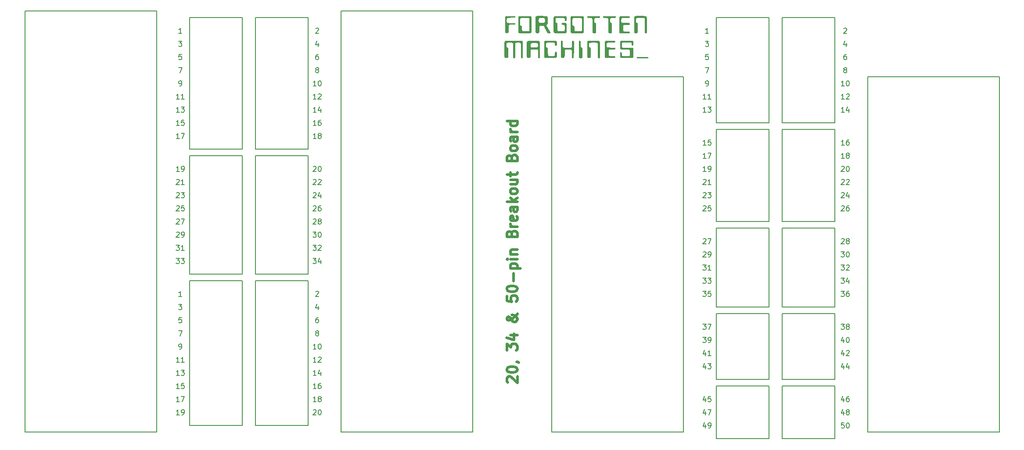
<source format=gbr>
%TF.GenerationSoftware,KiCad,Pcbnew,7.0.9*%
%TF.CreationDate,2024-04-03T05:19:41-05:00*%
%TF.ProjectId,MFM_ST506 Breakout Board,4d464d5f-5354-4353-9036-20427265616b,rev?*%
%TF.SameCoordinates,Original*%
%TF.FileFunction,Legend,Top*%
%TF.FilePolarity,Positive*%
%FSLAX46Y46*%
G04 Gerber Fmt 4.6, Leading zero omitted, Abs format (unit mm)*
G04 Created by KiCad (PCBNEW 7.0.9) date 2024-04-03 05:19:41*
%MOMM*%
%LPD*%
G01*
G04 APERTURE LIST*
%ADD10C,0.200000*%
%ADD11C,0.000000*%
%ADD12C,0.150000*%
%ADD13C,0.500000*%
G04 APERTURE END LIST*
D10*
X54610000Y-138430000D02*
X54610000Y-57150000D01*
X115570000Y-138430000D02*
X115570000Y-57150000D01*
X181610000Y-138430000D02*
X181610000Y-69850000D01*
X156210000Y-69850000D02*
X156210000Y-138430000D01*
X99060000Y-58420000D02*
X109220000Y-58420000D01*
X99060000Y-58420000D02*
X99060000Y-83820000D01*
X96520000Y-58420000D02*
X96520000Y-83820000D01*
X86360000Y-58420000D02*
X86360000Y-83820000D01*
X86360000Y-83820000D02*
X96520000Y-83820000D01*
X99060000Y-83820000D02*
X109220000Y-83820000D01*
X181610000Y-69850000D02*
X156210000Y-69850000D01*
X96520000Y-85090000D02*
X96520000Y-107950000D01*
X99060000Y-85090000D02*
X109220000Y-85090000D01*
X86360000Y-107950000D02*
X96520000Y-107950000D01*
X86360000Y-85090000D02*
X86360000Y-107950000D01*
X99060000Y-107950000D02*
X109220000Y-107950000D01*
X99060000Y-85090000D02*
X99060000Y-107950000D01*
X86360000Y-85090000D02*
X96520000Y-85090000D01*
X109220000Y-85090000D02*
X109220000Y-107950000D01*
X99060000Y-109220000D02*
X109220000Y-109220000D01*
X96520000Y-109220000D02*
X96520000Y-137160000D01*
X99060000Y-109220000D02*
X99060000Y-137160000D01*
X109220000Y-109220000D02*
X109220000Y-137160000D01*
X99060000Y-137160000D02*
X109220000Y-137160000D01*
X86360000Y-137160000D02*
X96520000Y-137160000D01*
X217170000Y-69850000D02*
X217170000Y-138430000D01*
X217170000Y-138430000D02*
X242570000Y-138430000D01*
X242570000Y-69850000D02*
X217170000Y-69850000D01*
X242570000Y-138430000D02*
X242570000Y-69850000D01*
X187960000Y-78740000D02*
X198120000Y-78740000D01*
X198120000Y-78740000D02*
X198120000Y-58420000D01*
X187960000Y-78740000D02*
X187960000Y-58420000D01*
X200660000Y-78740000D02*
X210820000Y-78740000D01*
X200660000Y-78740000D02*
X200660000Y-58420000D01*
X200660000Y-58420000D02*
X210820000Y-58420000D01*
X210820000Y-78740000D02*
X210820000Y-58420000D01*
X200660000Y-80010000D02*
X210820000Y-80010000D01*
X187960000Y-97790000D02*
X198120000Y-97790000D01*
X200660000Y-97790000D02*
X210820000Y-97790000D01*
X210820000Y-97790000D02*
X210820000Y-80010000D01*
X200660000Y-97790000D02*
X200660000Y-80010000D01*
X198120000Y-97790000D02*
X198120000Y-80010000D01*
X187960000Y-97790000D02*
X187960000Y-80010000D01*
X187960000Y-99060000D02*
X198120000Y-99060000D01*
X200660000Y-99060000D02*
X210820000Y-99060000D01*
X187960000Y-114300000D02*
X198120000Y-114300000D01*
X200660000Y-114300000D02*
X210820000Y-114300000D01*
X187960000Y-114300000D02*
X187960000Y-99060000D01*
X198120000Y-114300000D02*
X198120000Y-99060000D01*
X200660000Y-114300000D02*
X200660000Y-99060000D01*
X210820000Y-114300000D02*
X210820000Y-99060000D01*
X187960000Y-115570000D02*
X198120000Y-115570000D01*
X200660000Y-115570000D02*
X210820000Y-115570000D01*
X200660000Y-128270000D02*
X210820000Y-128270000D01*
X187960000Y-128270000D02*
X198120000Y-128270000D01*
X200660000Y-129540000D02*
X210820000Y-129540000D01*
X187960000Y-129540000D02*
X198120000Y-129540000D01*
X200660000Y-139700000D02*
X210820000Y-139700000D01*
X187960000Y-139700000D02*
X198120000Y-139700000D01*
X210820000Y-129540000D02*
X210820000Y-139700000D01*
X187960000Y-129540000D02*
X187960000Y-139700000D01*
X187960000Y-115570000D02*
X187960000Y-128270000D01*
X198120000Y-115570000D02*
X198120000Y-128270000D01*
X200660000Y-115570000D02*
X200660000Y-128270000D01*
X210820000Y-115570000D02*
X210820000Y-128270000D01*
X140970000Y-57150000D02*
X140970000Y-138430000D01*
D11*
G36*
X148935048Y-58115458D02*
G01*
X149034587Y-58117826D01*
X149055761Y-58119743D01*
X149068631Y-58122256D01*
X149075204Y-58123995D01*
X149081903Y-58125959D01*
X149088677Y-58128124D01*
X149095479Y-58130469D01*
X149108966Y-58135608D01*
X149121971Y-58141197D01*
X149128170Y-58144104D01*
X149134101Y-58147056D01*
X149139714Y-58150031D01*
X149144962Y-58153007D01*
X149149794Y-58155960D01*
X149154161Y-58158870D01*
X149158015Y-58161712D01*
X149161305Y-58164465D01*
X149162404Y-58165539D01*
X149163602Y-58166863D01*
X149164890Y-58168418D01*
X149166254Y-58170185D01*
X149167684Y-58172146D01*
X149169167Y-58174282D01*
X149170691Y-58176573D01*
X149172245Y-58179002D01*
X149173817Y-58181550D01*
X149175394Y-58184197D01*
X149176967Y-58186925D01*
X149178521Y-58189715D01*
X149180047Y-58192548D01*
X149181531Y-58195406D01*
X149182962Y-58198270D01*
X149184328Y-58201120D01*
X149186322Y-58205441D01*
X149188111Y-58209489D01*
X149189708Y-58213326D01*
X149191128Y-58217017D01*
X149192381Y-58220625D01*
X149193483Y-58224214D01*
X149194445Y-58227848D01*
X149195281Y-58231590D01*
X149196003Y-58235505D01*
X149196624Y-58239656D01*
X149197158Y-58244107D01*
X149197617Y-58248921D01*
X149198015Y-58254162D01*
X149198364Y-58259894D01*
X149198967Y-58273087D01*
X149199258Y-58288699D01*
X149198840Y-58303203D01*
X149197678Y-58316649D01*
X149195737Y-58329087D01*
X149194464Y-58334945D01*
X149192983Y-58340569D01*
X149191290Y-58345967D01*
X149189381Y-58351145D01*
X149187250Y-58356108D01*
X149184894Y-58360865D01*
X149182309Y-58365420D01*
X149179490Y-58369780D01*
X149176432Y-58373952D01*
X149173132Y-58377942D01*
X149169585Y-58381756D01*
X149165786Y-58385401D01*
X149161731Y-58388882D01*
X149157417Y-58392206D01*
X149152838Y-58395380D01*
X149147990Y-58398410D01*
X149142869Y-58401303D01*
X149137470Y-58404063D01*
X149125822Y-58409215D01*
X149113011Y-58413918D01*
X149099003Y-58418221D01*
X149093132Y-58419830D01*
X149090175Y-58420560D01*
X149087048Y-58421243D01*
X149083635Y-58421881D01*
X149079819Y-58422477D01*
X149075483Y-58423032D01*
X149070511Y-58423549D01*
X149064785Y-58424030D01*
X149058190Y-58424477D01*
X149050609Y-58424892D01*
X149041924Y-58425278D01*
X149032019Y-58425636D01*
X149020778Y-58425969D01*
X148993821Y-58426567D01*
X148960117Y-58427090D01*
X148918735Y-58427555D01*
X148868740Y-58427979D01*
X148809199Y-58428380D01*
X148657748Y-58429179D01*
X148456914Y-58430091D01*
X148003469Y-58433221D01*
X147874587Y-58435107D01*
X147821915Y-58437085D01*
X147806000Y-58439924D01*
X147790973Y-58442932D01*
X147776782Y-58446135D01*
X147763373Y-58449556D01*
X147750692Y-58453217D01*
X147738685Y-58457145D01*
X147727300Y-58461361D01*
X147716483Y-58465890D01*
X147706180Y-58470756D01*
X147696337Y-58475983D01*
X147686902Y-58481593D01*
X147677821Y-58487612D01*
X147669040Y-58494063D01*
X147660506Y-58500969D01*
X147652166Y-58508354D01*
X147643965Y-58516243D01*
X147635370Y-58525190D01*
X147627387Y-58534265D01*
X147619979Y-58543558D01*
X147613110Y-58553161D01*
X147606741Y-58563167D01*
X147600837Y-58573668D01*
X147595360Y-58584754D01*
X147590273Y-58596518D01*
X147585538Y-58609052D01*
X147581119Y-58622448D01*
X147576979Y-58636797D01*
X147573080Y-58652191D01*
X147569385Y-58668721D01*
X147565858Y-58686481D01*
X147562460Y-58705561D01*
X147559156Y-58726054D01*
X147557016Y-58741498D01*
X147555314Y-58757992D01*
X147554003Y-58776998D01*
X147553036Y-58799984D01*
X147552367Y-58828412D01*
X147551949Y-58863749D01*
X147551736Y-58907458D01*
X147551680Y-58961004D01*
X147551921Y-59064956D01*
X147552345Y-59100038D01*
X147553089Y-59126840D01*
X147554244Y-59147597D01*
X147555897Y-59164544D01*
X147558140Y-59179918D01*
X147561060Y-59195954D01*
X147565260Y-59217069D01*
X147569220Y-59235245D01*
X147573092Y-59250975D01*
X147577029Y-59264751D01*
X147581184Y-59277067D01*
X147583391Y-59282831D01*
X147585710Y-59288415D01*
X147590760Y-59299289D01*
X147596487Y-59310181D01*
X147603863Y-59322763D01*
X147611674Y-59334579D01*
X147619959Y-59345655D01*
X147624291Y-59350922D01*
X147628756Y-59356014D01*
X147633358Y-59360932D01*
X147638103Y-59365680D01*
X147642994Y-59370261D01*
X147648037Y-59374678D01*
X147653236Y-59378934D01*
X147658597Y-59383033D01*
X147664123Y-59386976D01*
X147669820Y-59390768D01*
X147675693Y-59394411D01*
X147681745Y-59397909D01*
X147687982Y-59401264D01*
X147694409Y-59404479D01*
X147707851Y-59410503D01*
X147722108Y-59416006D01*
X147737218Y-59421011D01*
X147753220Y-59425543D01*
X147770150Y-59429627D01*
X147788048Y-59433286D01*
X147802680Y-59435842D01*
X147818282Y-59438128D01*
X147835457Y-59440160D01*
X147854807Y-59441951D01*
X147876935Y-59443517D01*
X147902444Y-59444872D01*
X147966011Y-59447009D01*
X148050327Y-59448479D01*
X148160212Y-59449399D01*
X148300485Y-59449889D01*
X148475965Y-59450064D01*
X148848167Y-59451293D01*
X148973006Y-59452529D01*
X149032648Y-59454014D01*
X149048895Y-59455436D01*
X149064170Y-59457207D01*
X149078499Y-59459336D01*
X149091907Y-59461834D01*
X149104417Y-59464714D01*
X149116054Y-59467985D01*
X149126843Y-59471659D01*
X149136809Y-59475747D01*
X149145975Y-59480260D01*
X149154367Y-59485209D01*
X149162008Y-59490605D01*
X149168924Y-59496459D01*
X149175139Y-59502782D01*
X149180677Y-59509585D01*
X149185563Y-59516878D01*
X149189822Y-59524674D01*
X149191856Y-59528861D01*
X149193649Y-59532697D01*
X149195218Y-59536279D01*
X149196577Y-59539706D01*
X149197740Y-59543076D01*
X149198724Y-59546487D01*
X149199542Y-59550038D01*
X149200209Y-59553827D01*
X149200741Y-59557951D01*
X149201152Y-59562509D01*
X149201458Y-59567599D01*
X149201672Y-59573320D01*
X149201810Y-59579769D01*
X149201888Y-59587046D01*
X149201918Y-59604471D01*
X149201762Y-59618609D01*
X149201301Y-59631502D01*
X149200493Y-59643237D01*
X149199293Y-59653899D01*
X149197658Y-59663575D01*
X149195544Y-59672349D01*
X149192908Y-59680309D01*
X149191381Y-59684010D01*
X149189706Y-59687539D01*
X149187879Y-59690908D01*
X149185895Y-59694127D01*
X149183747Y-59697206D01*
X149181430Y-59700156D01*
X149178939Y-59702989D01*
X149176268Y-59705714D01*
X149170366Y-59710886D01*
X149163680Y-59715758D01*
X149156166Y-59720416D01*
X149147781Y-59724946D01*
X149138481Y-59729433D01*
X149129820Y-59733344D01*
X149125648Y-59735119D01*
X149121462Y-59736778D01*
X149117174Y-59738326D01*
X149112694Y-59739769D01*
X149107933Y-59741110D01*
X149102803Y-59742354D01*
X149097213Y-59743505D01*
X149091075Y-59744569D01*
X149084299Y-59745549D01*
X149076797Y-59746450D01*
X149068478Y-59747276D01*
X149059255Y-59748033D01*
X149049038Y-59748725D01*
X149037737Y-59749355D01*
X149011529Y-59750452D01*
X148979917Y-59751359D01*
X148942189Y-59752113D01*
X148897631Y-59752751D01*
X148845529Y-59753307D01*
X148785171Y-59753819D01*
X148636831Y-59754854D01*
X148372578Y-59757035D01*
X148287953Y-59758530D01*
X148227062Y-59760702D01*
X148183954Y-59763854D01*
X148152678Y-59768291D01*
X148127284Y-59774318D01*
X148101820Y-59782240D01*
X148088086Y-59787076D01*
X148074923Y-59792434D01*
X148062326Y-59798316D01*
X148050295Y-59804723D01*
X148038827Y-59811658D01*
X148027920Y-59819123D01*
X148017571Y-59827120D01*
X148007779Y-59835652D01*
X147998540Y-59844719D01*
X147989854Y-59854324D01*
X147981716Y-59864470D01*
X147974126Y-59875158D01*
X147967081Y-59886391D01*
X147960579Y-59898170D01*
X147954617Y-59910497D01*
X147949193Y-59923376D01*
X147944983Y-59934597D01*
X147943070Y-59940127D01*
X147941260Y-59945711D01*
X147939534Y-59951433D01*
X147937873Y-59957374D01*
X147936258Y-59963615D01*
X147934670Y-59970240D01*
X147931500Y-59984965D01*
X147928211Y-60002206D01*
X147924652Y-60022617D01*
X147920673Y-60046854D01*
X147919244Y-60056110D01*
X147917980Y-60065470D01*
X147916868Y-60075593D01*
X147915896Y-60087136D01*
X147915051Y-60100759D01*
X147914320Y-60117119D01*
X147913691Y-60136873D01*
X147913151Y-60160681D01*
X147912288Y-60223088D01*
X147911631Y-60309604D01*
X147910528Y-60576021D01*
X147909170Y-60893616D01*
X147907276Y-61074840D01*
X147904004Y-61163854D01*
X147901587Y-61187583D01*
X147898509Y-61204820D01*
X147893971Y-61223902D01*
X147888917Y-61241699D01*
X147883303Y-61258257D01*
X147877087Y-61273626D01*
X147870225Y-61287852D01*
X147862676Y-61300985D01*
X147854396Y-61313073D01*
X147849968Y-61318739D01*
X147845342Y-61324162D01*
X147840511Y-61329348D01*
X147835471Y-61334303D01*
X147830216Y-61339032D01*
X147824741Y-61343542D01*
X147813108Y-61351928D01*
X147800530Y-61359509D01*
X147786963Y-61366333D01*
X147772365Y-61372448D01*
X147756694Y-61377902D01*
X147739905Y-61382744D01*
X147734809Y-61383875D01*
X147728020Y-61385067D01*
X147710286Y-61387550D01*
X147688556Y-61390030D01*
X147664684Y-61392339D01*
X147640524Y-61394314D01*
X147617929Y-61395788D01*
X147598753Y-61396596D01*
X147584848Y-61396574D01*
X147560334Y-61395277D01*
X147519231Y-61392954D01*
X147519231Y-61392951D01*
X147500295Y-61391565D01*
X147480507Y-61389579D01*
X147460661Y-61387121D01*
X147441549Y-61384316D01*
X147423965Y-61381289D01*
X147408701Y-61378168D01*
X147396551Y-61375078D01*
X147391892Y-61373584D01*
X147388308Y-61372145D01*
X147375294Y-61365923D01*
X147353359Y-61355330D01*
X147348277Y-61352767D01*
X147343327Y-61350066D01*
X147338506Y-61347224D01*
X147333813Y-61344239D01*
X147329247Y-61341108D01*
X147324806Y-61337828D01*
X147320488Y-61334397D01*
X147316291Y-61330813D01*
X147312215Y-61327072D01*
X147308256Y-61323172D01*
X147304413Y-61319111D01*
X147300686Y-61314886D01*
X147297071Y-61310495D01*
X147293568Y-61305934D01*
X147290175Y-61301201D01*
X147286890Y-61296294D01*
X147283711Y-61291210D01*
X147280637Y-61285947D01*
X147277666Y-61280501D01*
X147274796Y-61274871D01*
X147269355Y-61263047D01*
X147264299Y-61250452D01*
X147259615Y-61237068D01*
X147255290Y-61222872D01*
X147251311Y-61207845D01*
X147247664Y-61191966D01*
X147237715Y-61145400D01*
X147237715Y-58381038D01*
X147247293Y-58333802D01*
X147251196Y-58315824D01*
X147255400Y-58298988D01*
X147259937Y-58283245D01*
X147264839Y-58268543D01*
X147270139Y-58254833D01*
X147275870Y-58242065D01*
X147282064Y-58230189D01*
X147288755Y-58219155D01*
X147295975Y-58208912D01*
X147303756Y-58199411D01*
X147312132Y-58190602D01*
X147321135Y-58182434D01*
X147330799Y-58174858D01*
X147341154Y-58167823D01*
X147352235Y-58161279D01*
X147364075Y-58155177D01*
X147369987Y-58152394D01*
X147375865Y-58149770D01*
X147381762Y-58147290D01*
X147387727Y-58144940D01*
X147393812Y-58142706D01*
X147400068Y-58140574D01*
X147406546Y-58138529D01*
X147413296Y-58136557D01*
X147420371Y-58134644D01*
X147427820Y-58132775D01*
X147435695Y-58130935D01*
X147444048Y-58129111D01*
X147462387Y-58125452D01*
X147483248Y-58121684D01*
X147490985Y-58120483D01*
X147500131Y-58119420D01*
X147511588Y-58118486D01*
X147526258Y-58117673D01*
X147545043Y-58116973D01*
X147568845Y-58116377D01*
X147635107Y-58115466D01*
X147732261Y-58114872D01*
X147867522Y-58114531D01*
X148281231Y-58114337D01*
X148935048Y-58115458D01*
G37*
D10*
X115570000Y-57150000D02*
X140970000Y-57150000D01*
X156210000Y-138430000D02*
X181610000Y-138430000D01*
X200660000Y-129540000D02*
X200660000Y-139700000D01*
X86360000Y-109220000D02*
X96520000Y-109220000D01*
X140970000Y-138430000D02*
X115570000Y-138430000D01*
X187960000Y-80010000D02*
X198120000Y-80010000D01*
D11*
G36*
X149833998Y-62858959D02*
G01*
X150241267Y-62861937D01*
X150306990Y-62866304D01*
X150335255Y-62868604D01*
X150360636Y-62870998D01*
X150383266Y-62873501D01*
X150403281Y-62876126D01*
X150420814Y-62878888D01*
X150436001Y-62881800D01*
X150443443Y-62883570D01*
X150451386Y-62885802D01*
X150459730Y-62888451D01*
X150468378Y-62891469D01*
X150477229Y-62894811D01*
X150486184Y-62898430D01*
X150495145Y-62902280D01*
X150504013Y-62906314D01*
X150512687Y-62910486D01*
X150521070Y-62914750D01*
X150529061Y-62919059D01*
X150536563Y-62923367D01*
X150543475Y-62927627D01*
X150549699Y-62931794D01*
X150555135Y-62935821D01*
X150559685Y-62939661D01*
X150563122Y-62943022D01*
X150566939Y-62947130D01*
X150571054Y-62951866D01*
X150575383Y-62957112D01*
X150584352Y-62968660D01*
X150593181Y-62980828D01*
X150601205Y-62992667D01*
X150604707Y-62998168D01*
X150607759Y-63003232D01*
X150610278Y-63007740D01*
X150612180Y-63011574D01*
X150613382Y-63014617D01*
X150613694Y-63015804D01*
X150613801Y-63016748D01*
X150613844Y-63017404D01*
X150613972Y-63018241D01*
X150614181Y-63019246D01*
X150614464Y-63020407D01*
X150614820Y-63021711D01*
X150615242Y-63023145D01*
X150616271Y-63026351D01*
X150617517Y-63029923D01*
X150618945Y-63033758D01*
X150620521Y-63037753D01*
X150622210Y-63041805D01*
X150623983Y-63046238D01*
X150625798Y-63051325D01*
X150627606Y-63056888D01*
X150629353Y-63062746D01*
X150630990Y-63068721D01*
X150632464Y-63074632D01*
X150633724Y-63080300D01*
X150634719Y-63085547D01*
X150647465Y-63160472D01*
X150648977Y-63169809D01*
X150650302Y-63180306D01*
X150650897Y-63186647D01*
X150651451Y-63194068D01*
X150651964Y-63202832D01*
X150652438Y-63213203D01*
X150653275Y-63239817D01*
X150653974Y-63276017D01*
X150654548Y-63323910D01*
X150655009Y-63385603D01*
X150655369Y-63463202D01*
X150655641Y-63558813D01*
X150655971Y-63812503D01*
X150656099Y-64163525D01*
X150656122Y-64628733D01*
X150656122Y-66046195D01*
X150647393Y-66080766D01*
X150643642Y-66094656D01*
X150639564Y-66107901D01*
X150635155Y-66120509D01*
X150630407Y-66132489D01*
X150625317Y-66143847D01*
X150619878Y-66154593D01*
X150614085Y-66164734D01*
X150607933Y-66174278D01*
X150601417Y-66183233D01*
X150594530Y-66191606D01*
X150587268Y-66199406D01*
X150579625Y-66206641D01*
X150571596Y-66213317D01*
X150563175Y-66219444D01*
X150554358Y-66225029D01*
X150545137Y-66230080D01*
X150541784Y-66231749D01*
X150538625Y-66233224D01*
X150535557Y-66234519D01*
X150532482Y-66235644D01*
X150529298Y-66236611D01*
X150527634Y-66237039D01*
X150525905Y-66237432D01*
X150522202Y-66238119D01*
X150518090Y-66238683D01*
X150513466Y-66239136D01*
X150508231Y-66239490D01*
X150502284Y-66239756D01*
X150495525Y-66239946D01*
X150487853Y-66240072D01*
X150479168Y-66240145D01*
X150458354Y-66240182D01*
X150436460Y-66240137D01*
X150419668Y-66239942D01*
X150406975Y-66239456D01*
X150401854Y-66239060D01*
X150397381Y-66238539D01*
X150393433Y-66237875D01*
X150389884Y-66237052D01*
X150386609Y-66236050D01*
X150383483Y-66234854D01*
X150380380Y-66233445D01*
X150377176Y-66231805D01*
X150369962Y-66227767D01*
X150365117Y-66224811D01*
X150360180Y-66221460D01*
X150355187Y-66217752D01*
X150350173Y-66213726D01*
X150345176Y-66209420D01*
X150340230Y-66204874D01*
X150335372Y-66200124D01*
X150330638Y-66195211D01*
X150326064Y-66190172D01*
X150321685Y-66185047D01*
X150317539Y-66179872D01*
X150313662Y-66174688D01*
X150310088Y-66169533D01*
X150306854Y-66164445D01*
X150303997Y-66159462D01*
X150301552Y-66154624D01*
X150299623Y-66150164D01*
X150297393Y-66144416D01*
X150294941Y-66137619D01*
X150292347Y-66130014D01*
X150289690Y-66121839D01*
X150287050Y-66113333D01*
X150284506Y-66104737D01*
X150282139Y-66096288D01*
X150271215Y-66056072D01*
X150269695Y-64783955D01*
X150267455Y-63812518D01*
X150263657Y-63492789D01*
X150261501Y-63483223D01*
X150258971Y-63471261D01*
X150256382Y-63458428D01*
X150254050Y-63446252D01*
X150251705Y-63434293D01*
X150249201Y-63422936D01*
X150246528Y-63412156D01*
X150243673Y-63401928D01*
X150240625Y-63392226D01*
X150237370Y-63383025D01*
X150233897Y-63374299D01*
X150230195Y-63366024D01*
X150226251Y-63358174D01*
X150222052Y-63350724D01*
X150217588Y-63343648D01*
X150212847Y-63336922D01*
X150207815Y-63330519D01*
X150202481Y-63324415D01*
X150196834Y-63318584D01*
X150190861Y-63313002D01*
X150182511Y-63305771D01*
X150174398Y-63299224D01*
X150166355Y-63293307D01*
X150158212Y-63287966D01*
X150154051Y-63285495D01*
X150149802Y-63283148D01*
X150145444Y-63280918D01*
X150140956Y-63278799D01*
X150136318Y-63276783D01*
X150131506Y-63274864D01*
X150126502Y-63273035D01*
X150121284Y-63271289D01*
X150110120Y-63268022D01*
X150097848Y-63265008D01*
X150084297Y-63262194D01*
X150069301Y-63259524D01*
X150052690Y-63256946D01*
X150034296Y-63254406D01*
X150013951Y-63251850D01*
X149991487Y-63249223D01*
X149949740Y-63246388D01*
X149886397Y-63244367D01*
X149724023Y-63242759D01*
X149562561Y-63244396D01*
X149500357Y-63246428D01*
X149460203Y-63249270D01*
X149424241Y-63253849D01*
X149394707Y-63258181D01*
X149381989Y-63260353D01*
X149370444Y-63262583D01*
X149359928Y-63264911D01*
X149350294Y-63267376D01*
X149341400Y-63270019D01*
X149333099Y-63272879D01*
X149325247Y-63275997D01*
X149317700Y-63279412D01*
X149310313Y-63283163D01*
X149302940Y-63287292D01*
X149287661Y-63296840D01*
X149281306Y-63301211D01*
X149275183Y-63305803D01*
X149269288Y-63310628D01*
X149263618Y-63315693D01*
X149258170Y-63321007D01*
X149252940Y-63326581D01*
X149247926Y-63332423D01*
X149243124Y-63338541D01*
X149238530Y-63344946D01*
X149234142Y-63351647D01*
X149229957Y-63358652D01*
X149225971Y-63365971D01*
X149222180Y-63373612D01*
X149218583Y-63381585D01*
X149215174Y-63389900D01*
X149211952Y-63398565D01*
X149208913Y-63407589D01*
X149206054Y-63416981D01*
X149203371Y-63426751D01*
X149200862Y-63436907D01*
X149196350Y-63458417D01*
X149192493Y-63481583D01*
X149189264Y-63506479D01*
X149186638Y-63533176D01*
X149184589Y-63561749D01*
X149183091Y-63592270D01*
X149180657Y-63999755D01*
X149179221Y-64866504D01*
X149177498Y-65897587D01*
X149175072Y-66048272D01*
X149170659Y-66090554D01*
X149167056Y-66103589D01*
X149163158Y-66115987D01*
X149158953Y-66127764D01*
X149154431Y-66138936D01*
X149149580Y-66149518D01*
X149144390Y-66159526D01*
X149138848Y-66168976D01*
X149132945Y-66177883D01*
X149126669Y-66186264D01*
X149120009Y-66194133D01*
X149112954Y-66201507D01*
X149105493Y-66208402D01*
X149097615Y-66214832D01*
X149089309Y-66220814D01*
X149080563Y-66226364D01*
X149071367Y-66231497D01*
X149067046Y-66233743D01*
X149063143Y-66235713D01*
X149059536Y-66237426D01*
X149056105Y-66238898D01*
X149052728Y-66240149D01*
X149051022Y-66240696D01*
X149049284Y-66241195D01*
X149047500Y-66241648D01*
X149045653Y-66242056D01*
X149043729Y-66242422D01*
X149041714Y-66242748D01*
X149037345Y-66243291D01*
X149032426Y-66243702D01*
X149026835Y-66243998D01*
X149020453Y-66244199D01*
X149013158Y-66244321D01*
X149004828Y-66244384D01*
X148984584Y-66244400D01*
X148964441Y-66244346D01*
X148948842Y-66244128D01*
X148942449Y-66243914D01*
X148936833Y-66243605D01*
X148931875Y-66243185D01*
X148927456Y-66242636D01*
X148923456Y-66241941D01*
X148919757Y-66241081D01*
X148916238Y-66240040D01*
X148912780Y-66238799D01*
X148909264Y-66237341D01*
X148905570Y-66235649D01*
X148897172Y-66231490D01*
X148897180Y-66231490D01*
X148888734Y-66226965D01*
X148880721Y-66222149D01*
X148873127Y-66217024D01*
X148865936Y-66211570D01*
X148859133Y-66205767D01*
X148852702Y-66199594D01*
X148846629Y-66193033D01*
X148840897Y-66186064D01*
X148835491Y-66178666D01*
X148830396Y-66170820D01*
X148825597Y-66162505D01*
X148821079Y-66153703D01*
X148816825Y-66144394D01*
X148812821Y-66134557D01*
X148809050Y-66124172D01*
X148805499Y-66113221D01*
X148795764Y-66081471D01*
X148793389Y-64817822D01*
X148790384Y-63801105D01*
X148788323Y-63592657D01*
X148785503Y-63520304D01*
X148781318Y-63496136D01*
X148776742Y-63472512D01*
X148771905Y-63449951D01*
X148766937Y-63428974D01*
X148761967Y-63410099D01*
X148757125Y-63393844D01*
X148752540Y-63380730D01*
X148750384Y-63375513D01*
X148748341Y-63371275D01*
X148743395Y-63362527D01*
X148737969Y-63353961D01*
X148732101Y-63345610D01*
X148725828Y-63337505D01*
X148719185Y-63329678D01*
X148712210Y-63322161D01*
X148704939Y-63314986D01*
X148697409Y-63308183D01*
X148689657Y-63301785D01*
X148681719Y-63295824D01*
X148673633Y-63290331D01*
X148665434Y-63285337D01*
X148657160Y-63280875D01*
X148648847Y-63276977D01*
X148640532Y-63273673D01*
X148632252Y-63270996D01*
X148616062Y-63266528D01*
X148600307Y-63262556D01*
X148584484Y-63259053D01*
X148568091Y-63255990D01*
X148550624Y-63253337D01*
X148531583Y-63251067D01*
X148510463Y-63249150D01*
X148486763Y-63247558D01*
X148459980Y-63246261D01*
X148429611Y-63245232D01*
X148395155Y-63244441D01*
X148356109Y-63243860D01*
X148262236Y-63243211D01*
X148143972Y-63243056D01*
X147958609Y-63243438D01*
X147896606Y-63244144D01*
X147849323Y-63245416D01*
X147812462Y-63247423D01*
X147781722Y-63250332D01*
X147752805Y-63254311D01*
X147721411Y-63259528D01*
X147706773Y-63262333D01*
X147692765Y-63265581D01*
X147679375Y-63269279D01*
X147666586Y-63273437D01*
X147654384Y-63278065D01*
X147642755Y-63283172D01*
X147631682Y-63288766D01*
X147621152Y-63294857D01*
X147611150Y-63301454D01*
X147601660Y-63308567D01*
X147592669Y-63316204D01*
X147584160Y-63324375D01*
X147576119Y-63333088D01*
X147568531Y-63342354D01*
X147561382Y-63352181D01*
X147554657Y-63362578D01*
X147549251Y-63371637D01*
X147546918Y-63375761D01*
X147544788Y-63379727D01*
X147542831Y-63383623D01*
X147541013Y-63387532D01*
X147539304Y-63391541D01*
X147537672Y-63395736D01*
X147536084Y-63400201D01*
X147534510Y-63405022D01*
X147532916Y-63410285D01*
X147531272Y-63416076D01*
X147527705Y-63429581D01*
X147523554Y-63446221D01*
X147516741Y-63475052D01*
X147513946Y-63488192D01*
X147511527Y-63500958D01*
X147509462Y-63513708D01*
X147507725Y-63526800D01*
X147506295Y-63540592D01*
X147505147Y-63555442D01*
X147504258Y-63571707D01*
X147503605Y-63589746D01*
X147503165Y-63609915D01*
X147502913Y-63632574D01*
X147502883Y-63686789D01*
X147503328Y-63755254D01*
X147504915Y-63879508D01*
X147506347Y-63921344D01*
X147508559Y-63953363D01*
X147510042Y-63966559D01*
X147511820Y-63978344D01*
X147513928Y-63989066D01*
X147516397Y-63999071D01*
X147522557Y-64018325D01*
X147530567Y-64038887D01*
X147535029Y-64049127D01*
X147539877Y-64058817D01*
X147545185Y-64068018D01*
X147548034Y-64072454D01*
X147551025Y-64076790D01*
X147554167Y-64081035D01*
X147557469Y-64085195D01*
X147560940Y-64089278D01*
X147564590Y-64093291D01*
X147568427Y-64097243D01*
X147572460Y-64101140D01*
X147581153Y-64108801D01*
X147590739Y-64116336D01*
X147601294Y-64123804D01*
X147612887Y-64131265D01*
X147625594Y-64138781D01*
X147639485Y-64146411D01*
X147654633Y-64154215D01*
X147671112Y-64162255D01*
X147688993Y-64170590D01*
X147702096Y-64176664D01*
X147715048Y-64182832D01*
X147739157Y-64194765D01*
X147749643Y-64200188D01*
X147758635Y-64205022D01*
X147765799Y-64209094D01*
X147770799Y-64212235D01*
X147777999Y-64217439D01*
X147784879Y-64222929D01*
X147791450Y-64228723D01*
X147797723Y-64234837D01*
X147803709Y-64241288D01*
X147809420Y-64248095D01*
X147814867Y-64255273D01*
X147820061Y-64262841D01*
X147825013Y-64270815D01*
X147829734Y-64279212D01*
X147834237Y-64288051D01*
X147838531Y-64297347D01*
X147842628Y-64307118D01*
X147846539Y-64317381D01*
X147850276Y-64328154D01*
X147853850Y-64339454D01*
X147863444Y-64371204D01*
X147864969Y-65078171D01*
X147865383Y-65517508D01*
X147863688Y-65777613D01*
X147861775Y-65857455D01*
X147859005Y-65912893D01*
X147855270Y-65950725D01*
X147850459Y-65977754D01*
X147845998Y-65995981D01*
X147841027Y-66013332D01*
X147835534Y-66029822D01*
X147829510Y-66045464D01*
X147822944Y-66060275D01*
X147815825Y-66074269D01*
X147808143Y-66087460D01*
X147799888Y-66099863D01*
X147791048Y-66111494D01*
X147781613Y-66122367D01*
X147771573Y-66132497D01*
X147760918Y-66141899D01*
X147749636Y-66150587D01*
X147737717Y-66158576D01*
X147725150Y-66165882D01*
X147711926Y-66172518D01*
X147695618Y-66180040D01*
X147682345Y-66185950D01*
X147671331Y-66190506D01*
X147666428Y-66192356D01*
X147661799Y-66193964D01*
X147657346Y-66195362D01*
X147652972Y-66196582D01*
X147648580Y-66197656D01*
X147644072Y-66198617D01*
X147634324Y-66200326D01*
X147622951Y-66201966D01*
X147593940Y-66206083D01*
X147565801Y-66210323D01*
X147553535Y-66212005D01*
X147540557Y-66213316D01*
X147526936Y-66214260D01*
X147512739Y-66214841D01*
X147498036Y-66215063D01*
X147482895Y-66214931D01*
X147467383Y-66214449D01*
X147451570Y-66213621D01*
X147435522Y-66212452D01*
X147419310Y-66210946D01*
X147403000Y-66209106D01*
X147386662Y-66206939D01*
X147370362Y-66204447D01*
X147354171Y-66201635D01*
X147338156Y-66198507D01*
X147322385Y-66195068D01*
X147314074Y-66192975D01*
X147305718Y-66190517D01*
X147297349Y-66187711D01*
X147288999Y-66184576D01*
X147280702Y-66181131D01*
X147272491Y-66177393D01*
X147264398Y-66173381D01*
X147256456Y-66169113D01*
X147248698Y-66164608D01*
X147241157Y-66159884D01*
X147233865Y-66154960D01*
X147226857Y-66149853D01*
X147220163Y-66144582D01*
X147213818Y-66139166D01*
X147207854Y-66133622D01*
X147202304Y-66127970D01*
X147196261Y-66121301D01*
X147190582Y-66114576D01*
X147185227Y-66107704D01*
X147180152Y-66100592D01*
X147175314Y-66093150D01*
X147170671Y-66085286D01*
X147166180Y-66076908D01*
X147161799Y-66067925D01*
X147157484Y-66058244D01*
X147153193Y-66047776D01*
X147148884Y-66036428D01*
X147144514Y-66024108D01*
X147140040Y-66010725D01*
X147135419Y-65996188D01*
X147130609Y-65980404D01*
X147125568Y-65963283D01*
X147124801Y-65960569D01*
X147124082Y-65957706D01*
X147123409Y-65954439D01*
X147122781Y-65950514D01*
X147122195Y-65945675D01*
X147121651Y-65939668D01*
X147121147Y-65932238D01*
X147120681Y-65923130D01*
X147120252Y-65912089D01*
X147119859Y-65898860D01*
X147119499Y-65883188D01*
X147119172Y-65864819D01*
X147118608Y-65818968D01*
X147118155Y-65759268D01*
X147117801Y-65683680D01*
X147117533Y-65590165D01*
X147117340Y-65476684D01*
X147117210Y-65341198D01*
X147117087Y-64996054D01*
X147117068Y-64538421D01*
X147118154Y-63315262D01*
X147120713Y-63152881D01*
X147125682Y-63113558D01*
X147135987Y-63079390D01*
X147145182Y-63051115D01*
X147149504Y-63038892D01*
X147153718Y-63027786D01*
X147157878Y-63017678D01*
X147162043Y-63008452D01*
X147166268Y-62999987D01*
X147170608Y-62992166D01*
X147175121Y-62984870D01*
X147179863Y-62977980D01*
X147184889Y-62971377D01*
X147190257Y-62964944D01*
X147196022Y-62958561D01*
X147202240Y-62952111D01*
X147210238Y-62944478D01*
X147218785Y-62937163D01*
X147227854Y-62930176D01*
X147237421Y-62923528D01*
X147247460Y-62917231D01*
X147257944Y-62911295D01*
X147268848Y-62905732D01*
X147280147Y-62900554D01*
X147291814Y-62895770D01*
X147303824Y-62891393D01*
X147316152Y-62887433D01*
X147328771Y-62883901D01*
X147341657Y-62880809D01*
X147354782Y-62878168D01*
X147368122Y-62875989D01*
X147381651Y-62874284D01*
X147434222Y-62868739D01*
X147459415Y-62866511D01*
X147487014Y-62864610D01*
X147519368Y-62863010D01*
X147558827Y-62861686D01*
X147607741Y-62860612D01*
X147668460Y-62859761D01*
X147834715Y-62858623D01*
X148076390Y-62858066D01*
X148861201Y-62857857D01*
X149833998Y-62858959D01*
G37*
G36*
X170984200Y-58115468D02*
G01*
X171084914Y-58117776D01*
X171124299Y-58122038D01*
X171144635Y-58126554D01*
X171163692Y-58132066D01*
X171172740Y-58135194D01*
X171181465Y-58138569D01*
X171189869Y-58142190D01*
X171197950Y-58146058D01*
X171205708Y-58150170D01*
X171213142Y-58154527D01*
X171220251Y-58159128D01*
X171227036Y-58163972D01*
X171233495Y-58169059D01*
X171239628Y-58174388D01*
X171245435Y-58179959D01*
X171250914Y-58185770D01*
X171256066Y-58191822D01*
X171260890Y-58198113D01*
X171265384Y-58204643D01*
X171269549Y-58211411D01*
X171273385Y-58218417D01*
X171276889Y-58225660D01*
X171280063Y-58233139D01*
X171282905Y-58240854D01*
X171285414Y-58248804D01*
X171287591Y-58256989D01*
X171289435Y-58265408D01*
X171290944Y-58274060D01*
X171292119Y-58282944D01*
X171292959Y-58292061D01*
X171293464Y-58301409D01*
X171293632Y-58310987D01*
X171293530Y-58319516D01*
X171293217Y-58327690D01*
X171292684Y-58335543D01*
X171291922Y-58343107D01*
X171290920Y-58350417D01*
X171289669Y-58357505D01*
X171288160Y-58364405D01*
X171286383Y-58371151D01*
X171284329Y-58377775D01*
X171281987Y-58384311D01*
X171279349Y-58390793D01*
X171276405Y-58397254D01*
X171273144Y-58403726D01*
X171269559Y-58410244D01*
X171265638Y-58416841D01*
X171261373Y-58423551D01*
X171259531Y-58426052D01*
X171257139Y-58428799D01*
X171254255Y-58431750D01*
X171250934Y-58434866D01*
X171247233Y-58438104D01*
X171243208Y-58441425D01*
X171238914Y-58444786D01*
X171234409Y-58448148D01*
X171229749Y-58451468D01*
X171224989Y-58454706D01*
X171220186Y-58457822D01*
X171215395Y-58460774D01*
X171210674Y-58463521D01*
X171206079Y-58466022D01*
X171201664Y-58468237D01*
X171197488Y-58470123D01*
X171193494Y-58471654D01*
X171188277Y-58473403D01*
X171182057Y-58475310D01*
X171175055Y-58477314D01*
X171167492Y-58479352D01*
X171159589Y-58481364D01*
X171151566Y-58483289D01*
X171143646Y-58485066D01*
X171136850Y-58486446D01*
X171129537Y-58487662D01*
X171120922Y-58488723D01*
X171110223Y-58489641D01*
X171096655Y-58490426D01*
X171079436Y-58491088D01*
X171057782Y-58491639D01*
X171030910Y-58492088D01*
X170998036Y-58492446D01*
X170958376Y-58492724D01*
X170855565Y-58493082D01*
X170716212Y-58493247D01*
X170534046Y-58493302D01*
X170063323Y-58494532D01*
X169959458Y-58496382D01*
X169908856Y-58499385D01*
X169878866Y-58503161D01*
X169865327Y-58505208D01*
X169852677Y-58507388D01*
X169840854Y-58509721D01*
X169829796Y-58512226D01*
X169819442Y-58514924D01*
X169809729Y-58517833D01*
X169800595Y-58520975D01*
X169791980Y-58524368D01*
X169783821Y-58528034D01*
X169776056Y-58531990D01*
X169768623Y-58536258D01*
X169761462Y-58540857D01*
X169754510Y-58545807D01*
X169747705Y-58551128D01*
X169736016Y-58561271D01*
X169730507Y-58566528D01*
X169725219Y-58571922D01*
X169720145Y-58577465D01*
X169715284Y-58583165D01*
X169710630Y-58589035D01*
X169706181Y-58595084D01*
X169701932Y-58601323D01*
X169697880Y-58607763D01*
X169694020Y-58614413D01*
X169690351Y-58621284D01*
X169686866Y-58628388D01*
X169683564Y-58635733D01*
X169680439Y-58643331D01*
X169677489Y-58651192D01*
X169672096Y-58667746D01*
X169667356Y-58685479D01*
X169663237Y-58704473D01*
X169659711Y-58724812D01*
X169656746Y-58746582D01*
X169654314Y-58769864D01*
X169652384Y-58794743D01*
X169650926Y-58821303D01*
X169649307Y-58862328D01*
X169648143Y-58903094D01*
X169647435Y-58943500D01*
X169647183Y-58983448D01*
X169647386Y-59022840D01*
X169648044Y-59061576D01*
X169649157Y-59099557D01*
X169650726Y-59136686D01*
X169651942Y-59159801D01*
X169653173Y-59178968D01*
X169654534Y-59195030D01*
X169656139Y-59208829D01*
X169658105Y-59221209D01*
X169660544Y-59233012D01*
X169663573Y-59245080D01*
X169667306Y-59258257D01*
X169670274Y-59268088D01*
X169673214Y-59277287D01*
X169676151Y-59285902D01*
X169679113Y-59293983D01*
X169682127Y-59301579D01*
X169685218Y-59308740D01*
X169688415Y-59315515D01*
X169691743Y-59321954D01*
X169695230Y-59328105D01*
X169698902Y-59334019D01*
X169702786Y-59339744D01*
X169706909Y-59345331D01*
X169711297Y-59350828D01*
X169715978Y-59356285D01*
X169720977Y-59361751D01*
X169726322Y-59367276D01*
X169734174Y-59374850D01*
X169742129Y-59381803D01*
X169750288Y-59388169D01*
X169758748Y-59393981D01*
X169767610Y-59399274D01*
X169776972Y-59404080D01*
X169786933Y-59408433D01*
X169797593Y-59412366D01*
X169809050Y-59415913D01*
X169821404Y-59419108D01*
X169834753Y-59421984D01*
X169849197Y-59424574D01*
X169864834Y-59426912D01*
X169881764Y-59429032D01*
X169900086Y-59430966D01*
X169919899Y-59432749D01*
X169941949Y-59433803D01*
X169981614Y-59434796D01*
X170110409Y-59436563D01*
X170299523Y-59437982D01*
X170542199Y-59438987D01*
X170867345Y-59440085D01*
X171040424Y-59441580D01*
X171115706Y-59444420D01*
X171133632Y-59446639D01*
X171147460Y-59449549D01*
X171168081Y-59454654D01*
X171177368Y-59457177D01*
X171186026Y-59459704D01*
X171194093Y-59462250D01*
X171201609Y-59464835D01*
X171208613Y-59467474D01*
X171215144Y-59470185D01*
X171221243Y-59472985D01*
X171226947Y-59475891D01*
X171232297Y-59478921D01*
X171237332Y-59482091D01*
X171242090Y-59485419D01*
X171246612Y-59488921D01*
X171250937Y-59492616D01*
X171255104Y-59496520D01*
X171260703Y-59502169D01*
X171265800Y-59507687D01*
X171270418Y-59513131D01*
X171274579Y-59518560D01*
X171278306Y-59524030D01*
X171281621Y-59529601D01*
X171284547Y-59535330D01*
X171287108Y-59541274D01*
X171289325Y-59547492D01*
X171291222Y-59554041D01*
X171292821Y-59560979D01*
X171294145Y-59568364D01*
X171295216Y-59576254D01*
X171296058Y-59584707D01*
X171296693Y-59593780D01*
X171297143Y-59603531D01*
X171297442Y-59616365D01*
X171297370Y-59628468D01*
X171296909Y-59639893D01*
X171296042Y-59650692D01*
X171294750Y-59660920D01*
X171293016Y-59670629D01*
X171290822Y-59679872D01*
X171288149Y-59688702D01*
X171284980Y-59697172D01*
X171281298Y-59705335D01*
X171277083Y-59713245D01*
X171272318Y-59720954D01*
X171266986Y-59728515D01*
X171261068Y-59735982D01*
X171254546Y-59743407D01*
X171247402Y-59750843D01*
X171242701Y-59755403D01*
X171237880Y-59759800D01*
X171232942Y-59764032D01*
X171227888Y-59768100D01*
X171222718Y-59772001D01*
X171217434Y-59775736D01*
X171212037Y-59779304D01*
X171206528Y-59782704D01*
X171200909Y-59785936D01*
X171195180Y-59788999D01*
X171189343Y-59791892D01*
X171183398Y-59794614D01*
X171177347Y-59797165D01*
X171171192Y-59799544D01*
X171164932Y-59801751D01*
X171158570Y-59803784D01*
X171154924Y-59804651D01*
X171149815Y-59805433D01*
X171142983Y-59806134D01*
X171134172Y-59806758D01*
X171123123Y-59807310D01*
X171109580Y-59807793D01*
X171073974Y-59808569D01*
X171025293Y-59809119D01*
X170961472Y-59809477D01*
X170780162Y-59809741D01*
X170485284Y-59811114D01*
X170383652Y-59813266D01*
X170306178Y-59816809D01*
X170248076Y-59822051D01*
X170204561Y-59829303D01*
X170170847Y-59838874D01*
X170142149Y-59851073D01*
X170131854Y-59856490D01*
X170121962Y-59862449D01*
X170112483Y-59868938D01*
X170103425Y-59875945D01*
X170094798Y-59883457D01*
X170086610Y-59891463D01*
X170078872Y-59899951D01*
X170071592Y-59908909D01*
X170064779Y-59918325D01*
X170058443Y-59928186D01*
X170052592Y-59938482D01*
X170047236Y-59949200D01*
X170042385Y-59960328D01*
X170038046Y-59971854D01*
X170034230Y-59983766D01*
X170030946Y-59996053D01*
X170023814Y-60025937D01*
X170020943Y-60039176D01*
X170018490Y-60052240D01*
X170016421Y-60065850D01*
X170014704Y-60080724D01*
X170013304Y-60097584D01*
X170012188Y-60117150D01*
X170011323Y-60140141D01*
X170010675Y-60167278D01*
X170010210Y-60199281D01*
X170009895Y-60236869D01*
X170009582Y-60331685D01*
X170009466Y-60457485D01*
X170009216Y-60815202D01*
X170018942Y-60855418D01*
X170025642Y-60881753D01*
X170028906Y-60893417D01*
X170032164Y-60904187D01*
X170035454Y-60914144D01*
X170038816Y-60923367D01*
X170042288Y-60931938D01*
X170045908Y-60939937D01*
X170049714Y-60947444D01*
X170053747Y-60954540D01*
X170058044Y-60961307D01*
X170062643Y-60967823D01*
X170067584Y-60974171D01*
X170072905Y-60980430D01*
X170078645Y-60986680D01*
X170084841Y-60993004D01*
X170091628Y-60999358D01*
X170098888Y-61005426D01*
X170106618Y-61011207D01*
X170114812Y-61016698D01*
X170123468Y-61021898D01*
X170132581Y-61026806D01*
X170142148Y-61031419D01*
X170152164Y-61035737D01*
X170162626Y-61039757D01*
X170173529Y-61043478D01*
X170184870Y-61046899D01*
X170196644Y-61050017D01*
X170208848Y-61052832D01*
X170221477Y-61055341D01*
X170234529Y-61057543D01*
X170247998Y-61059436D01*
X170262759Y-61060475D01*
X170290270Y-61061536D01*
X170379393Y-61063643D01*
X170507063Y-61065603D01*
X170664981Y-61067259D01*
X170948362Y-61070787D01*
X171045697Y-61072821D01*
X171094664Y-61074710D01*
X171112933Y-61076586D01*
X171130246Y-61078981D01*
X171146621Y-61081905D01*
X171162074Y-61085367D01*
X171176622Y-61089375D01*
X171190283Y-61093938D01*
X171203074Y-61099065D01*
X171215012Y-61104766D01*
X171226114Y-61111049D01*
X171236398Y-61117922D01*
X171245879Y-61125396D01*
X171254577Y-61133479D01*
X171262507Y-61142179D01*
X171269688Y-61151506D01*
X171276136Y-61161469D01*
X171281868Y-61172077D01*
X171286394Y-61181424D01*
X171288231Y-61185470D01*
X171289810Y-61189261D01*
X171291151Y-61192921D01*
X171292273Y-61196572D01*
X171293195Y-61200336D01*
X171293937Y-61204338D01*
X171294519Y-61208699D01*
X171294959Y-61213543D01*
X171295278Y-61218993D01*
X171295495Y-61225171D01*
X171295628Y-61232200D01*
X171295699Y-61240204D01*
X171295727Y-61259626D01*
X171295691Y-61278990D01*
X171295483Y-61293966D01*
X171295269Y-61300104D01*
X171294956Y-61305498D01*
X171294527Y-61310267D01*
X171293963Y-61314529D01*
X171293245Y-61318401D01*
X171292354Y-61322003D01*
X171291274Y-61325451D01*
X171289984Y-61328864D01*
X171288466Y-61332360D01*
X171286703Y-61336056D01*
X171282363Y-61344523D01*
X171279306Y-61350142D01*
X171276094Y-61355583D01*
X171272721Y-61360846D01*
X171269185Y-61365935D01*
X171265479Y-61370851D01*
X171261599Y-61375599D01*
X171257540Y-61380179D01*
X171253297Y-61384595D01*
X171248867Y-61388848D01*
X171244243Y-61392942D01*
X171239422Y-61396879D01*
X171234398Y-61400661D01*
X171229167Y-61404291D01*
X171223723Y-61407771D01*
X171218064Y-61411104D01*
X171212182Y-61414291D01*
X171206074Y-61417337D01*
X171199736Y-61420243D01*
X171193161Y-61423011D01*
X171186346Y-61425644D01*
X171179286Y-61428145D01*
X171171976Y-61430516D01*
X171164411Y-61432760D01*
X171156587Y-61434878D01*
X171140140Y-61438749D01*
X171122599Y-61442149D01*
X171103925Y-61445099D01*
X171084080Y-61447617D01*
X170835538Y-61450775D01*
X170333922Y-61451902D01*
X169834852Y-61450949D01*
X169593946Y-61447868D01*
X169593948Y-61447892D01*
X169589264Y-61447221D01*
X169584059Y-61446579D01*
X169578507Y-61445982D01*
X169572781Y-61445443D01*
X169567056Y-61444980D01*
X169561503Y-61444606D01*
X169556298Y-61444337D01*
X169551614Y-61444187D01*
X169545619Y-61443882D01*
X169538855Y-61443199D01*
X169531417Y-61442163D01*
X169523399Y-61440800D01*
X169505999Y-61437191D01*
X169487411Y-61432574D01*
X169468388Y-61427151D01*
X169449684Y-61421122D01*
X169440688Y-61417943D01*
X169432055Y-61414689D01*
X169423878Y-61411384D01*
X169416253Y-61408054D01*
X169406291Y-61403151D01*
X169396577Y-61397645D01*
X169387130Y-61391554D01*
X169377965Y-61384900D01*
X169369101Y-61377700D01*
X169360552Y-61369976D01*
X169352338Y-61361746D01*
X169344473Y-61353030D01*
X169336976Y-61343848D01*
X169329862Y-61334219D01*
X169323150Y-61324164D01*
X169316855Y-61313701D01*
X169310995Y-61302851D01*
X169305586Y-61291633D01*
X169300646Y-61280067D01*
X169296191Y-61268172D01*
X169292471Y-61256326D01*
X169288682Y-61242057D01*
X169284926Y-61225886D01*
X169281303Y-61208337D01*
X169277917Y-61189933D01*
X169274870Y-61171197D01*
X169272262Y-61152652D01*
X169270196Y-61134821D01*
X169267046Y-59785427D01*
X169273277Y-58433955D01*
X169275808Y-58412529D01*
X169279152Y-58390438D01*
X169283167Y-58368298D01*
X169287716Y-58346726D01*
X169292658Y-58326336D01*
X169297855Y-58307746D01*
X169303166Y-58291570D01*
X169305821Y-58284581D01*
X169308453Y-58278426D01*
X169310103Y-58274772D01*
X169311643Y-58271269D01*
X169313038Y-58268001D01*
X169314255Y-58265050D01*
X169315260Y-58262500D01*
X169316019Y-58260435D01*
X169316499Y-58258938D01*
X169316624Y-58258428D01*
X169316667Y-58258092D01*
X169316764Y-58257699D01*
X169317051Y-58257023D01*
X169317517Y-58256080D01*
X169318153Y-58254887D01*
X169319895Y-58251812D01*
X169322201Y-58247927D01*
X169324992Y-58243360D01*
X169328191Y-58238238D01*
X169331721Y-58232690D01*
X169335505Y-58226844D01*
X169341312Y-58218540D01*
X169347695Y-58210526D01*
X169354641Y-58202811D01*
X169362136Y-58195403D01*
X169370166Y-58188310D01*
X169378717Y-58181541D01*
X169387775Y-58175104D01*
X169397327Y-58169007D01*
X169407359Y-58163260D01*
X169417856Y-58157869D01*
X169428804Y-58152845D01*
X169440191Y-58148194D01*
X169452002Y-58143926D01*
X169464222Y-58140049D01*
X169476839Y-58136571D01*
X169489839Y-58133501D01*
X169505380Y-58130225D01*
X169520709Y-58127345D01*
X169536985Y-58124836D01*
X169555367Y-58122672D01*
X169577015Y-58120827D01*
X169603089Y-58119276D01*
X169634747Y-58117994D01*
X169673150Y-58116955D01*
X169719456Y-58116133D01*
X169774825Y-58115504D01*
X169917392Y-58114719D01*
X170110124Y-58114398D01*
X170362300Y-58114336D01*
X170984200Y-58115468D01*
G37*
D10*
X86360000Y-109220000D02*
X86360000Y-137160000D01*
D11*
G36*
X158837048Y-58093247D02*
G01*
X158875148Y-58102889D01*
X158897777Y-58108896D01*
X158918689Y-58115056D01*
X158937978Y-58121439D01*
X158955738Y-58128115D01*
X158972063Y-58135151D01*
X158987047Y-58142618D01*
X159000785Y-58150584D01*
X159013370Y-58159119D01*
X159024896Y-58168291D01*
X159035458Y-58178170D01*
X159045149Y-58188825D01*
X159054064Y-58200325D01*
X159062296Y-58212738D01*
X159069941Y-58226135D01*
X159077091Y-58240583D01*
X159083840Y-58256153D01*
X159085989Y-58261554D01*
X159088006Y-58266910D01*
X159089912Y-58272314D01*
X159091728Y-58277853D01*
X159093474Y-58283621D01*
X159095171Y-58289705D01*
X159096840Y-58296197D01*
X159098500Y-58303187D01*
X159100174Y-58310766D01*
X159101881Y-58319023D01*
X159105480Y-58337934D01*
X159109460Y-58360644D01*
X159113989Y-58387875D01*
X159115009Y-58398022D01*
X159115915Y-58415049D01*
X159116698Y-58438607D01*
X159117353Y-58468348D01*
X159118253Y-58544984D01*
X159118565Y-58642173D01*
X159118346Y-58767017D01*
X159117280Y-58840032D01*
X159116237Y-58863182D01*
X159114751Y-58880670D01*
X159112747Y-58894927D01*
X159110147Y-58908385D01*
X159106545Y-58924444D01*
X159102726Y-58939433D01*
X159098657Y-58953401D01*
X159094307Y-58966396D01*
X159089643Y-58978467D01*
X159084634Y-58989664D01*
X159079247Y-59000035D01*
X159073451Y-59009631D01*
X159067213Y-59018499D01*
X159060501Y-59026689D01*
X159053284Y-59034250D01*
X159045530Y-59041231D01*
X159037206Y-59047681D01*
X159028280Y-59053650D01*
X159018722Y-59059186D01*
X159008497Y-59064338D01*
X159004657Y-59066116D01*
X159001077Y-59067692D01*
X158997671Y-59069079D01*
X158994352Y-59070288D01*
X158991036Y-59071331D01*
X158987636Y-59072220D01*
X158984067Y-59072968D01*
X158980243Y-59073586D01*
X158976078Y-59074087D01*
X158971486Y-59074481D01*
X158966383Y-59074782D01*
X158960681Y-59075002D01*
X158954296Y-59075152D01*
X158947142Y-59075244D01*
X158930181Y-59075303D01*
X158911996Y-59075270D01*
X158897918Y-59075051D01*
X158892103Y-59074815D01*
X158886935Y-59074463D01*
X158882286Y-59073974D01*
X158878032Y-59073324D01*
X158874045Y-59072491D01*
X158870199Y-59071452D01*
X158866366Y-59070184D01*
X158862422Y-59068665D01*
X158858238Y-59066871D01*
X158853688Y-59064780D01*
X158842985Y-59059615D01*
X158837082Y-59056673D01*
X158831658Y-59053823D01*
X158826665Y-59051017D01*
X158822054Y-59048208D01*
X158817777Y-59045349D01*
X158813784Y-59042392D01*
X158810028Y-59039290D01*
X158806460Y-59035995D01*
X158803030Y-59032459D01*
X158799691Y-59028635D01*
X158796393Y-59024476D01*
X158793088Y-59019934D01*
X158789727Y-59014961D01*
X158786262Y-59009511D01*
X158782644Y-59003535D01*
X158778823Y-58996986D01*
X158775540Y-58990726D01*
X158772354Y-58983570D01*
X158769276Y-58975574D01*
X158766319Y-58966795D01*
X158763493Y-58957292D01*
X158760809Y-58947121D01*
X158758279Y-58936340D01*
X158755915Y-58925005D01*
X158753726Y-58913175D01*
X158751725Y-58900907D01*
X158749923Y-58888258D01*
X158748331Y-58875285D01*
X158746961Y-58862046D01*
X158745823Y-58848597D01*
X158744929Y-58834997D01*
X158744290Y-58821303D01*
X158742811Y-58790191D01*
X158740743Y-58760846D01*
X158738088Y-58733286D01*
X158734848Y-58707527D01*
X158731026Y-58683589D01*
X158726624Y-58661488D01*
X158721646Y-58641242D01*
X158716093Y-58622869D01*
X158711670Y-58610489D01*
X158706941Y-58598893D01*
X158701863Y-58588040D01*
X158696395Y-58577890D01*
X158690495Y-58568403D01*
X158684122Y-58559538D01*
X158677234Y-58551255D01*
X158669788Y-58543513D01*
X158661744Y-58536273D01*
X158653060Y-58529494D01*
X158643693Y-58523135D01*
X158633602Y-58517157D01*
X158622745Y-58511518D01*
X158611081Y-58506178D01*
X158598568Y-58501097D01*
X158585163Y-58496235D01*
X158577391Y-58493653D01*
X158569704Y-58491315D01*
X158561880Y-58489198D01*
X158553695Y-58487280D01*
X158544926Y-58485536D01*
X158535349Y-58483943D01*
X158524740Y-58482477D01*
X158512877Y-58481116D01*
X158499536Y-58479836D01*
X158484492Y-58478612D01*
X158467524Y-58477423D01*
X158448406Y-58476245D01*
X158402832Y-58473825D01*
X158345980Y-58471166D01*
X158120320Y-58467050D01*
X157775174Y-58465564D01*
X157447673Y-58466766D01*
X157274948Y-58470716D01*
X157245209Y-58474045D01*
X157220676Y-58477142D01*
X157200394Y-58480214D01*
X157183405Y-58483471D01*
X157175847Y-58485235D01*
X157168753Y-58487123D01*
X157162005Y-58489162D01*
X157155481Y-58491377D01*
X157142632Y-58496443D01*
X157129250Y-58502530D01*
X157117944Y-58508299D01*
X157107162Y-58514563D01*
X157096908Y-58521317D01*
X157087185Y-58528558D01*
X157077996Y-58536281D01*
X157069344Y-58544483D01*
X157061231Y-58553160D01*
X157053661Y-58562308D01*
X157046638Y-58571922D01*
X157040163Y-58582000D01*
X157034240Y-58592537D01*
X157028873Y-58603529D01*
X157024064Y-58614972D01*
X157019815Y-58626863D01*
X157016131Y-58639198D01*
X157013015Y-58651972D01*
X157006103Y-58683351D01*
X156999852Y-58711238D01*
X156997246Y-58726245D01*
X156994880Y-58746825D01*
X156990913Y-58801625D01*
X156988036Y-58869492D01*
X156986339Y-58944275D01*
X156985908Y-59019827D01*
X156986829Y-59089998D01*
X156989190Y-59148641D01*
X156990938Y-59171717D01*
X156993078Y-59189605D01*
X156995129Y-59201378D01*
X156997561Y-59212805D01*
X157000377Y-59223886D01*
X157003577Y-59234622D01*
X157007160Y-59245014D01*
X157011128Y-59255063D01*
X157015480Y-59264771D01*
X157020219Y-59274137D01*
X157025343Y-59283164D01*
X157030855Y-59291851D01*
X157036753Y-59300201D01*
X157043039Y-59308213D01*
X157049713Y-59315890D01*
X157056776Y-59323231D01*
X157064228Y-59330238D01*
X157072070Y-59336912D01*
X157075056Y-59339208D01*
X157078748Y-59341839D01*
X157088047Y-59347989D01*
X157099563Y-59355126D01*
X157112893Y-59363017D01*
X157127633Y-59371427D01*
X157143379Y-59380122D01*
X157159730Y-59388868D01*
X157176280Y-59397431D01*
X157194969Y-59407063D01*
X157211983Y-59416113D01*
X157227288Y-59424562D01*
X157240854Y-59432391D01*
X157252648Y-59439581D01*
X157262639Y-59446113D01*
X157270796Y-59451968D01*
X157277085Y-59457128D01*
X157281481Y-59461280D01*
X157285784Y-59465748D01*
X157289995Y-59470533D01*
X157294116Y-59475638D01*
X157298146Y-59481062D01*
X157302086Y-59486807D01*
X157305937Y-59492873D01*
X157309699Y-59499263D01*
X157313373Y-59505977D01*
X157316960Y-59513016D01*
X157320460Y-59520381D01*
X157323874Y-59528073D01*
X157327202Y-59536094D01*
X157330446Y-59544445D01*
X157333605Y-59553126D01*
X157336680Y-59562138D01*
X157346475Y-59591772D01*
X157349235Y-60184438D01*
X157351995Y-60777105D01*
X157365614Y-60834255D01*
X157372101Y-60860274D01*
X157375201Y-60871615D01*
X157378274Y-60881981D01*
X157381372Y-60891479D01*
X157384546Y-60900210D01*
X157387847Y-60908281D01*
X157391326Y-60915795D01*
X157395036Y-60922856D01*
X157399028Y-60929568D01*
X157403352Y-60936036D01*
X157408061Y-60942365D01*
X157413205Y-60948657D01*
X157418837Y-60955018D01*
X157425007Y-60961551D01*
X157431767Y-60968361D01*
X157441712Y-60978077D01*
X157445985Y-60982113D01*
X157449917Y-60985675D01*
X157453599Y-60988818D01*
X157457126Y-60991598D01*
X157460589Y-60994069D01*
X157464083Y-60996289D01*
X157467700Y-60998312D01*
X157471533Y-61000194D01*
X157475676Y-61001991D01*
X157480220Y-61003757D01*
X157485260Y-61005548D01*
X157490889Y-61007420D01*
X157504283Y-61011630D01*
X157527827Y-61018819D01*
X157538348Y-61021749D01*
X157548905Y-61024311D01*
X157560154Y-61026557D01*
X157572745Y-61028542D01*
X157587334Y-61030323D01*
X157604573Y-61031952D01*
X157625115Y-61033485D01*
X157649615Y-61034977D01*
X157678724Y-61036481D01*
X157713098Y-61038054D01*
X157800249Y-61041621D01*
X157916294Y-61046115D01*
X158002990Y-61048756D01*
X158093467Y-61050250D01*
X158184334Y-61050644D01*
X158272203Y-61049984D01*
X158353682Y-61048316D01*
X158425384Y-61045688D01*
X158483917Y-61042146D01*
X158525894Y-61037736D01*
X158542823Y-61034750D01*
X158558920Y-61030929D01*
X158574199Y-61026262D01*
X158588671Y-61020738D01*
X158602351Y-61014344D01*
X158615251Y-61007071D01*
X158627384Y-60998906D01*
X158638762Y-60989839D01*
X158649400Y-60979859D01*
X158659309Y-60968954D01*
X158668503Y-60957113D01*
X158676995Y-60944325D01*
X158684797Y-60930579D01*
X158691923Y-60915863D01*
X158698385Y-60900166D01*
X158704197Y-60883478D01*
X158705797Y-60878299D01*
X158707290Y-60873136D01*
X158708642Y-60868124D01*
X158709822Y-60863402D01*
X158710796Y-60859105D01*
X158711533Y-60855371D01*
X158711998Y-60852336D01*
X158712119Y-60851123D01*
X158712161Y-60850137D01*
X158712288Y-60847743D01*
X158712652Y-60844152D01*
X158713227Y-60839539D01*
X158713989Y-60834080D01*
X158714910Y-60827951D01*
X158715967Y-60821327D01*
X158717133Y-60814384D01*
X158718383Y-60807297D01*
X158722614Y-60783362D01*
X158726000Y-60762678D01*
X158728664Y-60744044D01*
X158730729Y-60726256D01*
X158732316Y-60708113D01*
X158733548Y-60688411D01*
X158734546Y-60665948D01*
X158735433Y-60639523D01*
X158739094Y-60455063D01*
X158739067Y-60283927D01*
X158737743Y-60209775D01*
X158735585Y-60146656D01*
X158732622Y-60097139D01*
X158728883Y-60063789D01*
X158724151Y-60036575D01*
X158719648Y-60012430D01*
X158715327Y-59991161D01*
X158711141Y-59972576D01*
X158707046Y-59956483D01*
X158702994Y-59942687D01*
X158698941Y-59930998D01*
X158694839Y-59921222D01*
X158691718Y-59914993D01*
X158688101Y-59908597D01*
X158684038Y-59902089D01*
X158679580Y-59895525D01*
X158674779Y-59888960D01*
X158669684Y-59882450D01*
X158664346Y-59876050D01*
X158658816Y-59869815D01*
X158653144Y-59863801D01*
X158647382Y-59858063D01*
X158641580Y-59852656D01*
X158635788Y-59847637D01*
X158630057Y-59843060D01*
X158624439Y-59838981D01*
X158618983Y-59835456D01*
X158613740Y-59832539D01*
X158607026Y-59829372D01*
X158599402Y-59826194D01*
X158590991Y-59823033D01*
X158581918Y-59819920D01*
X158572307Y-59816885D01*
X158562282Y-59813956D01*
X158541488Y-59808541D01*
X158520532Y-59803915D01*
X158510303Y-59801972D01*
X158500406Y-59800316D01*
X158490966Y-59798977D01*
X158482107Y-59797984D01*
X158473952Y-59797367D01*
X158466627Y-59797157D01*
X158453037Y-59796897D01*
X158437202Y-59796144D01*
X158419580Y-59794940D01*
X158400624Y-59793327D01*
X158380790Y-59791346D01*
X158360534Y-59789039D01*
X158340311Y-59786448D01*
X158320577Y-59783614D01*
X158297858Y-59779758D01*
X158276762Y-59775325D01*
X158257246Y-59770283D01*
X158239265Y-59764598D01*
X158222776Y-59758236D01*
X158207735Y-59751163D01*
X158194099Y-59743345D01*
X158181824Y-59734749D01*
X158176184Y-59730149D01*
X158170867Y-59725341D01*
X158165869Y-59720321D01*
X158161183Y-59715086D01*
X158156806Y-59709631D01*
X158152730Y-59703952D01*
X158148951Y-59698044D01*
X158145463Y-59691903D01*
X158139339Y-59678907D01*
X158134314Y-59664930D01*
X158130345Y-59649938D01*
X158127388Y-59633897D01*
X158125565Y-59617974D01*
X158124875Y-59602431D01*
X158125300Y-59587298D01*
X158126826Y-59572609D01*
X158129436Y-59558394D01*
X158133114Y-59544685D01*
X158137842Y-59531515D01*
X158143606Y-59518915D01*
X158150389Y-59506916D01*
X158158175Y-59495552D01*
X158166946Y-59484853D01*
X158176689Y-59474852D01*
X158187385Y-59465581D01*
X158199018Y-59457070D01*
X158211573Y-59449353D01*
X158225034Y-59442460D01*
X158247483Y-59432142D01*
X158257414Y-59427991D01*
X158262297Y-59426147D01*
X158267219Y-59424449D01*
X158272246Y-59422891D01*
X158277449Y-59421467D01*
X158282897Y-59420171D01*
X158288659Y-59418996D01*
X158294803Y-59417938D01*
X158301398Y-59416990D01*
X158308515Y-59416146D01*
X158316221Y-59415399D01*
X158324586Y-59414744D01*
X158333679Y-59414176D01*
X158354324Y-59413272D01*
X158378709Y-59412639D01*
X158407386Y-59412229D01*
X158440908Y-59411994D01*
X158479825Y-59411886D01*
X158576058Y-59411857D01*
X158723434Y-59412050D01*
X158805981Y-59413101D01*
X158830515Y-59414169D01*
X158847928Y-59415717D01*
X158861247Y-59417834D01*
X158873503Y-59420607D01*
X158886565Y-59423949D01*
X158899090Y-59427404D01*
X158911084Y-59430977D01*
X158922559Y-59434672D01*
X158933522Y-59438493D01*
X158943983Y-59442445D01*
X158953951Y-59446532D01*
X158963435Y-59450759D01*
X158972445Y-59455128D01*
X158980989Y-59459645D01*
X158989077Y-59464314D01*
X158996718Y-59469139D01*
X159003921Y-59474125D01*
X159010695Y-59479275D01*
X159017049Y-59484594D01*
X159022993Y-59490086D01*
X159029873Y-59497251D01*
X159036632Y-59505232D01*
X159043242Y-59513962D01*
X159049673Y-59523376D01*
X159055894Y-59533409D01*
X159061877Y-59543995D01*
X159067593Y-59555069D01*
X159073011Y-59566565D01*
X159078102Y-59578417D01*
X159082836Y-59590561D01*
X159087185Y-59602929D01*
X159091119Y-59615458D01*
X159094607Y-59628080D01*
X159097621Y-59640731D01*
X159100131Y-59653346D01*
X159102108Y-59665858D01*
X159105550Y-59695503D01*
X159106985Y-59712551D01*
X159108243Y-59732058D01*
X159110278Y-59781364D01*
X159111742Y-59849263D01*
X159112725Y-59941598D01*
X159113317Y-60064208D01*
X159113684Y-60423625D01*
X159113103Y-60845649D01*
X159111929Y-60980774D01*
X159109768Y-61076765D01*
X159106322Y-61142218D01*
X159101292Y-61185726D01*
X159094379Y-61215883D01*
X159085285Y-61241285D01*
X159078178Y-61258720D01*
X159071688Y-61273530D01*
X159068585Y-61280099D01*
X159065529Y-61286189D01*
X159062485Y-61291860D01*
X159059417Y-61297172D01*
X159056290Y-61302183D01*
X159053067Y-61306953D01*
X159049714Y-61311542D01*
X159046194Y-61316008D01*
X159042472Y-61320412D01*
X159038513Y-61324812D01*
X159034280Y-61329268D01*
X159029739Y-61333839D01*
X159021421Y-61341525D01*
X159012300Y-61348969D01*
X159002431Y-61356150D01*
X158991868Y-61363045D01*
X158980666Y-61369632D01*
X158968877Y-61375889D01*
X158956557Y-61381794D01*
X158943760Y-61387324D01*
X158930539Y-61392457D01*
X158916949Y-61397171D01*
X158903045Y-61401444D01*
X158888879Y-61405254D01*
X158874507Y-61408578D01*
X158859982Y-61411394D01*
X158845360Y-61413680D01*
X158830693Y-61415415D01*
X157889032Y-61420461D01*
X156961676Y-61418295D01*
X156961682Y-61418293D01*
X156956775Y-61417617D01*
X156950932Y-61416972D01*
X156944371Y-61416372D01*
X156937310Y-61415834D01*
X156929969Y-61415371D01*
X156922564Y-61415000D01*
X156915315Y-61414736D01*
X156908441Y-61414593D01*
X156898109Y-61414155D01*
X156887003Y-61413098D01*
X156875250Y-61411460D01*
X156862977Y-61409283D01*
X156850311Y-61406607D01*
X156837378Y-61403470D01*
X156824307Y-61399914D01*
X156811224Y-61395979D01*
X156798255Y-61391703D01*
X156785529Y-61387129D01*
X156773171Y-61382294D01*
X156761310Y-61377240D01*
X156750071Y-61372007D01*
X156739582Y-61366634D01*
X156729970Y-61361162D01*
X156721362Y-61355630D01*
X156711196Y-61348288D01*
X156701682Y-61340674D01*
X156692784Y-61332719D01*
X156688554Y-61328593D01*
X156684463Y-61324356D01*
X156680507Y-61320001D01*
X156676681Y-61315518D01*
X156672981Y-61310899D01*
X156669401Y-61306137D01*
X156665937Y-61301221D01*
X156662584Y-61296145D01*
X156659337Y-61290899D01*
X156656192Y-61285474D01*
X156653144Y-61279864D01*
X156650188Y-61274058D01*
X156644533Y-61261829D01*
X156639190Y-61248719D01*
X156634121Y-61234660D01*
X156629287Y-61219585D01*
X156624651Y-61203426D01*
X156620175Y-61186116D01*
X156615821Y-61167587D01*
X156606082Y-61124239D01*
X156606082Y-59752637D01*
X156607177Y-58566432D01*
X156609527Y-58393897D01*
X156613949Y-58345224D01*
X156617393Y-58330059D01*
X156620855Y-58315888D01*
X156624364Y-58302644D01*
X156627952Y-58290262D01*
X156631650Y-58278673D01*
X156635488Y-58267813D01*
X156639497Y-58257615D01*
X156643708Y-58248011D01*
X156648151Y-58238937D01*
X156652858Y-58230325D01*
X156657860Y-58222108D01*
X156663186Y-58214222D01*
X156668868Y-58206598D01*
X156674937Y-58199171D01*
X156681423Y-58191874D01*
X156688357Y-58184641D01*
X156695837Y-58177421D01*
X156703625Y-58170533D01*
X156711752Y-58163962D01*
X156720249Y-58157694D01*
X156729147Y-58151714D01*
X156738476Y-58146007D01*
X156748266Y-58140559D01*
X156758548Y-58135354D01*
X156769353Y-58130378D01*
X156780712Y-58125616D01*
X156792654Y-58121053D01*
X156805211Y-58116675D01*
X156818413Y-58112467D01*
X156832291Y-58108414D01*
X156846876Y-58104501D01*
X156862197Y-58100713D01*
X156868328Y-58099455D01*
X156876293Y-58098345D01*
X156887316Y-58097373D01*
X156902621Y-58096532D01*
X156923431Y-58095810D01*
X156950969Y-58095200D01*
X156986458Y-58094692D01*
X157031121Y-58094277D01*
X157152864Y-58093690D01*
X157325984Y-58093365D01*
X157865498Y-58093209D01*
X158837048Y-58093247D01*
G37*
G36*
X161654894Y-62880452D02*
G01*
X161666450Y-62881349D01*
X161677711Y-62882779D01*
X161688643Y-62884734D01*
X161699214Y-62887204D01*
X161709390Y-62890182D01*
X161719138Y-62893657D01*
X161728424Y-62897622D01*
X161737215Y-62902068D01*
X161745478Y-62906986D01*
X161753180Y-62912367D01*
X161760288Y-62918203D01*
X161766767Y-62924485D01*
X161770319Y-62928455D01*
X161773872Y-62932849D01*
X161777404Y-62937623D01*
X161780893Y-62942733D01*
X161784319Y-62948137D01*
X161787659Y-62953791D01*
X161790892Y-62959650D01*
X161793996Y-62965673D01*
X161796950Y-62971815D01*
X161799731Y-62978033D01*
X161802319Y-62984284D01*
X161804691Y-62990523D01*
X161806826Y-62996708D01*
X161808702Y-63002794D01*
X161810298Y-63008740D01*
X161811592Y-63014500D01*
X161812723Y-63026692D01*
X161813798Y-63051691D01*
X161814816Y-63089440D01*
X161815776Y-63139880D01*
X161817520Y-63278599D01*
X161819021Y-63467384D01*
X161821925Y-63772367D01*
X161823546Y-63866326D01*
X161825019Y-63902239D01*
X161825369Y-63903024D01*
X161825749Y-63904295D01*
X161826157Y-63906024D01*
X161826588Y-63908181D01*
X161827505Y-63913671D01*
X161828472Y-63920538D01*
X161829459Y-63928558D01*
X161830436Y-63937504D01*
X161831373Y-63947150D01*
X161832241Y-63957272D01*
X161834415Y-63982360D01*
X161836668Y-64003603D01*
X161839139Y-64021668D01*
X161840500Y-64029716D01*
X161841968Y-64037218D01*
X161843561Y-64044258D01*
X161845297Y-64050918D01*
X161847191Y-64057283D01*
X161849263Y-64063434D01*
X161851530Y-64069454D01*
X161854008Y-64075428D01*
X161859672Y-64087567D01*
X161864870Y-64097487D01*
X161870384Y-64106894D01*
X161876257Y-64115825D01*
X161882534Y-64124314D01*
X161889259Y-64132398D01*
X161896475Y-64140111D01*
X161904228Y-64147490D01*
X161912562Y-64154569D01*
X161921520Y-64161385D01*
X161931147Y-64167973D01*
X161941487Y-64174369D01*
X161952585Y-64180607D01*
X161964484Y-64186724D01*
X161977228Y-64192754D01*
X161990863Y-64198735D01*
X162005432Y-64204700D01*
X162025708Y-64213015D01*
X162044378Y-64221268D01*
X162061523Y-64229535D01*
X162077222Y-64237894D01*
X162091557Y-64246422D01*
X162104607Y-64255195D01*
X162116455Y-64264290D01*
X162127179Y-64273783D01*
X162136861Y-64283753D01*
X162145582Y-64294275D01*
X162153421Y-64305427D01*
X162160460Y-64317285D01*
X162166779Y-64329926D01*
X162172459Y-64343427D01*
X162177579Y-64357866D01*
X162182221Y-64373317D01*
X162183497Y-64378572D01*
X162184622Y-64385237D01*
X162185606Y-64394314D01*
X162186459Y-64406807D01*
X162187189Y-64423719D01*
X162187807Y-64446052D01*
X162188321Y-64474810D01*
X162188742Y-64510996D01*
X162189338Y-64609661D01*
X162189671Y-64750074D01*
X162189848Y-65188234D01*
X162189848Y-65975634D01*
X162180548Y-66010931D01*
X162176606Y-66024972D01*
X162172319Y-66038480D01*
X162167689Y-66051454D01*
X162162716Y-66063895D01*
X162157399Y-66075800D01*
X162151739Y-66087171D01*
X162145737Y-66098006D01*
X162139393Y-66108305D01*
X162132707Y-66118067D01*
X162125680Y-66127292D01*
X162118312Y-66135978D01*
X162110603Y-66144126D01*
X162102554Y-66151735D01*
X162094165Y-66158805D01*
X162085437Y-66165334D01*
X162076370Y-66171322D01*
X162067430Y-66176711D01*
X162058519Y-66181790D01*
X162049622Y-66186563D01*
X162040720Y-66191038D01*
X162031798Y-66195220D01*
X162022837Y-66199115D01*
X162013820Y-66202729D01*
X162004732Y-66206069D01*
X161995554Y-66209139D01*
X161986270Y-66211946D01*
X161976863Y-66214497D01*
X161967315Y-66216796D01*
X161957610Y-66218850D01*
X161947731Y-66220665D01*
X161937660Y-66222247D01*
X161927381Y-66223602D01*
X161908180Y-66225504D01*
X161884252Y-66227294D01*
X161831000Y-66230166D01*
X161806067Y-66231063D01*
X161785192Y-66231477D01*
X161770570Y-66231315D01*
X161766291Y-66230989D01*
X161764398Y-66230485D01*
X161764398Y-66230484D01*
X161763943Y-66230247D01*
X161763033Y-66229966D01*
X161761692Y-66229645D01*
X161759945Y-66229288D01*
X161755331Y-66228481D01*
X161749389Y-66227572D01*
X161742315Y-66226591D01*
X161734307Y-66225565D01*
X161725563Y-66224523D01*
X161716279Y-66223495D01*
X161706725Y-66222396D01*
X161697204Y-66221154D01*
X161687969Y-66219811D01*
X161679272Y-66218409D01*
X161671365Y-66216992D01*
X161664498Y-66215602D01*
X161658925Y-66214283D01*
X161654896Y-66213075D01*
X161647587Y-66210521D01*
X161639058Y-66207637D01*
X161630368Y-66204779D01*
X161622579Y-66202300D01*
X161613409Y-66199058D01*
X161603939Y-66194972D01*
X161594255Y-66190114D01*
X161584442Y-66184556D01*
X161574587Y-66178369D01*
X161564775Y-66171626D01*
X161555092Y-66164398D01*
X161545624Y-66156758D01*
X161536458Y-66148777D01*
X161527678Y-66140528D01*
X161519370Y-66132082D01*
X161511621Y-66123511D01*
X161504516Y-66114887D01*
X161498141Y-66106283D01*
X161492582Y-66097770D01*
X161487925Y-66089420D01*
X161485501Y-66084302D01*
X161482769Y-66077956D01*
X161479824Y-66070633D01*
X161476758Y-66062585D01*
X161473664Y-66054063D01*
X161470637Y-66045317D01*
X161467770Y-66036600D01*
X161465156Y-66028162D01*
X161453247Y-65988334D01*
X161453247Y-63033467D01*
X161465287Y-62999784D01*
X161470436Y-62986316D01*
X161475934Y-62973782D01*
X161481811Y-62962157D01*
X161488097Y-62951415D01*
X161494823Y-62941532D01*
X161498360Y-62936905D01*
X161502018Y-62932484D01*
X161505801Y-62928264D01*
X161509713Y-62924244D01*
X161513756Y-62920420D01*
X161517936Y-62916789D01*
X161522256Y-62913347D01*
X161526719Y-62910092D01*
X161531330Y-62907020D01*
X161536092Y-62904129D01*
X161541008Y-62901416D01*
X161546083Y-62898876D01*
X161551321Y-62896507D01*
X161556724Y-62894307D01*
X161568045Y-62890397D01*
X161580075Y-62887121D01*
X161592844Y-62884454D01*
X161606382Y-62882372D01*
X161618787Y-62881048D01*
X161631029Y-62880293D01*
X161643076Y-62880097D01*
X161654894Y-62880452D01*
G37*
G36*
X156606585Y-62867156D02*
G01*
X156915115Y-62870707D01*
X156937365Y-62872719D01*
X156958189Y-62875002D01*
X156977668Y-62877586D01*
X156995881Y-62880498D01*
X157012910Y-62883766D01*
X157028835Y-62887418D01*
X157043735Y-62891483D01*
X157057692Y-62895989D01*
X157070786Y-62900964D01*
X157083097Y-62906436D01*
X157094706Y-62912434D01*
X157105693Y-62918985D01*
X157116139Y-62926117D01*
X157126123Y-62933860D01*
X157135727Y-62942241D01*
X157145030Y-62951288D01*
X157150698Y-62957495D01*
X157156253Y-62964392D01*
X157161678Y-62971942D01*
X157166959Y-62980113D01*
X157172082Y-62988868D01*
X157177032Y-62998174D01*
X157181794Y-63007995D01*
X157186353Y-63018298D01*
X157190696Y-63029047D01*
X157194807Y-63040208D01*
X157198672Y-63051746D01*
X157202276Y-63063627D01*
X157205605Y-63075816D01*
X157208643Y-63088279D01*
X157211376Y-63100980D01*
X157213790Y-63113885D01*
X157215931Y-63134641D01*
X157218179Y-63170162D01*
X157222309Y-63265650D01*
X157224802Y-63360652D01*
X157225003Y-63395565D01*
X157224276Y-63415471D01*
X157223630Y-63423229D01*
X157222888Y-63435889D01*
X157221224Y-63473257D01*
X157219493Y-63522258D01*
X157217904Y-63577571D01*
X157215777Y-63650918D01*
X157214722Y-63676289D01*
X157213553Y-63695748D01*
X157212178Y-63710510D01*
X157210508Y-63721792D01*
X157208452Y-63730811D01*
X157205920Y-63738783D01*
X157201361Y-63751030D01*
X157196732Y-63762342D01*
X157191981Y-63772769D01*
X157187055Y-63782367D01*
X157181902Y-63791189D01*
X157176471Y-63799287D01*
X157170710Y-63806716D01*
X157164565Y-63813529D01*
X157157986Y-63819778D01*
X157150921Y-63825519D01*
X157143316Y-63830803D01*
X157135121Y-63835686D01*
X157126283Y-63840219D01*
X157116750Y-63844456D01*
X157106470Y-63848451D01*
X157095391Y-63852257D01*
X157088273Y-63854408D01*
X157081109Y-63856256D01*
X157073893Y-63857800D01*
X157066620Y-63859041D01*
X157059287Y-63859979D01*
X157051888Y-63860613D01*
X157044418Y-63860944D01*
X157036873Y-63860971D01*
X157029247Y-63860695D01*
X157021536Y-63860114D01*
X157013734Y-63859230D01*
X157005838Y-63858041D01*
X156997842Y-63856549D01*
X156989741Y-63854753D01*
X156981531Y-63852652D01*
X156973206Y-63850247D01*
X156964539Y-63847407D01*
X156956352Y-63844307D01*
X156948621Y-63840928D01*
X156941322Y-63837246D01*
X156934434Y-63833241D01*
X156927932Y-63828890D01*
X156921793Y-63824172D01*
X156915996Y-63819064D01*
X156910515Y-63813546D01*
X156905329Y-63807595D01*
X156900414Y-63801190D01*
X156895747Y-63794309D01*
X156891305Y-63786929D01*
X156887065Y-63779030D01*
X156883004Y-63770590D01*
X156879098Y-63761586D01*
X156876551Y-63755348D01*
X156874286Y-63749569D01*
X156872268Y-63744037D01*
X156870467Y-63738541D01*
X156868847Y-63732871D01*
X156867377Y-63726815D01*
X156866024Y-63720162D01*
X156864754Y-63712702D01*
X156863534Y-63704222D01*
X156862333Y-63694513D01*
X156861115Y-63683362D01*
X156859850Y-63670559D01*
X156857041Y-63639152D01*
X156853643Y-63598603D01*
X156847418Y-63525598D01*
X156845000Y-63500000D01*
X156842833Y-63479870D01*
X156840759Y-63463856D01*
X156838619Y-63450607D01*
X156836254Y-63438772D01*
X156833506Y-63427000D01*
X156829668Y-63412828D01*
X156825263Y-63399296D01*
X156820287Y-63386399D01*
X156814734Y-63374130D01*
X156808599Y-63362483D01*
X156801879Y-63351454D01*
X156794567Y-63341036D01*
X156786658Y-63331224D01*
X156778149Y-63322012D01*
X156769033Y-63313393D01*
X156759306Y-63305363D01*
X156748963Y-63297916D01*
X156737999Y-63291046D01*
X156726409Y-63284747D01*
X156714188Y-63279013D01*
X156701332Y-63273839D01*
X156696256Y-63272077D01*
X156690366Y-63270245D01*
X156676633Y-63266475D01*
X156661123Y-63262731D01*
X156644821Y-63259212D01*
X156628717Y-63256122D01*
X156613797Y-63253662D01*
X156601050Y-63252032D01*
X156595800Y-63251592D01*
X156591463Y-63251435D01*
X156586646Y-63251306D01*
X156580315Y-63250938D01*
X156572740Y-63250355D01*
X156564190Y-63249586D01*
X156554936Y-63248657D01*
X156545248Y-63247593D01*
X156535395Y-63246421D01*
X156525648Y-63245167D01*
X156461974Y-63242103D01*
X156336976Y-63239913D01*
X155985261Y-63238153D01*
X155635015Y-63239890D01*
X155511853Y-63242070D01*
X155450750Y-63245125D01*
X155433363Y-63247581D01*
X155417042Y-63249593D01*
X155403619Y-63250951D01*
X155398567Y-63251321D01*
X155394927Y-63251450D01*
X155391568Y-63251596D01*
X155387380Y-63252018D01*
X155376914Y-63253598D01*
X155364319Y-63256009D01*
X155350388Y-63259066D01*
X155335911Y-63262586D01*
X155321680Y-63266386D01*
X155308487Y-63270282D01*
X155297123Y-63274093D01*
X155293561Y-63275497D01*
X155289601Y-63277251D01*
X155285303Y-63279319D01*
X155280727Y-63281663D01*
X155270981Y-63287033D01*
X155260844Y-63293065D01*
X155250794Y-63299464D01*
X155241314Y-63305934D01*
X155236937Y-63309103D01*
X155232883Y-63312179D01*
X155229210Y-63315125D01*
X155225981Y-63317903D01*
X155221826Y-63321852D01*
X155217640Y-63326258D01*
X155213441Y-63331088D01*
X155209252Y-63336305D01*
X155205093Y-63341877D01*
X155200984Y-63347766D01*
X155196946Y-63353940D01*
X155193000Y-63360363D01*
X155189166Y-63367001D01*
X155185466Y-63373818D01*
X155181920Y-63380780D01*
X155178548Y-63387853D01*
X155175372Y-63395001D01*
X155172412Y-63402189D01*
X155169689Y-63409384D01*
X155167223Y-63416550D01*
X155163477Y-63428231D01*
X155160144Y-63439175D01*
X155157197Y-63449649D01*
X155154606Y-63459923D01*
X155152344Y-63470263D01*
X155150383Y-63480938D01*
X155148695Y-63492216D01*
X155147250Y-63504366D01*
X155146022Y-63517655D01*
X155144982Y-63532352D01*
X155144101Y-63548724D01*
X155143352Y-63567041D01*
X155142136Y-63610579D01*
X155141108Y-63665110D01*
X155140084Y-63765576D01*
X155140935Y-63847682D01*
X155142184Y-63882634D01*
X155144046Y-63913939D01*
X155146569Y-63941910D01*
X155149802Y-63966860D01*
X155153792Y-63989106D01*
X155158587Y-64008959D01*
X155164236Y-64026735D01*
X155170786Y-64042747D01*
X155178286Y-64057310D01*
X155186784Y-64070738D01*
X155196327Y-64083344D01*
X155206964Y-64095444D01*
X155212168Y-64100881D01*
X155217331Y-64106025D01*
X155222531Y-64110926D01*
X155227846Y-64115636D01*
X155233353Y-64120206D01*
X155239130Y-64124688D01*
X155245255Y-64129131D01*
X155251805Y-64133589D01*
X155258858Y-64138111D01*
X155266490Y-64142749D01*
X155274781Y-64147555D01*
X155283808Y-64152579D01*
X155293647Y-64157873D01*
X155304377Y-64163488D01*
X155328820Y-64175886D01*
X155357137Y-64190191D01*
X155381098Y-64202679D01*
X155401174Y-64213634D01*
X155417832Y-64223341D01*
X155431544Y-64232086D01*
X155442777Y-64240155D01*
X155447612Y-64244024D01*
X155452003Y-64247832D01*
X155456009Y-64251613D01*
X155459690Y-64255402D01*
X155462144Y-64258291D01*
X155464672Y-64261737D01*
X155467253Y-64265687D01*
X155469863Y-64270086D01*
X155472478Y-64274881D01*
X155475077Y-64280017D01*
X155477635Y-64285442D01*
X155480131Y-64291101D01*
X155482541Y-64296940D01*
X155484841Y-64302906D01*
X155487010Y-64308944D01*
X155489024Y-64315001D01*
X155490860Y-64321023D01*
X155492495Y-64326956D01*
X155493907Y-64332747D01*
X155495072Y-64338340D01*
X155496573Y-64347992D01*
X155497962Y-64360521D01*
X155500415Y-64394721D01*
X155502453Y-64441962D01*
X155504097Y-64503265D01*
X155505368Y-64579650D01*
X155506290Y-64672138D01*
X155507167Y-64909509D01*
X155508224Y-65157269D01*
X155510819Y-65349926D01*
X155514880Y-65484123D01*
X155517436Y-65528249D01*
X155520332Y-65556500D01*
X155523439Y-65575385D01*
X155527047Y-65594633D01*
X155531009Y-65613633D01*
X155535177Y-65631774D01*
X155539403Y-65648442D01*
X155543541Y-65663027D01*
X155547441Y-65674917D01*
X155549257Y-65679661D01*
X155550958Y-65683501D01*
X155557299Y-65695824D01*
X155563978Y-65707416D01*
X155571025Y-65718301D01*
X155578470Y-65728501D01*
X155586344Y-65738039D01*
X155594677Y-65746941D01*
X155603499Y-65755228D01*
X155612842Y-65762925D01*
X155622735Y-65770054D01*
X155633209Y-65776640D01*
X155644295Y-65782706D01*
X155656022Y-65788275D01*
X155668421Y-65793370D01*
X155681523Y-65798015D01*
X155695358Y-65802234D01*
X155709956Y-65806050D01*
X155737104Y-65812461D01*
X155749476Y-65815048D01*
X155761996Y-65817263D01*
X155775375Y-65819135D01*
X155790324Y-65820691D01*
X155807556Y-65821962D01*
X155827781Y-65822975D01*
X155851712Y-65823761D01*
X155880060Y-65824348D01*
X155913536Y-65824765D01*
X155952852Y-65825041D01*
X156051850Y-65825287D01*
X156182748Y-65825317D01*
X156411068Y-65825029D01*
X156483837Y-65824354D01*
X156536236Y-65823047D01*
X156573685Y-65820897D01*
X156601605Y-65817696D01*
X156625413Y-65813234D01*
X156650531Y-65807301D01*
X156663751Y-65803774D01*
X156676589Y-65799745D01*
X156689018Y-65795233D01*
X156701010Y-65790260D01*
X156712538Y-65784842D01*
X156723575Y-65779000D01*
X156734094Y-65772753D01*
X156744067Y-65766119D01*
X156753467Y-65759118D01*
X156762267Y-65751770D01*
X156770439Y-65744093D01*
X156777957Y-65736107D01*
X156784793Y-65727830D01*
X156790919Y-65719283D01*
X156796310Y-65710483D01*
X156800936Y-65701450D01*
X156806416Y-65688793D01*
X156811521Y-65675269D01*
X156816256Y-65660862D01*
X156820622Y-65645550D01*
X156824623Y-65629314D01*
X156828261Y-65612134D01*
X156831539Y-65593992D01*
X156834459Y-65574867D01*
X156837025Y-65554739D01*
X156839240Y-65533590D01*
X156841105Y-65511400D01*
X156842623Y-65488149D01*
X156843798Y-65463817D01*
X156844632Y-65438386D01*
X156845128Y-65411834D01*
X156845288Y-65384144D01*
X156846190Y-65306815D01*
X156847387Y-65272851D01*
X156849131Y-65241812D01*
X156851458Y-65213541D01*
X156854405Y-65187879D01*
X156858010Y-65164671D01*
X156862309Y-65143758D01*
X156867340Y-65124984D01*
X156873138Y-65108192D01*
X156879742Y-65093224D01*
X156887188Y-65079923D01*
X156895513Y-65068132D01*
X156904755Y-65057694D01*
X156914949Y-65048452D01*
X156926133Y-65040247D01*
X156930474Y-65037639D01*
X156935685Y-65034955D01*
X156941651Y-65032229D01*
X156948255Y-65029494D01*
X156955383Y-65026785D01*
X156962918Y-65024135D01*
X156970744Y-65021578D01*
X156978746Y-65019149D01*
X156986808Y-65016880D01*
X156994813Y-65014807D01*
X157002646Y-65012962D01*
X157010192Y-65011380D01*
X157017334Y-65010095D01*
X157023956Y-65009140D01*
X157029943Y-65008549D01*
X157035179Y-65008357D01*
X157037333Y-65008405D01*
X157039729Y-65008530D01*
X157045142Y-65008996D01*
X157051217Y-65009723D01*
X157057751Y-65010679D01*
X157064544Y-65011833D01*
X157071392Y-65013152D01*
X157078094Y-65014605D01*
X157084448Y-65016160D01*
X157097250Y-65019765D01*
X157109104Y-65023685D01*
X157120070Y-65027980D01*
X157130208Y-65032715D01*
X157134985Y-65035266D01*
X157139577Y-65037949D01*
X157143991Y-65040774D01*
X157148235Y-65043747D01*
X157152316Y-65046876D01*
X157156243Y-65050169D01*
X157160021Y-65053634D01*
X157163659Y-65057278D01*
X157167164Y-65061110D01*
X157170543Y-65065136D01*
X157173804Y-65069365D01*
X157176955Y-65073805D01*
X157180002Y-65078463D01*
X157182953Y-65083347D01*
X157188597Y-65093824D01*
X157193946Y-65105299D01*
X157199059Y-65117833D01*
X157203997Y-65131488D01*
X157208818Y-65146327D01*
X157218009Y-65176025D01*
X157216844Y-65571579D01*
X157214832Y-65879829D01*
X157213116Y-65951532D01*
X157212034Y-65969872D01*
X157210786Y-65977717D01*
X157209621Y-65980433D01*
X157208181Y-65984107D01*
X157206523Y-65988577D01*
X157204704Y-65993681D01*
X157202780Y-65999257D01*
X157200809Y-66005143D01*
X157198847Y-66011178D01*
X157196951Y-66017199D01*
X157192031Y-66031470D01*
X157186282Y-66045166D01*
X157179713Y-66058283D01*
X157172330Y-66070813D01*
X157164141Y-66082750D01*
X157155153Y-66094086D01*
X157145373Y-66104817D01*
X157134809Y-66114934D01*
X157123468Y-66124432D01*
X157111357Y-66133303D01*
X157098484Y-66141542D01*
X157084855Y-66149142D01*
X157070480Y-66156095D01*
X157055364Y-66162397D01*
X157039514Y-66168039D01*
X157022940Y-66173016D01*
X157005718Y-66177648D01*
X156989064Y-66181709D01*
X156971522Y-66185239D01*
X156961964Y-66186816D01*
X156951638Y-66188276D01*
X156940363Y-66189622D01*
X156927956Y-66190859D01*
X156899022Y-66193029D01*
X156863380Y-66194823D01*
X156819576Y-66196282D01*
X156766154Y-66197444D01*
X156701661Y-66198349D01*
X156624641Y-66199035D01*
X156533639Y-66199543D01*
X156303869Y-66200179D01*
X156000714Y-66200570D01*
X155166746Y-66199784D01*
X155166747Y-66199793D01*
X155166747Y-66199801D01*
X155166748Y-66199809D01*
X155166749Y-66199813D01*
X155166749Y-66199818D01*
X155165876Y-66199614D01*
X155164161Y-66199351D01*
X155158390Y-66198669D01*
X155138762Y-66196784D01*
X155110795Y-66194425D01*
X155077420Y-66191853D01*
X155043578Y-66189084D01*
X155014339Y-66186186D01*
X155002422Y-66184796D01*
X154992828Y-66183503D01*
X154985947Y-66182350D01*
X154982170Y-66181380D01*
X154979494Y-66180345D01*
X154975766Y-66179006D01*
X154965836Y-66175643D01*
X154953736Y-66171736D01*
X154940824Y-66167736D01*
X154933923Y-66165516D01*
X154927077Y-66163055D01*
X154920299Y-66160362D01*
X154913601Y-66157444D01*
X154906996Y-66154308D01*
X154900496Y-66150963D01*
X154894113Y-66147417D01*
X154887860Y-66143675D01*
X154881748Y-66139748D01*
X154875791Y-66135641D01*
X154869999Y-66131362D01*
X154864387Y-66126920D01*
X154858965Y-66122321D01*
X154853747Y-66117574D01*
X154848744Y-66112687D01*
X154843969Y-66107665D01*
X154839353Y-66102308D01*
X154834762Y-66096365D01*
X154830221Y-66089886D01*
X154825751Y-66082923D01*
X154821377Y-66075525D01*
X154817120Y-66067743D01*
X154813003Y-66059627D01*
X154809050Y-66051228D01*
X154805282Y-66042595D01*
X154801724Y-66033780D01*
X154798397Y-66024832D01*
X154795325Y-66015801D01*
X154792530Y-66006739D01*
X154790035Y-65997695D01*
X154787862Y-65988720D01*
X154786036Y-65979865D01*
X154782865Y-65963401D01*
X154779511Y-65946738D01*
X154776375Y-65931822D01*
X154773855Y-65920597D01*
X154772535Y-65899091D01*
X154771446Y-65843563D01*
X154769894Y-65611742D01*
X154769063Y-65187745D01*
X154768816Y-64534181D01*
X154768816Y-63168931D01*
X154780896Y-63109664D01*
X154785833Y-63086318D01*
X154790345Y-63066563D01*
X154792286Y-63058684D01*
X154793934Y-63052484D01*
X154795227Y-63048224D01*
X154795720Y-63046903D01*
X154796101Y-63046164D01*
X154796458Y-63045634D01*
X154796879Y-63044925D01*
X154797896Y-63043017D01*
X154799108Y-63040536D01*
X154800472Y-63037578D01*
X154801945Y-63034238D01*
X154803485Y-63030612D01*
X154805047Y-63026794D01*
X154806591Y-63022881D01*
X154808358Y-63018618D01*
X154810565Y-63013798D01*
X154813123Y-63008586D01*
X154815944Y-63003149D01*
X154818939Y-62997651D01*
X154822020Y-62992260D01*
X154825099Y-62987140D01*
X154828089Y-62982457D01*
X154832334Y-62976275D01*
X154836770Y-62970288D01*
X154841399Y-62964494D01*
X154846227Y-62958892D01*
X154851259Y-62953478D01*
X154856500Y-62948251D01*
X154861955Y-62943208D01*
X154867628Y-62938348D01*
X154873525Y-62933669D01*
X154879650Y-62929167D01*
X154886009Y-62924842D01*
X154892605Y-62920690D01*
X154899445Y-62916710D01*
X154906532Y-62912900D01*
X154913873Y-62909257D01*
X154921471Y-62905779D01*
X154929332Y-62902464D01*
X154937460Y-62899311D01*
X154954539Y-62893477D01*
X154972746Y-62888262D01*
X154992121Y-62883648D01*
X155012703Y-62879618D01*
X155034531Y-62876154D01*
X155057645Y-62873239D01*
X155082083Y-62870857D01*
X155389400Y-62867252D01*
X155997791Y-62866011D01*
X156606585Y-62867156D01*
G37*
G36*
X154345204Y-58089133D02*
G01*
X154951658Y-58091922D01*
X155236354Y-58096291D01*
X155241269Y-58097628D01*
X155246278Y-58099160D01*
X155251392Y-58100894D01*
X155256621Y-58102834D01*
X155261974Y-58104984D01*
X155267463Y-58107351D01*
X155273097Y-58109939D01*
X155278886Y-58112753D01*
X155284841Y-58115798D01*
X155290971Y-58119079D01*
X155297286Y-58122602D01*
X155303798Y-58126370D01*
X155317448Y-58134667D01*
X155332002Y-58144009D01*
X155342011Y-58150833D01*
X155351497Y-58157817D01*
X155360477Y-58164981D01*
X155368966Y-58172344D01*
X155376979Y-58179927D01*
X155384531Y-58187751D01*
X155391639Y-58195835D01*
X155398317Y-58204200D01*
X155404580Y-58212867D01*
X155410445Y-58221855D01*
X155415927Y-58231184D01*
X155421041Y-58240876D01*
X155425802Y-58250950D01*
X155430226Y-58261427D01*
X155434329Y-58272327D01*
X155438125Y-58283670D01*
X155439485Y-58288399D01*
X155440103Y-58291032D01*
X155440682Y-58293987D01*
X155441222Y-58297371D01*
X155441726Y-58301289D01*
X155442193Y-58305848D01*
X155442627Y-58311155D01*
X155443397Y-58324438D01*
X155444045Y-58341990D01*
X155444582Y-58364664D01*
X155445019Y-58393312D01*
X155445365Y-58428786D01*
X155445631Y-58471939D01*
X155445965Y-58584690D01*
X155446105Y-58738383D01*
X155446133Y-58939837D01*
X155446133Y-59570604D01*
X155434597Y-59605873D01*
X155432008Y-59613448D01*
X155429137Y-59621209D01*
X155426006Y-59629119D01*
X155422631Y-59637143D01*
X155415232Y-59653382D01*
X155407094Y-59669633D01*
X155398369Y-59685603D01*
X155389213Y-59700999D01*
X155384520Y-59708389D01*
X155379777Y-59715526D01*
X155375003Y-59722372D01*
X155370217Y-59728892D01*
X155344786Y-59762758D01*
X155342382Y-59765764D01*
X155338683Y-59770090D01*
X155333875Y-59775533D01*
X155328143Y-59781888D01*
X155321670Y-59788953D01*
X155314643Y-59796525D01*
X155307247Y-59804398D01*
X155299665Y-59812371D01*
X155291246Y-59821263D01*
X155283681Y-59829474D01*
X155276927Y-59837085D01*
X155270942Y-59844175D01*
X155265682Y-59850824D01*
X155261107Y-59857113D01*
X155257172Y-59863121D01*
X155253837Y-59868928D01*
X155251057Y-59874614D01*
X155248791Y-59880259D01*
X155246996Y-59885942D01*
X155245629Y-59891744D01*
X155244649Y-59897745D01*
X155244012Y-59904024D01*
X155243676Y-59910661D01*
X155243598Y-59917736D01*
X155243679Y-59924215D01*
X155243900Y-59930185D01*
X155244342Y-59935834D01*
X155244671Y-59938598D01*
X155245086Y-59941353D01*
X155245596Y-59944123D01*
X155246211Y-59946930D01*
X155246943Y-59949800D01*
X155247800Y-59952755D01*
X155248794Y-59955819D01*
X155249933Y-59959015D01*
X155251229Y-59962368D01*
X155252690Y-59965901D01*
X155256153Y-59973602D01*
X155260401Y-59982306D01*
X155265516Y-59992203D01*
X155271578Y-60003482D01*
X155278668Y-60016332D01*
X155286867Y-60030941D01*
X155306913Y-60066196D01*
X155359349Y-60158054D01*
X155371426Y-60178725D01*
X155391540Y-60212794D01*
X155410838Y-60245692D01*
X155419479Y-60260788D01*
X155428234Y-60276399D01*
X155448443Y-60313403D01*
X155476179Y-60365191D01*
X155489010Y-60388976D01*
X155501085Y-60410873D01*
X155511046Y-60428449D01*
X155514811Y-60434857D01*
X155517538Y-60439274D01*
X155520474Y-60443976D01*
X155524836Y-60451202D01*
X155536995Y-60471781D01*
X155552322Y-60498123D01*
X155569125Y-60527336D01*
X155617645Y-60612003D01*
X155639673Y-60650102D01*
X155685107Y-60728420D01*
X155888847Y-61080772D01*
X155908428Y-61114813D01*
X155934234Y-61159402D01*
X155940458Y-61170315D01*
X155946089Y-61180616D01*
X155951152Y-61190400D01*
X155955674Y-61199761D01*
X155959682Y-61208795D01*
X155963202Y-61217596D01*
X155966261Y-61226259D01*
X155968885Y-61234880D01*
X155971102Y-61243551D01*
X155972936Y-61252369D01*
X155974416Y-61261428D01*
X155975567Y-61270824D01*
X155976416Y-61280650D01*
X155976989Y-61291001D01*
X155977314Y-61301973D01*
X155977417Y-61313661D01*
X155977306Y-61322402D01*
X155976966Y-61330566D01*
X155976380Y-61338187D01*
X155975536Y-61345301D01*
X155974418Y-61351940D01*
X155973013Y-61358140D01*
X155971305Y-61363936D01*
X155969281Y-61369361D01*
X155966926Y-61374451D01*
X155964225Y-61379239D01*
X155961166Y-61383761D01*
X155957732Y-61388051D01*
X155953909Y-61392143D01*
X155949684Y-61396072D01*
X155945042Y-61399873D01*
X155939968Y-61403579D01*
X155921570Y-61416336D01*
X155748834Y-61415836D01*
X155642364Y-61415044D01*
X155605328Y-61414084D01*
X155575971Y-61412519D01*
X155551952Y-61410179D01*
X155530933Y-61406893D01*
X155510572Y-61402489D01*
X155488529Y-61396797D01*
X155478832Y-61394096D01*
X155470098Y-61391446D01*
X155462214Y-61388740D01*
X155455070Y-61385875D01*
X155451740Y-61384349D01*
X155448553Y-61382744D01*
X155445494Y-61381046D01*
X155442551Y-61379242D01*
X155439708Y-61377320D01*
X155436952Y-61375265D01*
X155434269Y-61373065D01*
X155431645Y-61370707D01*
X155429066Y-61368178D01*
X155426517Y-61365463D01*
X155423986Y-61362552D01*
X155421457Y-61359429D01*
X155416352Y-61352498D01*
X155411092Y-61344566D01*
X155405562Y-61335528D01*
X155399653Y-61325278D01*
X155393252Y-61313711D01*
X155386247Y-61300723D01*
X155378979Y-61287317D01*
X155371541Y-61273938D01*
X155364141Y-61260939D01*
X155356991Y-61248677D01*
X155350301Y-61237507D01*
X155344279Y-61227785D01*
X155339135Y-61219865D01*
X155335081Y-61214102D01*
X155328420Y-61205022D01*
X155325220Y-61200439D01*
X155322033Y-61195697D01*
X155318803Y-61190700D01*
X155315475Y-61185351D01*
X155311993Y-61179553D01*
X155308302Y-61173210D01*
X155300068Y-61158499D01*
X155290329Y-61140442D01*
X155278641Y-61118265D01*
X155264558Y-61091192D01*
X155240558Y-61045203D01*
X155222294Y-61010759D01*
X155202614Y-60973585D01*
X155175207Y-60921035D01*
X155151072Y-60874944D01*
X155143035Y-60859956D01*
X155139257Y-60853301D01*
X155137973Y-60851154D01*
X155135475Y-60846646D01*
X155127428Y-60831658D01*
X155116297Y-60810558D01*
X155103263Y-60785568D01*
X155068530Y-60719581D01*
X155031295Y-60650102D01*
X155012544Y-60615144D01*
X154990331Y-60573161D01*
X154967432Y-60529432D01*
X154946627Y-60489235D01*
X154909743Y-60417745D01*
X154885173Y-60370702D01*
X154840269Y-60285450D01*
X154805436Y-60218301D01*
X154799629Y-60207177D01*
X154791761Y-60192880D01*
X154782409Y-60176393D01*
X154772149Y-60158700D01*
X154751206Y-60123630D01*
X154741676Y-60108218D01*
X154733541Y-60095535D01*
X154726225Y-60084674D01*
X154719126Y-60074643D01*
X154712188Y-60065396D01*
X154705356Y-60056888D01*
X154698577Y-60049074D01*
X154691793Y-60041911D01*
X154684952Y-60035353D01*
X154677997Y-60029354D01*
X154670874Y-60023871D01*
X154663528Y-60018859D01*
X154655904Y-60014273D01*
X154647947Y-60010067D01*
X154639603Y-60006198D01*
X154630815Y-60002620D01*
X154621529Y-59999288D01*
X154611691Y-59996159D01*
X154606526Y-59994638D01*
X154601666Y-59993303D01*
X154596913Y-59992146D01*
X154592071Y-59991158D01*
X154586941Y-59990332D01*
X154581326Y-59989658D01*
X154575029Y-59989127D01*
X154567852Y-59988732D01*
X154559598Y-59988464D01*
X154550068Y-59988315D01*
X154539066Y-59988276D01*
X154526394Y-59988338D01*
X154495251Y-59988733D01*
X154455057Y-59989432D01*
X154238855Y-59993882D01*
X154167824Y-59996125D01*
X154115437Y-59998784D01*
X154077138Y-60002162D01*
X154048375Y-60006562D01*
X154024594Y-60012288D01*
X154001242Y-60019642D01*
X153996243Y-60021457D01*
X153991014Y-60023619D01*
X153985599Y-60026097D01*
X153980043Y-60028862D01*
X153974392Y-60031884D01*
X153968689Y-60035135D01*
X153962981Y-60038583D01*
X153957312Y-60042201D01*
X153951728Y-60045958D01*
X153946273Y-60049825D01*
X153940993Y-60053772D01*
X153935932Y-60057770D01*
X153931136Y-60061790D01*
X153926650Y-60065801D01*
X153922518Y-60069774D01*
X153918786Y-60073679D01*
X153913328Y-60079843D01*
X153908261Y-60085943D01*
X153903550Y-60092061D01*
X153899158Y-60098276D01*
X153895051Y-60104669D01*
X153891191Y-60111322D01*
X153887545Y-60118315D01*
X153884074Y-60125727D01*
X153880745Y-60133641D01*
X153877521Y-60142136D01*
X153874366Y-60151294D01*
X153871245Y-60161194D01*
X153868122Y-60171917D01*
X153864961Y-60183545D01*
X153861726Y-60196158D01*
X153858381Y-60209835D01*
X153856638Y-60219029D01*
X153855019Y-60231596D01*
X153852146Y-60267254D01*
X153849744Y-60317620D01*
X153847794Y-60383504D01*
X153846277Y-60465715D01*
X153845173Y-60565063D01*
X153844465Y-60682359D01*
X153844132Y-60818411D01*
X153843832Y-61122188D01*
X153833754Y-61165544D01*
X153829604Y-61183715D01*
X153825752Y-61201139D01*
X153822630Y-61215839D01*
X153820666Y-61225835D01*
X153820257Y-61227765D01*
X153819659Y-61230043D01*
X153818883Y-61232641D01*
X153817941Y-61235530D01*
X153815606Y-61242063D01*
X153812747Y-61249410D01*
X153809457Y-61257341D01*
X153805830Y-61265623D01*
X153801958Y-61274024D01*
X153797935Y-61282314D01*
X153789893Y-61297468D01*
X153781384Y-61311566D01*
X153776938Y-61318229D01*
X153772356Y-61324640D01*
X153767629Y-61330804D01*
X153762753Y-61336724D01*
X153757721Y-61342405D01*
X153752525Y-61347851D01*
X153747159Y-61353066D01*
X153741617Y-61358054D01*
X153735892Y-61362820D01*
X153729977Y-61367367D01*
X153723865Y-61371700D01*
X153717551Y-61375823D01*
X153711026Y-61379740D01*
X153704286Y-61383455D01*
X153697322Y-61386972D01*
X153690129Y-61390296D01*
X153682699Y-61393431D01*
X153675027Y-61396380D01*
X153667105Y-61399149D01*
X153658927Y-61401740D01*
X153641775Y-61406410D01*
X153623519Y-61410421D01*
X153604106Y-61413809D01*
X153583482Y-61416605D01*
X153559410Y-61418969D01*
X153533471Y-61420639D01*
X153506295Y-61421616D01*
X153478513Y-61421902D01*
X153450755Y-61421498D01*
X153423652Y-61420404D01*
X153397834Y-61418623D01*
X153373932Y-61416155D01*
X153373932Y-61416157D01*
X153373932Y-61416159D01*
X153373931Y-61416161D01*
X153373931Y-61416163D01*
X153373931Y-61416166D01*
X153373931Y-61416170D01*
X153343216Y-61411515D01*
X153314553Y-61405360D01*
X153300977Y-61401704D01*
X153287897Y-61397655D01*
X153275307Y-61393208D01*
X153263201Y-61388355D01*
X153251574Y-61383091D01*
X153240420Y-61377410D01*
X153229734Y-61371307D01*
X153219509Y-61364775D01*
X153209740Y-61357808D01*
X153200421Y-61350400D01*
X153191546Y-61342546D01*
X153183111Y-61334239D01*
X153175108Y-61325474D01*
X153167532Y-61316244D01*
X153160378Y-61306544D01*
X153153640Y-61296367D01*
X153147311Y-61285708D01*
X153141388Y-61274561D01*
X153135862Y-61262920D01*
X153130730Y-61250779D01*
X153125985Y-61238132D01*
X153121621Y-61224972D01*
X153114015Y-61197094D01*
X153107866Y-61167096D01*
X153103129Y-61134931D01*
X153098626Y-59795936D01*
X153101301Y-58958940D01*
X153725462Y-58958940D01*
X153725739Y-58983974D01*
X153726549Y-59010575D01*
X153729773Y-59077421D01*
X153731199Y-59102387D01*
X153732636Y-59123510D01*
X153734186Y-59141602D01*
X153735953Y-59157473D01*
X153738040Y-59171938D01*
X153740550Y-59185806D01*
X153743586Y-59199891D01*
X153747252Y-59215004D01*
X153752314Y-59234362D01*
X153757044Y-59250731D01*
X153759371Y-59257992D01*
X153761720Y-59264745D01*
X153764125Y-59271067D01*
X153766621Y-59277038D01*
X153769242Y-59282737D01*
X153772023Y-59288244D01*
X153775000Y-59293638D01*
X153778206Y-59298997D01*
X153781677Y-59304402D01*
X153785447Y-59309931D01*
X153794023Y-59321680D01*
X153800024Y-59329323D01*
X153806106Y-59336423D01*
X153812341Y-59343021D01*
X153818805Y-59349155D01*
X153822146Y-59352061D01*
X153825572Y-59354867D01*
X153829091Y-59357577D01*
X153832715Y-59360196D01*
X153836451Y-59362729D01*
X153840309Y-59365182D01*
X153844298Y-59367560D01*
X153848428Y-59369866D01*
X153857147Y-59374288D01*
X153866538Y-59378488D01*
X153876678Y-59382505D01*
X153887639Y-59386381D01*
X153899495Y-59390154D01*
X153912322Y-59393866D01*
X153926193Y-59397556D01*
X153941182Y-59401265D01*
X153948325Y-59402952D01*
X153955118Y-59404430D01*
X153962099Y-59405714D01*
X153969802Y-59406819D01*
X153978764Y-59407759D01*
X153989521Y-59408549D01*
X154002608Y-59409202D01*
X154018562Y-59409735D01*
X154037919Y-59410160D01*
X154061215Y-59410494D01*
X154088985Y-59410750D01*
X154121766Y-59410943D01*
X154204504Y-59411197D01*
X154313716Y-59411374D01*
X154485290Y-59411378D01*
X154590987Y-59410591D01*
X154649066Y-59408718D01*
X154665954Y-59407280D01*
X154677783Y-59405459D01*
X154677798Y-59405459D01*
X154711797Y-59398339D01*
X154739824Y-59391729D01*
X154751907Y-59388489D01*
X154762867Y-59385225D01*
X154772827Y-59381888D01*
X154781912Y-59378426D01*
X154790244Y-59374790D01*
X154797947Y-59370929D01*
X154805144Y-59366793D01*
X154811959Y-59362332D01*
X154818515Y-59357495D01*
X154824936Y-59352232D01*
X154831344Y-59346493D01*
X154837864Y-59340228D01*
X154845984Y-59331790D01*
X154853532Y-59323072D01*
X154860539Y-59313984D01*
X154867039Y-59304438D01*
X154873062Y-59294345D01*
X154878641Y-59283616D01*
X154883809Y-59272163D01*
X154888598Y-59259898D01*
X154893039Y-59246731D01*
X154897165Y-59232574D01*
X154901009Y-59217338D01*
X154904601Y-59200934D01*
X154907976Y-59183274D01*
X154911163Y-59164270D01*
X154914197Y-59143832D01*
X154917108Y-59121871D01*
X154920999Y-59077255D01*
X154923193Y-59022137D01*
X154923796Y-58960734D01*
X154922916Y-58897261D01*
X154920657Y-58835936D01*
X154917125Y-58780974D01*
X154912428Y-58736591D01*
X154909675Y-58719685D01*
X154906671Y-58707005D01*
X154905849Y-58704053D01*
X154904979Y-58700524D01*
X154904085Y-58696551D01*
X154903195Y-58692267D01*
X154902335Y-58687804D01*
X154901532Y-58683295D01*
X154900812Y-58678872D01*
X154900202Y-58674668D01*
X154899401Y-58669843D01*
X154898234Y-58664407D01*
X154896735Y-58658450D01*
X154894937Y-58652062D01*
X154890584Y-58638361D01*
X154885449Y-58624029D01*
X154879806Y-58609792D01*
X154873929Y-58596377D01*
X154870988Y-58590205D01*
X154868092Y-58584511D01*
X154865274Y-58579385D01*
X154862569Y-58574918D01*
X154858153Y-58568422D01*
X154853322Y-58562027D01*
X154848100Y-58555753D01*
X154842510Y-58549615D01*
X154836577Y-58543634D01*
X154830324Y-58537826D01*
X154823775Y-58532210D01*
X154816952Y-58526804D01*
X154809880Y-58521625D01*
X154802582Y-58516692D01*
X154795083Y-58512023D01*
X154787405Y-58507635D01*
X154779571Y-58503547D01*
X154771607Y-58499776D01*
X154763535Y-58496341D01*
X154755379Y-58493260D01*
X154743961Y-58489448D01*
X154732174Y-58486056D01*
X154719575Y-58483063D01*
X154705720Y-58480448D01*
X154690165Y-58478191D01*
X154672465Y-58476270D01*
X154652178Y-58474665D01*
X154628858Y-58473355D01*
X154602062Y-58472320D01*
X154571346Y-58471538D01*
X154536266Y-58470988D01*
X154496378Y-58470651D01*
X154400402Y-58470529D01*
X154279865Y-58471006D01*
X154084634Y-58472795D01*
X154018872Y-58474414D01*
X153969579Y-58476847D01*
X153933178Y-58480340D01*
X153906093Y-58485141D01*
X153884750Y-58491497D01*
X153865571Y-58499655D01*
X153861525Y-58501621D01*
X153857597Y-58503628D01*
X153853779Y-58505684D01*
X153850061Y-58507793D01*
X153846435Y-58509964D01*
X153842892Y-58512201D01*
X153839423Y-58514512D01*
X153836020Y-58516902D01*
X153832673Y-58519378D01*
X153829374Y-58521947D01*
X153826114Y-58524615D01*
X153822884Y-58527387D01*
X153819676Y-58530271D01*
X153816481Y-58533273D01*
X153813289Y-58536398D01*
X153810092Y-58539655D01*
X153800668Y-58550073D01*
X153791954Y-58561070D01*
X153783925Y-58572743D01*
X153776553Y-58585188D01*
X153769812Y-58598501D01*
X153763676Y-58612779D01*
X153758117Y-58628117D01*
X153753109Y-58644612D01*
X153748625Y-58662360D01*
X153744638Y-58681457D01*
X153741123Y-58702000D01*
X153738051Y-58724086D01*
X153735397Y-58747809D01*
X153733134Y-58773267D01*
X153731235Y-58800555D01*
X153729673Y-58829771D01*
X153726506Y-58904633D01*
X153725718Y-58933238D01*
X153725462Y-58958940D01*
X153101301Y-58958940D01*
X153102979Y-58433742D01*
X153105694Y-58402021D01*
X153108949Y-58373062D01*
X153112804Y-58346574D01*
X153117319Y-58322267D01*
X153122556Y-58299851D01*
X153125463Y-58289261D01*
X153128574Y-58279036D01*
X153131895Y-58269138D01*
X153135435Y-58259531D01*
X153139200Y-58250180D01*
X153143198Y-58241047D01*
X153147377Y-58232229D01*
X153151732Y-58223741D01*
X153156276Y-58215578D01*
X153161019Y-58207732D01*
X153165974Y-58200197D01*
X153171153Y-58192968D01*
X153176566Y-58186037D01*
X153182227Y-58179399D01*
X153188146Y-58173048D01*
X153194335Y-58166976D01*
X153200806Y-58161179D01*
X153207570Y-58155648D01*
X153214641Y-58150380D01*
X153222028Y-58145366D01*
X153229744Y-58140600D01*
X153237801Y-58136078D01*
X153246210Y-58131791D01*
X153254983Y-58127734D01*
X153264132Y-58123901D01*
X153273669Y-58120286D01*
X153283604Y-58116881D01*
X153293951Y-58113681D01*
X153304720Y-58110680D01*
X153315924Y-58107870D01*
X153327574Y-58105247D01*
X153339682Y-58102804D01*
X153365318Y-58098431D01*
X153392926Y-58094702D01*
X153422600Y-58091566D01*
X153730886Y-58088741D01*
X154345204Y-58089133D01*
G37*
G36*
X164223270Y-62867690D02*
G01*
X164708657Y-62870178D01*
X165233592Y-62873628D01*
X165288284Y-62887253D01*
X165307819Y-62892375D01*
X165326015Y-62897694D01*
X165342941Y-62903259D01*
X165358666Y-62909118D01*
X165373258Y-62915317D01*
X165386785Y-62921906D01*
X165399318Y-62928931D01*
X165410924Y-62936441D01*
X165421672Y-62944483D01*
X165431631Y-62953105D01*
X165440870Y-62962356D01*
X165449458Y-62972282D01*
X165457462Y-62982933D01*
X165464953Y-62994354D01*
X165471999Y-63006595D01*
X165478668Y-63019704D01*
X165482907Y-63028750D01*
X165486813Y-63037537D01*
X165490401Y-63046133D01*
X165493688Y-63054603D01*
X165496690Y-63063017D01*
X165499423Y-63071441D01*
X165501905Y-63079942D01*
X165504151Y-63088588D01*
X165506178Y-63097446D01*
X165508002Y-63106584D01*
X165509640Y-63116069D01*
X165511108Y-63125968D01*
X165512423Y-63136348D01*
X165513601Y-63147278D01*
X165515612Y-63171053D01*
X165517044Y-63300354D01*
X165518022Y-63616616D01*
X165518327Y-64652720D01*
X165517227Y-66081470D01*
X165507519Y-66108986D01*
X165502393Y-66122850D01*
X165497138Y-66135696D01*
X165491709Y-66147568D01*
X165486062Y-66158513D01*
X165480153Y-66168574D01*
X165473938Y-66177798D01*
X165467373Y-66186230D01*
X165460414Y-66193914D01*
X165453015Y-66200895D01*
X165445134Y-66207219D01*
X165436726Y-66212931D01*
X165427747Y-66218077D01*
X165418152Y-66222700D01*
X165407898Y-66226846D01*
X165396940Y-66230561D01*
X165385234Y-66233890D01*
X165379308Y-66235279D01*
X165372971Y-66236478D01*
X165366279Y-66237488D01*
X165359293Y-66238307D01*
X165352070Y-66238937D01*
X165344669Y-66239378D01*
X165337150Y-66239630D01*
X165329570Y-66239694D01*
X165321989Y-66239569D01*
X165314465Y-66239256D01*
X165307057Y-66238755D01*
X165299823Y-66238066D01*
X165292823Y-66237190D01*
X165286115Y-66236127D01*
X165279757Y-66234877D01*
X165273809Y-66233440D01*
X165273831Y-66233429D01*
X165262413Y-66229969D01*
X165256911Y-66227990D01*
X165251548Y-66225843D01*
X165246321Y-66223529D01*
X165241231Y-66221046D01*
X165236276Y-66218393D01*
X165231456Y-66215570D01*
X165226771Y-66212577D01*
X165222219Y-66209411D01*
X165217801Y-66206073D01*
X165213514Y-66202562D01*
X165209360Y-66198876D01*
X165205337Y-66195016D01*
X165201444Y-66190981D01*
X165197680Y-66186769D01*
X165194046Y-66182380D01*
X165190541Y-66177813D01*
X165187163Y-66173067D01*
X165183912Y-66168143D01*
X165177789Y-66157752D01*
X165172167Y-66146634D01*
X165167041Y-66134784D01*
X165162405Y-66122195D01*
X165158253Y-66108861D01*
X165154582Y-66094776D01*
X165153189Y-66074617D01*
X165151975Y-66023595D01*
X165149977Y-65810242D01*
X165148364Y-65417270D01*
X165146914Y-64807233D01*
X165143827Y-63795116D01*
X165141781Y-63584135D01*
X165139047Y-63511833D01*
X165134616Y-63488286D01*
X165130254Y-63466973D01*
X165125933Y-63447789D01*
X165121626Y-63430632D01*
X165117306Y-63415399D01*
X165112945Y-63401986D01*
X165108515Y-63390290D01*
X165103990Y-63380208D01*
X165100617Y-63373684D01*
X165097007Y-63367337D01*
X165093160Y-63361167D01*
X165089077Y-63355173D01*
X165084756Y-63349355D01*
X165080199Y-63343714D01*
X165075404Y-63338248D01*
X165070371Y-63332959D01*
X165065101Y-63327846D01*
X165059593Y-63322908D01*
X165053848Y-63318146D01*
X165047864Y-63313561D01*
X165041643Y-63309150D01*
X165035183Y-63304916D01*
X165028484Y-63300857D01*
X165021548Y-63296973D01*
X165014372Y-63293265D01*
X165006958Y-63289732D01*
X164999305Y-63286375D01*
X164991413Y-63283193D01*
X164983282Y-63280185D01*
X164974911Y-63277353D01*
X164966301Y-63274696D01*
X164957451Y-63272214D01*
X164948362Y-63269907D01*
X164939033Y-63267774D01*
X164919655Y-63264033D01*
X164899316Y-63260990D01*
X164878015Y-63258644D01*
X164677609Y-63255092D01*
X164295088Y-63253534D01*
X163911930Y-63254187D01*
X163709614Y-63257264D01*
X163697044Y-63258489D01*
X163684493Y-63260021D01*
X163672016Y-63261845D01*
X163659667Y-63263946D01*
X163647502Y-63266308D01*
X163635576Y-63268916D01*
X163623941Y-63271753D01*
X163612654Y-63274805D01*
X163601769Y-63278056D01*
X163591341Y-63281490D01*
X163581424Y-63285093D01*
X163572073Y-63288847D01*
X163563342Y-63292738D01*
X163555287Y-63296751D01*
X163547962Y-63300869D01*
X163541421Y-63305077D01*
X163536883Y-63308375D01*
X163532280Y-63312014D01*
X163527638Y-63315963D01*
X163522987Y-63320188D01*
X163518354Y-63324658D01*
X163513767Y-63329340D01*
X163509254Y-63334200D01*
X163504843Y-63339207D01*
X163500562Y-63344328D01*
X163496439Y-63349530D01*
X163492502Y-63354780D01*
X163488779Y-63360047D01*
X163485298Y-63365297D01*
X163482086Y-63370499D01*
X163479173Y-63375618D01*
X163476585Y-63380623D01*
X163474136Y-63386010D01*
X163471452Y-63392589D01*
X163468622Y-63400106D01*
X163465731Y-63408305D01*
X163462867Y-63416931D01*
X163460117Y-63425729D01*
X163457570Y-63434444D01*
X163455311Y-63442820D01*
X163453545Y-63449773D01*
X163451997Y-63456237D01*
X163450654Y-63462587D01*
X163449499Y-63469197D01*
X163448520Y-63476444D01*
X163447700Y-63484702D01*
X163447027Y-63494345D01*
X163446484Y-63505750D01*
X163446058Y-63519291D01*
X163445734Y-63535343D01*
X163445497Y-63554281D01*
X163445333Y-63576480D01*
X163445166Y-63632163D01*
X163445115Y-63705391D01*
X163445267Y-63830216D01*
X163445641Y-63871484D01*
X163446328Y-63902110D01*
X163447414Y-63924682D01*
X163448984Y-63941791D01*
X163451123Y-63956025D01*
X163453918Y-63969974D01*
X163457842Y-63987541D01*
X163461800Y-64003740D01*
X163465846Y-64018666D01*
X163470035Y-64032412D01*
X163474419Y-64045075D01*
X163479055Y-64056749D01*
X163483995Y-64067529D01*
X163489294Y-64077510D01*
X163495007Y-64086786D01*
X163501187Y-64095452D01*
X163507889Y-64103604D01*
X163515167Y-64111335D01*
X163523076Y-64118742D01*
X163531669Y-64125918D01*
X163541001Y-64132959D01*
X163551126Y-64139959D01*
X163557767Y-64144318D01*
X163564369Y-64148542D01*
X163570760Y-64152527D01*
X163576765Y-64156170D01*
X163582211Y-64159366D01*
X163586925Y-64162012D01*
X163590732Y-64164005D01*
X163593458Y-64165240D01*
X163596283Y-64166395D01*
X163600369Y-64168158D01*
X163611554Y-64173160D01*
X163625467Y-64179543D01*
X163640563Y-64186606D01*
X163655072Y-64193354D01*
X163667383Y-64198879D01*
X163676197Y-64202613D01*
X163678886Y-64203630D01*
X163680212Y-64203985D01*
X163680396Y-64204009D01*
X163680650Y-64204082D01*
X163681364Y-64204368D01*
X163682337Y-64204833D01*
X163683554Y-64205467D01*
X163686653Y-64207204D01*
X163690536Y-64209503D01*
X163695073Y-64212286D01*
X163700137Y-64215477D01*
X163705600Y-64218997D01*
X163711335Y-64222771D01*
X163719460Y-64228426D01*
X163727066Y-64234261D01*
X163734180Y-64240320D01*
X163740828Y-64246648D01*
X163743986Y-64249926D01*
X163747038Y-64253288D01*
X163749986Y-64256740D01*
X163752836Y-64260286D01*
X163755588Y-64263933D01*
X163758248Y-64267686D01*
X163760819Y-64271550D01*
X163763303Y-64275531D01*
X163768026Y-64283867D01*
X163772445Y-64292739D01*
X163776586Y-64302189D01*
X163780477Y-64312264D01*
X163784143Y-64323006D01*
X163787612Y-64334461D01*
X163790911Y-64346674D01*
X163794067Y-64359688D01*
X163804864Y-64406572D01*
X163804763Y-65142420D01*
X163803586Y-65758634D01*
X163801588Y-65871134D01*
X163798132Y-65914251D01*
X163792456Y-65946504D01*
X163789914Y-65961638D01*
X163788012Y-65973518D01*
X163785609Y-65986902D01*
X163782525Y-66000229D01*
X163778793Y-66013444D01*
X163774445Y-66026488D01*
X163769514Y-66039305D01*
X163764035Y-66051838D01*
X163758039Y-66064029D01*
X163751561Y-66075822D01*
X163744632Y-66087160D01*
X163737287Y-66097985D01*
X163729557Y-66108241D01*
X163721477Y-66117870D01*
X163713079Y-66126815D01*
X163704396Y-66135020D01*
X163695462Y-66142427D01*
X163686309Y-66148980D01*
X163679775Y-66153180D01*
X163673253Y-66157140D01*
X163666721Y-66160869D01*
X163660153Y-66164376D01*
X163653526Y-66167671D01*
X163646816Y-66170761D01*
X163640000Y-66173657D01*
X163633053Y-66176366D01*
X163625951Y-66178898D01*
X163618670Y-66181262D01*
X163611187Y-66183467D01*
X163603477Y-66185522D01*
X163595516Y-66187435D01*
X163587281Y-66189215D01*
X163578748Y-66190872D01*
X163569892Y-66192415D01*
X163546373Y-66195309D01*
X163515546Y-66197699D01*
X163480153Y-66199523D01*
X163442938Y-66200716D01*
X163406643Y-66201216D01*
X163374011Y-66200959D01*
X163347786Y-66199882D01*
X163337933Y-66199017D01*
X163330709Y-66197923D01*
X163325384Y-66196877D01*
X163319163Y-66195765D01*
X163304938Y-66193483D01*
X163289840Y-66191350D01*
X163282528Y-66190425D01*
X163275675Y-66189639D01*
X163265794Y-66188331D01*
X163255850Y-66186543D01*
X163245893Y-66184297D01*
X163235970Y-66181615D01*
X163226129Y-66178520D01*
X163216419Y-66175037D01*
X163206888Y-66171186D01*
X163197584Y-66166991D01*
X163188555Y-66162476D01*
X163179850Y-66157662D01*
X163171515Y-66152573D01*
X163163601Y-66147232D01*
X163156153Y-66141661D01*
X163149222Y-66135884D01*
X163142855Y-66129923D01*
X163137100Y-66123801D01*
X163133325Y-66119195D01*
X163129423Y-66113866D01*
X163125432Y-66107892D01*
X163121389Y-66101357D01*
X163117333Y-66094341D01*
X163113303Y-66086925D01*
X163109336Y-66079191D01*
X163105472Y-66071220D01*
X163101748Y-66063094D01*
X163098202Y-66054893D01*
X163094874Y-66046699D01*
X163091801Y-66038594D01*
X163089022Y-66030657D01*
X163086574Y-66022972D01*
X163084497Y-66015619D01*
X163082829Y-66008679D01*
X163081404Y-66001687D01*
X163079744Y-65992836D01*
X163075955Y-65970997D01*
X163071942Y-65946044D01*
X163068185Y-65920859D01*
X163066731Y-65910055D01*
X163065456Y-65898074D01*
X163064346Y-65883006D01*
X163063391Y-65862945D01*
X163062580Y-65835982D01*
X163061899Y-65800210D01*
X163061339Y-65753720D01*
X163060887Y-65694605D01*
X163060261Y-65530868D01*
X163059929Y-65293735D01*
X163059774Y-64538235D01*
X163060877Y-63382747D01*
X163063368Y-63215525D01*
X163068142Y-63160027D01*
X163073520Y-63127243D01*
X163079046Y-63098668D01*
X163081944Y-63085717D01*
X163084974Y-63073529D01*
X163088167Y-63062007D01*
X163091555Y-63051054D01*
X163095169Y-63040575D01*
X163099041Y-63030471D01*
X163103202Y-63020648D01*
X163107685Y-63011008D01*
X163112520Y-63001455D01*
X163117739Y-62991893D01*
X163123373Y-62982224D01*
X163129455Y-62972352D01*
X163131494Y-62969273D01*
X163133713Y-62966204D01*
X163138679Y-62960108D01*
X163144327Y-62954080D01*
X163150629Y-62948137D01*
X163157557Y-62942295D01*
X163165085Y-62936571D01*
X163173184Y-62930982D01*
X163181828Y-62925543D01*
X163190990Y-62920271D01*
X163200641Y-62915183D01*
X163210754Y-62910295D01*
X163221303Y-62905624D01*
X163232259Y-62901185D01*
X163243596Y-62896996D01*
X163255286Y-62893073D01*
X163267301Y-62889432D01*
X163279975Y-62885966D01*
X163286016Y-62884486D01*
X163292055Y-62883153D01*
X163298238Y-62881950D01*
X163304710Y-62880861D01*
X163311618Y-62879870D01*
X163319108Y-62878961D01*
X163327325Y-62878118D01*
X163336417Y-62877323D01*
X163357805Y-62875816D01*
X163384440Y-62874309D01*
X163417491Y-62872673D01*
X163481871Y-62870550D01*
X163574714Y-62868943D01*
X163844298Y-62867280D01*
X164223270Y-62867690D01*
G37*
G36*
X168018850Y-62866639D02*
G01*
X168254497Y-62869307D01*
X168313879Y-62872405D01*
X168349035Y-62877150D01*
X168371017Y-62883893D01*
X168390876Y-62892988D01*
X168398240Y-62896574D01*
X168405336Y-62900405D01*
X168412162Y-62904478D01*
X168418717Y-62908792D01*
X168424999Y-62913346D01*
X168431007Y-62918138D01*
X168436740Y-62923166D01*
X168442195Y-62928430D01*
X168447371Y-62933926D01*
X168452267Y-62939655D01*
X168456882Y-62945614D01*
X168461214Y-62951802D01*
X168465261Y-62958217D01*
X168469021Y-62964858D01*
X168472494Y-62971724D01*
X168475679Y-62978812D01*
X168479533Y-62988151D01*
X168481097Y-62992240D01*
X168482438Y-62996099D01*
X168483568Y-62999844D01*
X168484503Y-63003592D01*
X168485256Y-63007459D01*
X168485840Y-63011564D01*
X168486269Y-63016022D01*
X168486559Y-63020950D01*
X168486721Y-63026467D01*
X168486770Y-63032687D01*
X168486721Y-63039729D01*
X168486586Y-63047708D01*
X168486116Y-63066950D01*
X168484530Y-63126599D01*
X168469163Y-63151999D01*
X168465831Y-63157332D01*
X168462249Y-63162751D01*
X168458529Y-63168107D01*
X168454784Y-63173248D01*
X168451125Y-63178026D01*
X168447665Y-63182288D01*
X168444517Y-63185886D01*
X168443094Y-63187388D01*
X168441792Y-63188667D01*
X168438561Y-63191485D01*
X168434755Y-63194433D01*
X168430437Y-63197477D01*
X168425674Y-63200587D01*
X168420528Y-63203728D01*
X168415065Y-63206870D01*
X168409350Y-63209978D01*
X168403447Y-63213022D01*
X168397421Y-63215968D01*
X168391335Y-63218785D01*
X168385256Y-63221438D01*
X168379247Y-63223897D01*
X168373374Y-63226129D01*
X168367700Y-63228101D01*
X168362290Y-63229781D01*
X168357209Y-63231136D01*
X168352581Y-63231795D01*
X168344195Y-63232420D01*
X168315488Y-63233572D01*
X168269768Y-63234610D01*
X168205715Y-63235550D01*
X168017324Y-63237197D01*
X167739753Y-63238643D01*
X167378827Y-63240469D01*
X167184984Y-63243293D01*
X167130287Y-63245694D01*
X167092843Y-63249083D01*
X167064478Y-63253706D01*
X167037020Y-63259809D01*
X167020736Y-63263742D01*
X167007064Y-63267416D01*
X167001033Y-63269229D01*
X166995447Y-63271066D01*
X166990235Y-63272957D01*
X166985329Y-63274931D01*
X166980657Y-63277016D01*
X166976152Y-63279244D01*
X166971742Y-63281643D01*
X166967360Y-63284243D01*
X166962934Y-63287073D01*
X166958395Y-63290163D01*
X166948701Y-63297240D01*
X166940788Y-63303435D01*
X166933337Y-63309728D01*
X166926333Y-63316146D01*
X166919758Y-63322715D01*
X166913595Y-63329462D01*
X166907828Y-63336414D01*
X166902439Y-63343595D01*
X166897413Y-63351033D01*
X166892731Y-63358754D01*
X166888378Y-63366784D01*
X166884336Y-63375150D01*
X166880588Y-63383878D01*
X166877118Y-63392994D01*
X166873909Y-63402524D01*
X166870943Y-63412495D01*
X166868205Y-63422933D01*
X166865026Y-63435442D01*
X166861768Y-63447593D01*
X166858813Y-63457997D01*
X166857568Y-63462111D01*
X166856542Y-63465267D01*
X166854583Y-63473669D01*
X166852734Y-63486831D01*
X166849421Y-63525372D01*
X166846707Y-63576769D01*
X166844700Y-63636896D01*
X166843505Y-63701632D01*
X166843227Y-63766851D01*
X166843973Y-63828432D01*
X166845848Y-63882250D01*
X166847304Y-63906546D01*
X166849118Y-63928185D01*
X166851403Y-63947802D01*
X166854275Y-63966032D01*
X166855967Y-63974826D01*
X166857848Y-63983512D01*
X166862237Y-64000877D01*
X166867557Y-64018762D01*
X166873922Y-64037805D01*
X166878974Y-64050967D01*
X166884725Y-64063539D01*
X166891162Y-64075508D01*
X166898272Y-64086865D01*
X166906042Y-64097598D01*
X166914460Y-64107696D01*
X166923513Y-64117148D01*
X166933188Y-64125945D01*
X166943473Y-64134074D01*
X166954354Y-64141526D01*
X166965819Y-64148288D01*
X166977855Y-64154352D01*
X166990449Y-64159705D01*
X167003589Y-64164337D01*
X167017262Y-64168237D01*
X167031456Y-64171394D01*
X167045102Y-64173880D01*
X167059245Y-64176091D01*
X167074652Y-64178045D01*
X167092092Y-64179762D01*
X167112334Y-64181260D01*
X167136146Y-64182559D01*
X167164297Y-64183676D01*
X167197556Y-64184630D01*
X167282473Y-64186126D01*
X167397044Y-64187198D01*
X167547422Y-64187993D01*
X167739753Y-64188664D01*
X168315487Y-64190424D01*
X168356446Y-64201100D01*
X168375510Y-64206289D01*
X168383973Y-64208786D01*
X168391791Y-64211249D01*
X168399016Y-64213704D01*
X168405699Y-64216175D01*
X168411891Y-64218685D01*
X168417643Y-64221258D01*
X168423008Y-64223920D01*
X168428036Y-64226693D01*
X168432778Y-64229603D01*
X168437287Y-64232672D01*
X168441612Y-64235927D01*
X168445806Y-64239390D01*
X168449919Y-64243085D01*
X168454003Y-64247038D01*
X168459310Y-64252521D01*
X168464146Y-64257905D01*
X168468533Y-64263246D01*
X168472493Y-64268603D01*
X168476047Y-64274031D01*
X168479217Y-64279588D01*
X168482024Y-64285332D01*
X168484489Y-64291318D01*
X168486635Y-64297605D01*
X168488481Y-64304248D01*
X168490050Y-64311306D01*
X168491364Y-64318836D01*
X168492443Y-64326893D01*
X168493309Y-64335537D01*
X168493984Y-64344822D01*
X168494488Y-64354807D01*
X168494815Y-64364463D01*
X168494955Y-64373441D01*
X168494892Y-64381816D01*
X168494606Y-64389668D01*
X168494079Y-64397072D01*
X168493295Y-64404108D01*
X168492233Y-64410853D01*
X168490877Y-64417383D01*
X168489207Y-64423777D01*
X168487207Y-64430112D01*
X168484857Y-64436466D01*
X168482140Y-64442916D01*
X168479037Y-64449539D01*
X168475530Y-64456414D01*
X168471602Y-64463618D01*
X168467233Y-64471229D01*
X168463879Y-64476758D01*
X168460472Y-64481970D01*
X168456973Y-64486897D01*
X168453343Y-64491572D01*
X168449545Y-64496026D01*
X168445540Y-64500293D01*
X168441290Y-64504403D01*
X168436756Y-64508389D01*
X168431900Y-64512284D01*
X168426683Y-64516120D01*
X168421067Y-64519928D01*
X168415014Y-64523742D01*
X168408485Y-64527593D01*
X168401442Y-64531514D01*
X168393846Y-64535537D01*
X168385659Y-64539694D01*
X168350000Y-64557469D01*
X167930577Y-64560453D01*
X167623789Y-64563753D01*
X167522237Y-64565687D01*
X167475170Y-64567503D01*
X167440588Y-64571803D01*
X167425264Y-64574056D01*
X167411120Y-64576420D01*
X167398057Y-64578928D01*
X167385976Y-64581610D01*
X167374779Y-64584501D01*
X167364366Y-64587631D01*
X167354639Y-64591032D01*
X167345499Y-64594737D01*
X167336847Y-64598778D01*
X167328584Y-64603187D01*
X167320612Y-64607995D01*
X167312831Y-64613235D01*
X167305143Y-64618940D01*
X167297448Y-64625140D01*
X167293772Y-64628364D01*
X167289920Y-64632024D01*
X167285943Y-64636055D01*
X167281890Y-64640394D01*
X167277811Y-64644975D01*
X167273754Y-64649735D01*
X167269770Y-64654608D01*
X167265909Y-64659530D01*
X167262219Y-64664437D01*
X167258750Y-64669264D01*
X167255552Y-64673946D01*
X167252674Y-64678420D01*
X167250166Y-64682621D01*
X167248078Y-64686484D01*
X167246459Y-64689944D01*
X167245358Y-64692938D01*
X167243726Y-64698062D01*
X167241173Y-64705756D01*
X167238046Y-64714979D01*
X167234696Y-64724688D01*
X167231201Y-64735165D01*
X167228004Y-64745748D01*
X167225087Y-64756599D01*
X167222433Y-64767880D01*
X167220022Y-64779751D01*
X167217837Y-64792375D01*
X167215860Y-64805915D01*
X167214073Y-64820530D01*
X167212458Y-64836384D01*
X167210997Y-64853638D01*
X167209671Y-64872454D01*
X167208463Y-64892993D01*
X167206327Y-64939890D01*
X167204444Y-64995622D01*
X167201874Y-65101396D01*
X167200578Y-65201627D01*
X167200525Y-65294898D01*
X167201684Y-65379795D01*
X167204024Y-65454903D01*
X167207515Y-65518806D01*
X167212124Y-65570089D01*
X167217822Y-65607337D01*
X167221581Y-65624610D01*
X167225264Y-65640345D01*
X167228448Y-65652805D01*
X167229720Y-65657264D01*
X167230709Y-65660254D01*
X167234629Y-65669966D01*
X167238906Y-65679430D01*
X167243524Y-65688625D01*
X167248468Y-65697533D01*
X167253721Y-65706136D01*
X167259268Y-65714414D01*
X167265093Y-65722349D01*
X167271180Y-65729922D01*
X167277514Y-65737114D01*
X167284077Y-65743906D01*
X167290855Y-65750279D01*
X167297832Y-65756215D01*
X167304992Y-65761695D01*
X167312318Y-65766699D01*
X167319796Y-65771209D01*
X167327409Y-65775207D01*
X167333107Y-65777855D01*
X167339286Y-65780498D01*
X167352761Y-65785679D01*
X167367189Y-65790568D01*
X167381923Y-65794984D01*
X167396316Y-65798746D01*
X167409722Y-65801671D01*
X167415854Y-65802764D01*
X167421496Y-65803579D01*
X167426568Y-65804095D01*
X167430990Y-65804289D01*
X167434683Y-65804407D01*
X167438796Y-65804712D01*
X167443192Y-65805182D01*
X167447732Y-65805796D01*
X167452280Y-65806534D01*
X167456697Y-65807375D01*
X167460845Y-65808299D01*
X167464587Y-65809284D01*
X167468070Y-65809915D01*
X167474109Y-65810523D01*
X167494090Y-65811674D01*
X167525009Y-65812747D01*
X167567344Y-65813751D01*
X167688173Y-65815593D01*
X167860403Y-65817275D01*
X168143534Y-65820674D01*
X168241760Y-65822656D01*
X168292202Y-65824508D01*
X168312272Y-65826452D01*
X168331201Y-65829063D01*
X168349008Y-65832353D01*
X168365712Y-65836332D01*
X168381333Y-65841013D01*
X168395888Y-65846407D01*
X168409398Y-65852524D01*
X168421880Y-65859378D01*
X168433354Y-65866978D01*
X168443839Y-65875337D01*
X168453353Y-65884466D01*
X168461916Y-65894376D01*
X168469546Y-65905078D01*
X168476263Y-65916585D01*
X168482085Y-65928907D01*
X168487031Y-65942056D01*
X168488465Y-65946458D01*
X168489740Y-65950602D01*
X168490864Y-65954554D01*
X168491843Y-65958376D01*
X168492684Y-65962133D01*
X168493392Y-65965889D01*
X168493975Y-65969708D01*
X168494438Y-65973652D01*
X168494788Y-65977787D01*
X168495032Y-65982176D01*
X168495176Y-65986882D01*
X168495226Y-65991970D01*
X168495188Y-65997504D01*
X168495070Y-66003547D01*
X168494618Y-66017416D01*
X168493989Y-66031926D01*
X168493249Y-66043670D01*
X168492796Y-66048707D01*
X168492264Y-66053293D01*
X168491637Y-66057509D01*
X168490898Y-66061435D01*
X168490030Y-66065152D01*
X168489016Y-66068740D01*
X168487839Y-66072279D01*
X168486483Y-66075849D01*
X168484930Y-66079532D01*
X168483164Y-66083406D01*
X168478924Y-66092053D01*
X168475338Y-66098963D01*
X168471795Y-66105362D01*
X168468247Y-66111295D01*
X168464647Y-66116806D01*
X168460947Y-66121940D01*
X168457101Y-66126742D01*
X168453060Y-66131255D01*
X168448779Y-66135526D01*
X168444208Y-66139597D01*
X168439301Y-66143515D01*
X168434011Y-66147323D01*
X168428290Y-66151066D01*
X168422091Y-66154788D01*
X168415367Y-66158535D01*
X168408069Y-66162351D01*
X168400152Y-66166280D01*
X168386917Y-66172614D01*
X168380557Y-66175481D01*
X168374155Y-66178156D01*
X168367547Y-66180645D01*
X168360573Y-66182956D01*
X168353071Y-66185095D01*
X168344881Y-66187068D01*
X168335839Y-66188882D01*
X168325786Y-66190543D01*
X168314559Y-66192058D01*
X168301997Y-66193433D01*
X168287938Y-66194675D01*
X168272221Y-66195790D01*
X168254685Y-66196785D01*
X168235168Y-66197666D01*
X168213509Y-66198440D01*
X168189546Y-66199113D01*
X168134062Y-66200182D01*
X168067425Y-66200926D01*
X167988344Y-66201397D01*
X167895526Y-66201646D01*
X167787680Y-66201725D01*
X167521736Y-66201582D01*
X167026065Y-66200206D01*
X166806303Y-66197668D01*
X166806303Y-66197667D01*
X166806302Y-66197667D01*
X166806302Y-66197666D01*
X166806301Y-66197666D01*
X166806301Y-66197665D01*
X166806300Y-66197664D01*
X166806298Y-66197662D01*
X166793584Y-66195995D01*
X166776176Y-66193941D01*
X166756367Y-66191763D01*
X166736448Y-66189720D01*
X166721194Y-66187946D01*
X166706253Y-66185659D01*
X166691651Y-66182871D01*
X166677414Y-66179592D01*
X166663566Y-66175834D01*
X166650132Y-66171607D01*
X166637138Y-66166921D01*
X166624608Y-66161790D01*
X166612568Y-66156222D01*
X166601044Y-66150229D01*
X166590059Y-66143822D01*
X166579639Y-66137012D01*
X166569810Y-66129810D01*
X166560596Y-66122226D01*
X166552023Y-66114272D01*
X166544116Y-66105959D01*
X166536206Y-66096644D01*
X166528811Y-66086999D01*
X166521910Y-66076964D01*
X166515482Y-66066480D01*
X166509506Y-66055487D01*
X166503963Y-66043924D01*
X166498831Y-66031733D01*
X166494090Y-66018852D01*
X166489719Y-66005222D01*
X166485698Y-65990783D01*
X166482006Y-65975475D01*
X166478623Y-65959238D01*
X166475527Y-65942013D01*
X166472698Y-65923738D01*
X166470117Y-65904355D01*
X166467761Y-65883804D01*
X166463196Y-64566656D01*
X166467910Y-63226081D01*
X166470175Y-63198287D01*
X166473054Y-63171110D01*
X166476485Y-63144904D01*
X166480408Y-63120027D01*
X166484760Y-63096831D01*
X166489482Y-63075672D01*
X166494511Y-63056906D01*
X166499787Y-63040887D01*
X166502628Y-63033554D01*
X166505739Y-63026144D01*
X166509092Y-63018704D01*
X166512659Y-63011280D01*
X166516411Y-63003918D01*
X166520320Y-62996664D01*
X166524357Y-62989564D01*
X166528496Y-62982663D01*
X166532706Y-62976009D01*
X166536960Y-62969647D01*
X166541229Y-62963622D01*
X166545486Y-62957981D01*
X166549701Y-62952770D01*
X166553847Y-62948036D01*
X166557894Y-62943823D01*
X166561816Y-62940178D01*
X166570041Y-62933480D01*
X166578958Y-62927079D01*
X166588558Y-62920979D01*
X166598828Y-62915184D01*
X166609759Y-62909697D01*
X166621340Y-62904521D01*
X166633560Y-62899661D01*
X166646408Y-62895119D01*
X166659874Y-62890900D01*
X166673946Y-62887006D01*
X166688614Y-62883443D01*
X166703867Y-62880212D01*
X166719694Y-62877318D01*
X166736085Y-62874764D01*
X166753029Y-62872555D01*
X166770515Y-62870692D01*
X166793176Y-62869667D01*
X166837975Y-62868775D01*
X166992701Y-62867400D01*
X167232126Y-62866579D01*
X167553681Y-62866327D01*
X168018850Y-62866639D01*
G37*
G36*
X153534258Y-62866598D02*
G01*
X153644502Y-62868284D01*
X153675158Y-62869458D01*
X153694515Y-62870991D01*
X153706333Y-62872984D01*
X153714370Y-62875543D01*
X153724839Y-62879727D01*
X153734903Y-62884002D01*
X153744615Y-62888401D01*
X153754027Y-62892960D01*
X153763193Y-62897711D01*
X153772163Y-62902690D01*
X153780991Y-62907931D01*
X153789729Y-62913469D01*
X153798430Y-62919336D01*
X153807145Y-62925568D01*
X153815928Y-62932199D01*
X153824831Y-62939263D01*
X153833905Y-62946795D01*
X153843204Y-62954828D01*
X153852780Y-62963398D01*
X153862686Y-62972538D01*
X153866927Y-62976557D01*
X153870862Y-62980403D01*
X153874525Y-62984126D01*
X153877951Y-62987775D01*
X153881177Y-62991400D01*
X153884236Y-62995050D01*
X153887166Y-62998775D01*
X153890000Y-63002625D01*
X153892774Y-63006648D01*
X153895524Y-63010895D01*
X153898285Y-63015415D01*
X153901092Y-63020258D01*
X153903981Y-63025473D01*
X153906986Y-63031110D01*
X153910144Y-63037219D01*
X153913489Y-63043848D01*
X153918169Y-63053510D01*
X153922920Y-63063860D01*
X153927610Y-63074575D01*
X153932108Y-63085335D01*
X153936281Y-63095816D01*
X153939999Y-63105698D01*
X153943130Y-63114657D01*
X153945543Y-63122371D01*
X153949677Y-63136189D01*
X153953729Y-63148776D01*
X153955579Y-63154175D01*
X153957235Y-63158745D01*
X153958637Y-63162313D01*
X153959729Y-63164705D01*
X153960199Y-63165885D01*
X153960689Y-63167658D01*
X153961197Y-63169986D01*
X153961717Y-63172835D01*
X153962779Y-63179949D01*
X153963845Y-63188715D01*
X153964882Y-63198845D01*
X153965858Y-63210052D01*
X153966742Y-63222051D01*
X153967501Y-63234555D01*
X153971652Y-63485062D01*
X153975633Y-64001387D01*
X153979887Y-65298305D01*
X153978870Y-65912611D01*
X153976942Y-66024242D01*
X153973584Y-66064538D01*
X153970877Y-66077366D01*
X153968245Y-66090388D01*
X153965989Y-66102083D01*
X153964410Y-66110926D01*
X153963486Y-66115597D01*
X153962207Y-66120622D01*
X153960606Y-66125938D01*
X153958714Y-66131481D01*
X153956560Y-66137187D01*
X153954178Y-66142992D01*
X153951597Y-66148833D01*
X153948849Y-66154646D01*
X153945965Y-66160367D01*
X153942976Y-66165932D01*
X153939914Y-66171277D01*
X153936809Y-66176340D01*
X153933693Y-66181055D01*
X153930596Y-66185359D01*
X153927551Y-66189189D01*
X153924588Y-66192480D01*
X153920819Y-66196182D01*
X153916829Y-66199754D01*
X153908227Y-66206498D01*
X153898867Y-66212691D01*
X153888833Y-66218314D01*
X153878209Y-66223348D01*
X153867079Y-66227772D01*
X153855527Y-66231567D01*
X153843638Y-66234713D01*
X153831495Y-66237191D01*
X153819182Y-66238980D01*
X153806784Y-66240062D01*
X153794385Y-66240416D01*
X153782070Y-66240023D01*
X153769921Y-66238863D01*
X153758024Y-66236917D01*
X153746462Y-66234164D01*
X153746462Y-66234163D01*
X153746463Y-66234162D01*
X153746463Y-66234161D01*
X153746464Y-66234161D01*
X153739035Y-66231936D01*
X153731772Y-66229447D01*
X153724691Y-66226702D01*
X153717802Y-66223711D01*
X153711121Y-66220482D01*
X153704660Y-66217025D01*
X153698432Y-66213348D01*
X153692450Y-66209460D01*
X153686728Y-66205371D01*
X153681279Y-66201089D01*
X153676115Y-66196624D01*
X153671251Y-66191983D01*
X153666699Y-66187178D01*
X153662473Y-66182215D01*
X153658585Y-66177105D01*
X153655049Y-66171856D01*
X153652006Y-66166719D01*
X153648981Y-66160999D01*
X153645993Y-66154755D01*
X153643059Y-66148044D01*
X153640196Y-66140922D01*
X153637422Y-66133447D01*
X153634754Y-66125675D01*
X153632210Y-66117665D01*
X153629807Y-66109473D01*
X153627562Y-66101156D01*
X153625494Y-66092771D01*
X153623619Y-66084376D01*
X153621955Y-66076028D01*
X153620519Y-66067784D01*
X153619330Y-66059700D01*
X153618403Y-66051835D01*
X153616620Y-65993450D01*
X153614636Y-65862645D01*
X153612692Y-65678797D01*
X153611031Y-65461285D01*
X153608480Y-65129718D01*
X153605281Y-64931247D01*
X153603086Y-64868743D01*
X153600308Y-64823699D01*
X153596804Y-64790842D01*
X153592433Y-64764901D01*
X153587819Y-64744339D01*
X153582447Y-64725071D01*
X153576291Y-64707070D01*
X153569322Y-64690303D01*
X153561512Y-64674743D01*
X153552832Y-64660360D01*
X153548158Y-64653600D01*
X153543256Y-64647123D01*
X153538122Y-64640925D01*
X153532753Y-64635002D01*
X153527146Y-64629352D01*
X153521297Y-64623969D01*
X153515202Y-64618851D01*
X153508859Y-64613994D01*
X153502262Y-64609394D01*
X153495410Y-64605046D01*
X153488298Y-64600949D01*
X153480923Y-64597097D01*
X153465370Y-64590115D01*
X153448722Y-64584073D01*
X153430952Y-64578939D01*
X153412030Y-64574685D01*
X153345235Y-64561491D01*
X153294300Y-64558509D01*
X153187979Y-64556375D01*
X152883005Y-64554656D01*
X152577959Y-64556342D01*
X152471551Y-64558464D01*
X152420492Y-64561441D01*
X152353974Y-64574516D01*
X152344619Y-64576475D01*
X152335628Y-64578624D01*
X152326980Y-64580973D01*
X152318657Y-64583531D01*
X152310638Y-64586310D01*
X152302903Y-64589319D01*
X152295433Y-64592568D01*
X152288207Y-64596068D01*
X152281206Y-64599828D01*
X152274409Y-64603859D01*
X152267798Y-64608171D01*
X152261351Y-64612774D01*
X152255049Y-64617678D01*
X152248873Y-64622894D01*
X152242802Y-64628431D01*
X152236817Y-64634300D01*
X152230935Y-64640429D01*
X152225490Y-64646457D01*
X152220450Y-64652449D01*
X152215783Y-64658473D01*
X152211456Y-64664595D01*
X152207437Y-64670882D01*
X152203694Y-64677400D01*
X152200195Y-64684215D01*
X152196906Y-64691395D01*
X152193797Y-64699006D01*
X152190834Y-64707114D01*
X152187986Y-64715786D01*
X152185219Y-64725089D01*
X152182502Y-64735089D01*
X152179803Y-64745852D01*
X152177089Y-64757446D01*
X152165782Y-64807238D01*
X152162972Y-65317355D01*
X152161019Y-65623849D01*
X152158231Y-65792549D01*
X152155921Y-65843989D01*
X152152678Y-65883495D01*
X152142430Y-65956721D01*
X152140133Y-65969793D01*
X152137361Y-65982827D01*
X152134141Y-65995767D01*
X152130496Y-66008557D01*
X152126454Y-66021141D01*
X152122039Y-66033464D01*
X152117277Y-66045469D01*
X152112194Y-66057101D01*
X152106815Y-66068303D01*
X152101166Y-66079021D01*
X152095273Y-66089197D01*
X152089161Y-66098777D01*
X152082855Y-66107705D01*
X152076381Y-66115924D01*
X152069766Y-66123379D01*
X152063034Y-66130013D01*
X152058906Y-66133634D01*
X152054411Y-66137286D01*
X152049586Y-66140949D01*
X152044465Y-66144603D01*
X152039082Y-66148229D01*
X152033474Y-66151807D01*
X152027675Y-66155318D01*
X152021721Y-66158741D01*
X152015646Y-66162057D01*
X152009485Y-66165247D01*
X152003275Y-66168290D01*
X151997049Y-66171168D01*
X151990843Y-66173859D01*
X151984692Y-66176346D01*
X151978631Y-66178608D01*
X151972695Y-66180624D01*
X151965321Y-66182705D01*
X151956265Y-66184767D01*
X151933910Y-66188759D01*
X151907236Y-66192444D01*
X151877848Y-66195665D01*
X151847351Y-66198268D01*
X151817351Y-66200095D01*
X151789453Y-66200991D01*
X151776794Y-66201040D01*
X151765262Y-66200799D01*
X151723697Y-66198742D01*
X151685894Y-66195603D01*
X151651630Y-66191214D01*
X151620687Y-66185407D01*
X151606391Y-66181918D01*
X151592842Y-66178013D01*
X151580013Y-66173668D01*
X151567876Y-66168864D01*
X151556403Y-66163580D01*
X151545567Y-66157793D01*
X151535340Y-66151484D01*
X151525694Y-66144631D01*
X151516603Y-66137214D01*
X151508038Y-66129210D01*
X151499971Y-66120600D01*
X151492376Y-66111362D01*
X151485224Y-66101476D01*
X151478489Y-66090919D01*
X151472141Y-66079672D01*
X151466155Y-66067712D01*
X151455154Y-66041574D01*
X151445265Y-66012336D01*
X151436267Y-65979830D01*
X151427940Y-65943888D01*
X151426644Y-65936800D01*
X151425500Y-65927225D01*
X151424495Y-65913408D01*
X151423619Y-65893594D01*
X151422862Y-65866026D01*
X151422211Y-65828950D01*
X151421656Y-65780610D01*
X151421186Y-65719250D01*
X151420455Y-65550449D01*
X151419931Y-65308504D01*
X151419147Y-64549005D01*
X151419991Y-63724291D01*
X152142081Y-63724291D01*
X152142312Y-63804002D01*
X152142715Y-63831888D01*
X152143388Y-63853626D01*
X152144392Y-63870587D01*
X152145786Y-63884145D01*
X152147630Y-63895673D01*
X152149983Y-63906543D01*
X152152214Y-63915185D01*
X152154781Y-63923835D01*
X152157680Y-63932488D01*
X152160906Y-63941136D01*
X152164456Y-63949770D01*
X152168325Y-63958384D01*
X152172509Y-63966969D01*
X152177004Y-63975519D01*
X152181806Y-63984026D01*
X152186911Y-63992482D01*
X152192315Y-64000879D01*
X152198013Y-64009211D01*
X152204002Y-64017469D01*
X152210277Y-64025646D01*
X152216834Y-64033735D01*
X152223669Y-64041727D01*
X152227762Y-64046177D01*
X152232641Y-64051116D01*
X152238232Y-64056484D01*
X152244461Y-64062222D01*
X152258537Y-64074560D01*
X152274271Y-64087648D01*
X152291070Y-64101002D01*
X152308339Y-64114138D01*
X152325482Y-64126573D01*
X152341905Y-64137823D01*
X152362710Y-64151882D01*
X152367274Y-64154792D01*
X152371811Y-64157478D01*
X152376433Y-64159950D01*
X152381253Y-64162216D01*
X152386386Y-64164285D01*
X152391943Y-64166167D01*
X152398039Y-64167869D01*
X152404787Y-64169402D01*
X152412300Y-64170774D01*
X152420691Y-64171995D01*
X152430074Y-64173072D01*
X152440563Y-64174016D01*
X152452269Y-64174835D01*
X152465308Y-64175538D01*
X152479791Y-64176134D01*
X152495833Y-64176632D01*
X152533044Y-64177372D01*
X152577849Y-64177828D01*
X152631153Y-64178073D01*
X152693863Y-64178179D01*
X152851127Y-64178261D01*
X153086981Y-64178264D01*
X153215451Y-64177391D01*
X153250941Y-64176421D01*
X153273413Y-64174987D01*
X153287477Y-64173009D01*
X153297744Y-64170403D01*
X153311022Y-64166280D01*
X153325750Y-64161405D01*
X153341385Y-64155978D01*
X153357384Y-64150199D01*
X153373203Y-64144268D01*
X153388299Y-64138384D01*
X153402128Y-64132749D01*
X153414147Y-64127561D01*
X153423215Y-64123247D01*
X153432301Y-64118426D01*
X153441381Y-64113119D01*
X153450433Y-64107346D01*
X153459434Y-64101127D01*
X153468361Y-64094482D01*
X153477190Y-64087433D01*
X153485899Y-64079998D01*
X153494465Y-64072199D01*
X153502865Y-64064055D01*
X153511075Y-64055587D01*
X153519074Y-64046815D01*
X153526838Y-64037760D01*
X153534343Y-64028441D01*
X153541568Y-64018878D01*
X153548489Y-64009093D01*
X153551076Y-64005256D01*
X153553395Y-64001675D01*
X153555474Y-63998257D01*
X153557339Y-63994910D01*
X153559018Y-63991541D01*
X153560539Y-63988059D01*
X153561930Y-63984370D01*
X153563217Y-63980384D01*
X153564429Y-63976008D01*
X153565593Y-63971149D01*
X153566737Y-63965715D01*
X153567888Y-63959615D01*
X153569073Y-63952756D01*
X153570321Y-63945045D01*
X153573114Y-63926701D01*
X153575660Y-63908720D01*
X153577632Y-63892334D01*
X153579079Y-63876443D01*
X153580048Y-63859945D01*
X153580587Y-63841736D01*
X153580744Y-63820716D01*
X153580567Y-63795783D01*
X153580104Y-63765835D01*
X153579074Y-63721939D01*
X153577634Y-63681206D01*
X153575811Y-63644016D01*
X153573636Y-63610751D01*
X153571136Y-63581789D01*
X153568341Y-63557513D01*
X153565277Y-63538301D01*
X153561975Y-63524535D01*
X153559236Y-63516168D01*
X153556293Y-63507948D01*
X153553149Y-63499877D01*
X153549805Y-63491958D01*
X153546263Y-63484194D01*
X153542523Y-63476587D01*
X153538589Y-63469140D01*
X153534461Y-63461854D01*
X153530140Y-63454734D01*
X153525629Y-63447781D01*
X153520928Y-63440999D01*
X153516040Y-63434388D01*
X153510965Y-63427953D01*
X153505705Y-63421696D01*
X153500263Y-63415619D01*
X153494638Y-63409725D01*
X153488660Y-63403794D01*
X153482754Y-63398228D01*
X153476873Y-63392997D01*
X153470970Y-63388075D01*
X153464996Y-63383434D01*
X153458906Y-63379045D01*
X153452651Y-63374881D01*
X153446185Y-63370914D01*
X153439460Y-63367116D01*
X153432429Y-63363460D01*
X153425045Y-63359917D01*
X153417260Y-63356461D01*
X153409028Y-63353062D01*
X153400300Y-63349693D01*
X153391030Y-63346326D01*
X153381171Y-63342935D01*
X153348352Y-63331918D01*
X152392423Y-63331918D01*
X152350086Y-63346122D01*
X152332396Y-63352286D01*
X152324491Y-63355250D01*
X152317117Y-63358189D01*
X152310200Y-63361146D01*
X152303667Y-63364161D01*
X152297447Y-63367275D01*
X152291466Y-63370531D01*
X152285653Y-63373968D01*
X152279933Y-63377629D01*
X152274235Y-63381554D01*
X152268486Y-63385786D01*
X152262614Y-63390364D01*
X152256545Y-63395330D01*
X152243527Y-63406592D01*
X152237476Y-63412042D01*
X152231832Y-63417277D01*
X152226552Y-63422351D01*
X152221595Y-63427318D01*
X152216918Y-63432231D01*
X152212479Y-63437143D01*
X152208237Y-63442110D01*
X152204148Y-63447183D01*
X152200173Y-63452417D01*
X152196267Y-63457867D01*
X152192390Y-63463584D01*
X152188499Y-63469624D01*
X152184553Y-63476039D01*
X152180508Y-63482884D01*
X152176324Y-63490213D01*
X152171958Y-63498078D01*
X152166825Y-63507523D01*
X152162317Y-63516157D01*
X152158394Y-63524288D01*
X152155015Y-63532224D01*
X152153516Y-63536215D01*
X152152139Y-63540273D01*
X152150877Y-63544436D01*
X152149725Y-63548742D01*
X152148679Y-63553230D01*
X152147733Y-63557939D01*
X152146883Y-63562907D01*
X152146122Y-63568173D01*
X152145447Y-63573775D01*
X152144852Y-63579751D01*
X152143882Y-63592981D01*
X152143171Y-63608170D01*
X152142678Y-63625627D01*
X152142364Y-63645660D01*
X152142186Y-63668577D01*
X152142081Y-63724291D01*
X151419991Y-63724291D01*
X151420434Y-63291064D01*
X151422796Y-63190832D01*
X151426495Y-63138231D01*
X151431790Y-63114226D01*
X151438941Y-63099783D01*
X151443779Y-63091094D01*
X151449872Y-63081447D01*
X151457072Y-63071010D01*
X151465228Y-63059948D01*
X151474190Y-63048429D01*
X151483810Y-63036619D01*
X151493936Y-63024684D01*
X151504421Y-63012791D01*
X151515114Y-63001107D01*
X151525866Y-62989798D01*
X151536526Y-62979031D01*
X151546946Y-62968972D01*
X151556976Y-62959788D01*
X151566466Y-62951645D01*
X151575267Y-62944711D01*
X151583229Y-62939150D01*
X151591076Y-62934213D01*
X151598868Y-62929530D01*
X151606623Y-62925095D01*
X151614359Y-62920900D01*
X151622094Y-62916938D01*
X151629846Y-62913201D01*
X151637635Y-62909683D01*
X151645477Y-62906374D01*
X151653391Y-62903269D01*
X151661396Y-62900359D01*
X151669510Y-62897638D01*
X151677750Y-62895097D01*
X151686135Y-62892730D01*
X151694684Y-62890528D01*
X151703415Y-62888485D01*
X151712345Y-62886594D01*
X151727087Y-62883828D01*
X151734389Y-62882647D01*
X151741880Y-62881587D01*
X151749740Y-62880635D01*
X151758145Y-62879781D01*
X151767274Y-62879014D01*
X151777304Y-62878323D01*
X151800778Y-62877124D01*
X151829990Y-62876094D01*
X151866360Y-62875146D01*
X151911312Y-62874191D01*
X152616981Y-62866368D01*
X153333712Y-62865107D01*
X153534258Y-62866598D01*
G37*
D10*
X54610000Y-57150000D02*
X80010000Y-57150000D01*
D11*
G36*
X171227626Y-62866745D02*
G01*
X171534716Y-62869073D01*
X171690179Y-62874410D01*
X171733440Y-62878580D01*
X171765661Y-62883949D01*
X171792145Y-62889811D01*
X171816312Y-62896264D01*
X171838286Y-62903449D01*
X171848489Y-62907359D01*
X171858190Y-62911504D01*
X171867404Y-62915901D01*
X171876146Y-62920568D01*
X171884431Y-62925521D01*
X171892277Y-62930779D01*
X171899696Y-62936359D01*
X171906705Y-62942278D01*
X171913320Y-62948553D01*
X171919555Y-62955202D01*
X171925427Y-62962242D01*
X171930949Y-62969691D01*
X171936138Y-62977566D01*
X171941010Y-62985884D01*
X171945578Y-62994662D01*
X171949860Y-63003919D01*
X171953869Y-63013671D01*
X171957622Y-63023936D01*
X171964420Y-63046073D01*
X171970376Y-63070470D01*
X171975613Y-63097265D01*
X171980255Y-63126598D01*
X171981600Y-63138992D01*
X171982741Y-63156140D01*
X171983686Y-63178431D01*
X171984442Y-63206253D01*
X171985018Y-63239992D01*
X171985422Y-63280038D01*
X171985749Y-63380598D01*
X171985519Y-63495455D01*
X171984469Y-63567221D01*
X171983498Y-63591714D01*
X171982156Y-63611155D01*
X171980387Y-63627453D01*
X171978137Y-63642513D01*
X171973956Y-63665167D01*
X171969238Y-63685913D01*
X171963923Y-63704812D01*
X171957948Y-63721927D01*
X171954694Y-63729835D01*
X171951253Y-63737319D01*
X171947617Y-63744389D01*
X171943778Y-63751050D01*
X171939729Y-63757312D01*
X171935462Y-63763182D01*
X171930969Y-63768668D01*
X171926243Y-63773777D01*
X171921277Y-63778517D01*
X171916062Y-63782897D01*
X171910591Y-63786922D01*
X171904856Y-63790602D01*
X171898850Y-63793944D01*
X171892566Y-63796956D01*
X171885995Y-63799645D01*
X171879130Y-63802020D01*
X171871963Y-63804087D01*
X171864487Y-63805856D01*
X171848578Y-63808525D01*
X171831340Y-63810090D01*
X171812713Y-63810611D01*
X171799172Y-63810321D01*
X171786466Y-63809393D01*
X171774558Y-63807803D01*
X171763410Y-63805524D01*
X171752986Y-63802531D01*
X171748034Y-63800758D01*
X171743248Y-63798798D01*
X171738624Y-63796645D01*
X171734158Y-63794298D01*
X171729844Y-63791752D01*
X171725679Y-63789005D01*
X171721656Y-63786054D01*
X171717773Y-63782895D01*
X171714024Y-63779525D01*
X171710404Y-63775940D01*
X171706908Y-63772138D01*
X171703533Y-63768116D01*
X171700273Y-63763869D01*
X171697124Y-63759395D01*
X171691138Y-63749752D01*
X171685540Y-63739161D01*
X171680290Y-63727596D01*
X171675352Y-63715032D01*
X171673579Y-63709413D01*
X171671753Y-63702161D01*
X171668033Y-63683518D01*
X171664375Y-63660614D01*
X171660963Y-63634962D01*
X171657982Y-63608074D01*
X171655616Y-63581462D01*
X171654047Y-63556638D01*
X171653462Y-63535115D01*
X171652789Y-63520813D01*
X171650972Y-63501678D01*
X171648257Y-63479350D01*
X171644890Y-63455471D01*
X171641117Y-63431681D01*
X171637183Y-63409622D01*
X171633335Y-63390934D01*
X171629818Y-63377260D01*
X171623861Y-63359335D01*
X171617356Y-63342547D01*
X171610263Y-63326858D01*
X171602541Y-63312229D01*
X171594149Y-63298623D01*
X171585047Y-63286002D01*
X171580217Y-63280049D01*
X171575195Y-63274328D01*
X171569974Y-63268834D01*
X171564551Y-63263563D01*
X171558920Y-63258509D01*
X171553075Y-63253669D01*
X171547013Y-63249037D01*
X171540727Y-63244608D01*
X171527466Y-63236343D01*
X171513251Y-63228836D01*
X171498042Y-63222048D01*
X171481798Y-63215942D01*
X171464479Y-63210479D01*
X171446044Y-63205623D01*
X171433219Y-63202682D01*
X171420104Y-63200087D01*
X171405771Y-63197817D01*
X171389291Y-63195849D01*
X171369737Y-63194164D01*
X171346180Y-63192738D01*
X171317691Y-63191552D01*
X171283341Y-63190582D01*
X171242203Y-63189809D01*
X171193348Y-63189210D01*
X171068772Y-63188449D01*
X170902186Y-63188129D01*
X170686161Y-63188078D01*
X170297888Y-63188457D01*
X170089737Y-63190773D01*
X170031965Y-63193245D01*
X169993735Y-63196906D01*
X169966550Y-63201991D01*
X169941912Y-63208736D01*
X169927049Y-63213541D01*
X169912678Y-63219122D01*
X169898819Y-63225457D01*
X169885492Y-63232529D01*
X169872718Y-63240319D01*
X169860515Y-63248807D01*
X169848905Y-63257974D01*
X169837907Y-63267801D01*
X169827541Y-63278269D01*
X169817828Y-63289360D01*
X169808787Y-63301053D01*
X169800440Y-63313330D01*
X169792804Y-63326173D01*
X169785902Y-63339561D01*
X169779752Y-63353475D01*
X169774375Y-63367898D01*
X169769647Y-63382474D01*
X169765333Y-63397216D01*
X169761419Y-63412270D01*
X169757889Y-63427785D01*
X169754729Y-63443907D01*
X169751923Y-63460786D01*
X169749455Y-63478568D01*
X169747312Y-63497401D01*
X169745477Y-63517433D01*
X169743936Y-63538812D01*
X169742674Y-63561685D01*
X169741675Y-63586199D01*
X169740407Y-63640745D01*
X169740011Y-63703631D01*
X169741067Y-63795774D01*
X169742464Y-63836282D01*
X169744508Y-63873380D01*
X169747250Y-63907291D01*
X169750742Y-63938241D01*
X169755033Y-63966452D01*
X169760177Y-63992149D01*
X169766223Y-64015557D01*
X169773223Y-64036899D01*
X169781227Y-64056400D01*
X169790287Y-64074283D01*
X169800454Y-64090774D01*
X169811779Y-64106095D01*
X169824313Y-64120471D01*
X169838107Y-64134127D01*
X169846020Y-64141174D01*
X169854043Y-64147738D01*
X169862243Y-64153846D01*
X169870689Y-64159525D01*
X169879450Y-64164801D01*
X169888595Y-64169703D01*
X169898192Y-64174257D01*
X169908309Y-64178489D01*
X169919017Y-64182426D01*
X169930382Y-64186097D01*
X169942475Y-64189527D01*
X169955362Y-64192743D01*
X169969114Y-64195773D01*
X169983799Y-64198642D01*
X169999485Y-64201380D01*
X170016241Y-64204011D01*
X170026262Y-64205441D01*
X170036689Y-64206699D01*
X170048582Y-64207796D01*
X170063003Y-64208743D01*
X170081013Y-64209550D01*
X170103673Y-64210230D01*
X170132045Y-64210794D01*
X170167189Y-64211252D01*
X170262041Y-64211896D01*
X170396719Y-64212253D01*
X170819511Y-64212461D01*
X171316317Y-64213215D01*
X171600863Y-64216561D01*
X171685670Y-64219785D01*
X171743971Y-64224351D01*
X171784616Y-64230492D01*
X171816461Y-64238437D01*
X171833587Y-64243938D01*
X171849513Y-64250054D01*
X171857039Y-64253360D01*
X171864282Y-64256841D01*
X171871246Y-64260502D01*
X171877936Y-64264351D01*
X171884359Y-64268394D01*
X171890520Y-64272639D01*
X171896423Y-64277091D01*
X171902075Y-64281758D01*
X171907481Y-64286646D01*
X171912645Y-64291761D01*
X171917574Y-64297112D01*
X171922274Y-64302704D01*
X171926748Y-64308543D01*
X171931003Y-64314638D01*
X171935044Y-64320994D01*
X171938877Y-64327618D01*
X171942506Y-64334517D01*
X171945938Y-64341697D01*
X171949177Y-64349166D01*
X171952229Y-64356930D01*
X171957794Y-64373369D01*
X171962675Y-64391069D01*
X171966916Y-64410083D01*
X171970559Y-64430465D01*
X171973082Y-64446881D01*
X171975309Y-64463154D01*
X171977256Y-64480239D01*
X171978943Y-64499094D01*
X171980388Y-64520674D01*
X171981610Y-64545937D01*
X171982627Y-64575839D01*
X171983457Y-64611336D01*
X171984631Y-64702941D01*
X171985279Y-64828405D01*
X171985548Y-64995379D01*
X171985586Y-65211515D01*
X171984355Y-65759958D01*
X171982212Y-65866652D01*
X171978466Y-65920598D01*
X171975214Y-65947583D01*
X171971568Y-65974114D01*
X171967973Y-65997141D01*
X171966334Y-66006386D01*
X171964875Y-66013610D01*
X171962955Y-66021599D01*
X171960742Y-66029611D01*
X171958252Y-66037614D01*
X171955504Y-66045570D01*
X171952514Y-66053447D01*
X171949302Y-66061208D01*
X171945883Y-66068820D01*
X171942276Y-66076247D01*
X171938499Y-66083455D01*
X171934568Y-66090409D01*
X171930502Y-66097073D01*
X171926317Y-66103414D01*
X171922032Y-66109396D01*
X171917664Y-66114985D01*
X171913231Y-66120145D01*
X171908750Y-66124843D01*
X171902510Y-66130626D01*
X171895642Y-66136255D01*
X171888184Y-66141715D01*
X171880175Y-66146989D01*
X171871653Y-66152060D01*
X171862657Y-66156913D01*
X171853225Y-66161531D01*
X171843395Y-66165897D01*
X171833207Y-66169996D01*
X171822699Y-66173811D01*
X171811909Y-66177327D01*
X171800875Y-66180526D01*
X171789637Y-66183392D01*
X171778232Y-66185910D01*
X171766700Y-66188062D01*
X171755078Y-66189833D01*
X171691578Y-66198546D01*
X170723367Y-66204190D01*
X169722332Y-66201981D01*
X169722319Y-66201982D01*
X169684127Y-66198782D01*
X169649236Y-66194060D01*
X169632983Y-66191077D01*
X169617499Y-66187654D01*
X169602766Y-66183770D01*
X169588767Y-66179406D01*
X169575481Y-66174540D01*
X169562893Y-66169153D01*
X169550981Y-66163226D01*
X169539729Y-66156737D01*
X169529118Y-66149667D01*
X169519129Y-66141997D01*
X169509744Y-66133704D01*
X169500945Y-66124771D01*
X169492713Y-66115176D01*
X169485029Y-66104900D01*
X169477876Y-66093923D01*
X169471234Y-66082224D01*
X169465086Y-66069784D01*
X169459413Y-66056582D01*
X169454196Y-66042598D01*
X169449418Y-66027813D01*
X169445059Y-66012206D01*
X169441101Y-65995757D01*
X169434315Y-65960254D01*
X169428913Y-65921143D01*
X169424748Y-65878265D01*
X169422090Y-65822705D01*
X169420154Y-65738116D01*
X169418482Y-65523429D01*
X169419803Y-65317356D01*
X169421606Y-65243534D01*
X169424183Y-65203048D01*
X169426954Y-65186137D01*
X169430173Y-65170479D01*
X169433879Y-65156027D01*
X169438110Y-65142733D01*
X169442903Y-65130552D01*
X169448298Y-65119437D01*
X169451233Y-65114264D01*
X169454332Y-65109340D01*
X169457600Y-65104659D01*
X169461043Y-65100215D01*
X169464665Y-65096003D01*
X169468470Y-65092015D01*
X169472464Y-65088248D01*
X169476651Y-65084694D01*
X169481036Y-65081348D01*
X169485623Y-65078204D01*
X169490419Y-65075257D01*
X169495426Y-65072500D01*
X169506097Y-65067533D01*
X169517675Y-65063257D01*
X169530197Y-65059627D01*
X169543702Y-65056593D01*
X169552847Y-65054983D01*
X169561922Y-65053753D01*
X169570914Y-65052902D01*
X169579810Y-65052428D01*
X169588598Y-65052329D01*
X169597263Y-65052603D01*
X169605795Y-65053248D01*
X169614178Y-65054262D01*
X169622402Y-65055644D01*
X169630451Y-65057392D01*
X169638314Y-65059503D01*
X169645978Y-65061976D01*
X169653429Y-65064809D01*
X169660656Y-65068000D01*
X169667643Y-65071548D01*
X169674380Y-65075449D01*
X169678188Y-65077833D01*
X169681630Y-65080073D01*
X169684746Y-65082220D01*
X169687578Y-65084324D01*
X169690166Y-65086437D01*
X169692553Y-65088609D01*
X169694778Y-65090891D01*
X169696884Y-65093333D01*
X169698911Y-65095986D01*
X169700900Y-65098902D01*
X169702893Y-65102129D01*
X169704931Y-65105720D01*
X169707054Y-65109725D01*
X169709305Y-65114195D01*
X169711723Y-65119180D01*
X169714350Y-65124732D01*
X169718057Y-65132807D01*
X169721336Y-65140497D01*
X169724220Y-65148127D01*
X169726739Y-65156020D01*
X169727872Y-65160166D01*
X169728925Y-65164500D01*
X169729903Y-65169062D01*
X169730810Y-65173892D01*
X169732424Y-65184521D01*
X169733799Y-65196710D01*
X169734967Y-65210784D01*
X169735958Y-65227067D01*
X169736805Y-65245883D01*
X169737539Y-65267557D01*
X169738191Y-65292413D01*
X169738793Y-65320775D01*
X169739970Y-65389315D01*
X169742526Y-65509718D01*
X169744213Y-65553049D01*
X169746389Y-65587846D01*
X169749215Y-65616145D01*
X169752851Y-65639982D01*
X169757460Y-65661391D01*
X169763203Y-65682407D01*
X169765433Y-65689550D01*
X169767882Y-65696657D01*
X169770544Y-65703715D01*
X169773411Y-65710713D01*
X169776476Y-65717637D01*
X169779732Y-65724475D01*
X169783171Y-65731212D01*
X169786786Y-65737838D01*
X169790570Y-65744339D01*
X169794516Y-65750701D01*
X169798616Y-65756913D01*
X169802863Y-65762961D01*
X169807251Y-65768832D01*
X169811771Y-65774515D01*
X169816416Y-65779995D01*
X169821180Y-65785260D01*
X169829294Y-65793646D01*
X169837421Y-65801438D01*
X169845637Y-65808675D01*
X169854021Y-65815393D01*
X169862648Y-65821630D01*
X169871595Y-65827420D01*
X169880940Y-65832803D01*
X169890760Y-65837814D01*
X169901130Y-65842491D01*
X169912129Y-65846871D01*
X169923833Y-65850990D01*
X169936318Y-65854885D01*
X169949663Y-65858593D01*
X169963943Y-65862151D01*
X169979236Y-65865597D01*
X169995619Y-65868966D01*
X170004005Y-65870590D01*
X170012135Y-65872013D01*
X170020768Y-65873248D01*
X170030668Y-65874308D01*
X170042594Y-65875206D01*
X170057308Y-65875957D01*
X170075572Y-65876573D01*
X170098146Y-65877067D01*
X170125792Y-65877453D01*
X170159272Y-65877745D01*
X170246776Y-65878098D01*
X170366749Y-65878233D01*
X170525280Y-65878256D01*
X170791505Y-65878063D01*
X170941287Y-65877098D01*
X171013653Y-65874781D01*
X171033002Y-65872936D01*
X171047633Y-65870535D01*
X171062881Y-65867431D01*
X171077146Y-65864227D01*
X171090496Y-65860889D01*
X171102999Y-65857383D01*
X171114724Y-65853677D01*
X171125738Y-65849737D01*
X171136110Y-65845530D01*
X171145908Y-65841021D01*
X171155201Y-65836178D01*
X171164057Y-65830966D01*
X171172544Y-65825353D01*
X171180731Y-65819306D01*
X171188685Y-65812790D01*
X171196476Y-65805772D01*
X171204171Y-65798218D01*
X171211839Y-65790096D01*
X171219605Y-65781053D01*
X171226871Y-65771478D01*
X171233655Y-65761320D01*
X171239971Y-65750526D01*
X171245836Y-65739046D01*
X171251265Y-65726829D01*
X171256275Y-65713822D01*
X171260881Y-65699974D01*
X171265099Y-65685233D01*
X171268946Y-65669549D01*
X171272436Y-65652870D01*
X171275586Y-65635144D01*
X171278412Y-65616320D01*
X171280929Y-65596345D01*
X171283154Y-65575170D01*
X171285102Y-65552742D01*
X171286959Y-65504160D01*
X171288277Y-65420371D01*
X171289307Y-65194666D01*
X171288209Y-64970617D01*
X171286868Y-64888899D01*
X171285002Y-64843215D01*
X171282101Y-64815340D01*
X171278560Y-64789342D01*
X171274331Y-64765135D01*
X171269366Y-64742633D01*
X171263617Y-64721749D01*
X171257035Y-64702399D01*
X171249574Y-64684495D01*
X171241185Y-64667952D01*
X171231819Y-64652684D01*
X171221429Y-64638605D01*
X171209967Y-64625629D01*
X171197385Y-64613669D01*
X171183635Y-64602641D01*
X171168669Y-64592457D01*
X171152439Y-64583032D01*
X171134896Y-64574281D01*
X171128253Y-64571387D01*
X171120718Y-64568430D01*
X171112554Y-64565491D01*
X171104020Y-64562655D01*
X171095377Y-64560004D01*
X171086885Y-64557622D01*
X171078805Y-64555592D01*
X171071397Y-64553996D01*
X171010014Y-64542115D01*
X171004450Y-64541378D01*
X170995429Y-64540687D01*
X170965928Y-64539430D01*
X170919335Y-64538316D01*
X170853475Y-64537319D01*
X170655249Y-64535566D01*
X170353846Y-64533954D01*
X169872833Y-64530654D01*
X169742037Y-64528646D01*
X169684980Y-64526408D01*
X169649692Y-64521550D01*
X169617653Y-64515524D01*
X169602804Y-64512010D01*
X169588709Y-64508131D01*
X169575348Y-64503862D01*
X169562701Y-64499178D01*
X169550749Y-64494055D01*
X169539473Y-64488468D01*
X169528853Y-64482393D01*
X169518868Y-64475805D01*
X169509500Y-64468680D01*
X169500730Y-64460993D01*
X169492536Y-64452720D01*
X169484901Y-64443837D01*
X169477803Y-64434318D01*
X169471224Y-64424140D01*
X169465144Y-64413277D01*
X169459543Y-64401706D01*
X169454402Y-64389402D01*
X169449701Y-64376341D01*
X169445421Y-64362497D01*
X169441542Y-64347847D01*
X169438044Y-64332365D01*
X169434907Y-64316029D01*
X169429641Y-64280691D01*
X169425587Y-64241637D01*
X169422587Y-64198671D01*
X169420806Y-64133964D01*
X169419517Y-64017863D01*
X169418794Y-63860404D01*
X169418711Y-63671621D01*
X169420100Y-63344584D01*
X169422048Y-63237211D01*
X169425377Y-63158527D01*
X169430496Y-63101979D01*
X169437815Y-63061011D01*
X169447743Y-63029069D01*
X169460690Y-62999598D01*
X169463792Y-62993377D01*
X169467041Y-62987342D01*
X169470441Y-62981492D01*
X169473998Y-62975823D01*
X169477716Y-62970332D01*
X169481599Y-62965017D01*
X169485651Y-62959875D01*
X169489878Y-62954903D01*
X169494283Y-62950098D01*
X169498872Y-62945458D01*
X169503649Y-62940980D01*
X169508618Y-62936660D01*
X169513784Y-62932497D01*
X169519151Y-62928486D01*
X169524724Y-62924627D01*
X169530507Y-62920915D01*
X169536506Y-62917348D01*
X169542724Y-62913923D01*
X169549165Y-62910638D01*
X169555836Y-62907489D01*
X169562739Y-62904474D01*
X169569880Y-62901590D01*
X169584892Y-62896204D01*
X169600908Y-62891309D01*
X169617965Y-62886881D01*
X169636099Y-62882900D01*
X169655345Y-62879342D01*
X169668870Y-62877365D01*
X169685396Y-62875591D01*
X169705753Y-62874010D01*
X169730772Y-62872611D01*
X169798122Y-62870318D01*
X169894098Y-62868629D01*
X170025350Y-62867459D01*
X170198528Y-62866726D01*
X170697265Y-62866234D01*
X171227626Y-62866745D01*
G37*
D10*
X86360000Y-58420000D02*
X96520000Y-58420000D01*
D11*
G36*
X162160200Y-58093198D02*
G01*
X162198300Y-58102858D01*
X162216569Y-58107636D01*
X162233511Y-58112385D01*
X162249200Y-58117142D01*
X162263706Y-58121949D01*
X162277102Y-58126844D01*
X162289461Y-58131867D01*
X162300854Y-58137058D01*
X162311355Y-58142456D01*
X162321034Y-58148100D01*
X162329965Y-58154031D01*
X162338220Y-58160288D01*
X162345870Y-58166910D01*
X162352989Y-58173936D01*
X162359648Y-58181407D01*
X162365921Y-58189362D01*
X162371878Y-58197840D01*
X162377070Y-58205993D01*
X162382011Y-58214472D01*
X162386709Y-58223299D01*
X162391169Y-58232495D01*
X162395397Y-58242081D01*
X162399402Y-58252076D01*
X162403188Y-58262501D01*
X162406762Y-58273378D01*
X162410131Y-58284727D01*
X162413301Y-58296569D01*
X162416279Y-58308924D01*
X162419071Y-58321814D01*
X162421684Y-58335258D01*
X162424124Y-58349277D01*
X162426397Y-58363893D01*
X162428511Y-58379126D01*
X162433530Y-59745526D01*
X162428710Y-61113419D01*
X162425826Y-61134980D01*
X162422748Y-61155294D01*
X162419456Y-61174415D01*
X162415932Y-61192392D01*
X162412159Y-61209277D01*
X162408117Y-61225123D01*
X162403789Y-61239979D01*
X162399157Y-61253898D01*
X162394202Y-61266932D01*
X162388905Y-61279131D01*
X162383249Y-61290547D01*
X162377215Y-61301231D01*
X162370785Y-61311236D01*
X162363940Y-61320611D01*
X162356663Y-61329409D01*
X162348934Y-61337682D01*
X162340853Y-61345336D01*
X162332121Y-61352664D01*
X162322766Y-61359657D01*
X162312812Y-61366304D01*
X162302285Y-61372594D01*
X162291210Y-61378517D01*
X162279614Y-61384063D01*
X162267522Y-61389222D01*
X162254958Y-61393984D01*
X162241950Y-61398337D01*
X162228522Y-61402272D01*
X162214700Y-61405779D01*
X162200509Y-61408847D01*
X162185975Y-61411467D01*
X162171124Y-61413627D01*
X162155981Y-61415317D01*
X161159972Y-61420403D01*
X160176898Y-61418292D01*
X160176898Y-61418293D01*
X160171694Y-61417631D01*
X160165823Y-61416997D01*
X160159486Y-61416406D01*
X160152884Y-61415873D01*
X160146217Y-61415413D01*
X160139688Y-61415042D01*
X160133497Y-61414774D01*
X160127845Y-61414623D01*
X160121698Y-61414325D01*
X160114869Y-61413633D01*
X160107445Y-61412573D01*
X160099509Y-61411169D01*
X160091146Y-61409444D01*
X160082441Y-61407425D01*
X160073479Y-61405135D01*
X160064345Y-61402598D01*
X160045899Y-61396883D01*
X160036757Y-61393754D01*
X160027781Y-61390477D01*
X160019057Y-61387075D01*
X160010669Y-61383574D01*
X160002702Y-61379998D01*
X159995242Y-61376371D01*
X159988773Y-61372898D01*
X159982360Y-61369081D01*
X159976022Y-61364940D01*
X159969781Y-61360496D01*
X159963657Y-61355770D01*
X159957671Y-61350783D01*
X159951843Y-61345554D01*
X159946195Y-61340105D01*
X159940746Y-61334456D01*
X159935518Y-61328628D01*
X159930531Y-61322642D01*
X159925805Y-61316518D01*
X159921363Y-61310278D01*
X159917223Y-61303941D01*
X159913407Y-61297528D01*
X159909936Y-61291061D01*
X159906926Y-61284659D01*
X159903647Y-61276849D01*
X159900203Y-61267933D01*
X159896702Y-61258215D01*
X159893248Y-61247995D01*
X159889947Y-61237577D01*
X159886903Y-61227263D01*
X159884223Y-61217355D01*
X159872283Y-61170788D01*
X159872183Y-59767021D01*
X159872166Y-59529738D01*
X160241734Y-59529738D01*
X160243451Y-59644890D01*
X160246890Y-59728903D01*
X160252458Y-59788247D01*
X160256167Y-59810690D01*
X160260561Y-59829393D01*
X160265690Y-59845164D01*
X160271605Y-59858812D01*
X160285998Y-59882973D01*
X160289250Y-59887601D01*
X160292715Y-59892304D01*
X160296287Y-59896952D01*
X160299859Y-59901413D01*
X160303323Y-59905558D01*
X160306574Y-59909255D01*
X160309505Y-59912375D01*
X160310816Y-59913678D01*
X160312008Y-59914787D01*
X160315811Y-59918005D01*
X160320246Y-59921433D01*
X160325283Y-59925054D01*
X160330889Y-59928851D01*
X160337034Y-59932806D01*
X160343686Y-59936901D01*
X160350814Y-59941119D01*
X160358386Y-59945442D01*
X160374739Y-59954334D01*
X160392494Y-59963435D01*
X160411400Y-59972605D01*
X160431207Y-59981704D01*
X160448591Y-59989601D01*
X160464572Y-59997140D01*
X160479222Y-60004377D01*
X160492614Y-60011366D01*
X160504820Y-60018164D01*
X160515913Y-60024824D01*
X160525966Y-60031403D01*
X160535050Y-60037955D01*
X160543238Y-60044536D01*
X160550604Y-60051200D01*
X160557219Y-60058003D01*
X160563156Y-60065000D01*
X160568488Y-60072246D01*
X160573287Y-60079797D01*
X160577625Y-60087707D01*
X160581576Y-60096031D01*
X160585595Y-60105679D01*
X160589203Y-60115737D01*
X160592430Y-60126601D01*
X160595304Y-60138666D01*
X160597855Y-60152328D01*
X160600112Y-60167981D01*
X160602105Y-60186020D01*
X160603861Y-60206842D01*
X160605411Y-60230840D01*
X160606783Y-60258410D01*
X160608007Y-60289947D01*
X160609112Y-60325847D01*
X160611080Y-60412313D01*
X160612922Y-60520971D01*
X160615459Y-60670991D01*
X160617835Y-60760728D01*
X160619195Y-60789007D01*
X160620791Y-60809433D01*
X160622718Y-60824414D01*
X160625068Y-60836354D01*
X160630449Y-60858518D01*
X160635713Y-60877666D01*
X160638358Y-60886241D01*
X160641043Y-60894223D01*
X160643789Y-60901663D01*
X160646619Y-60908614D01*
X160649557Y-60915131D01*
X160652625Y-60921265D01*
X160655846Y-60927071D01*
X160659243Y-60932601D01*
X160662837Y-60937909D01*
X160666653Y-60943047D01*
X160670713Y-60948069D01*
X160675039Y-60953027D01*
X160682424Y-60960773D01*
X160690219Y-60968108D01*
X160698440Y-60975039D01*
X160707104Y-60981573D01*
X160716226Y-60987718D01*
X160725824Y-60993482D01*
X160735913Y-60998870D01*
X160746509Y-61003891D01*
X160757630Y-61008553D01*
X160769291Y-61012861D01*
X160781508Y-61016824D01*
X160794299Y-61020448D01*
X160807679Y-61023741D01*
X160821665Y-61026711D01*
X160836273Y-61029364D01*
X160851519Y-61031709D01*
X160912957Y-61035640D01*
X161024743Y-61038718D01*
X161333750Y-61042057D01*
X161647322Y-61041201D01*
X161764813Y-61039037D01*
X161834239Y-61035629D01*
X161834248Y-61035629D01*
X161855228Y-61032939D01*
X161874931Y-61029242D01*
X161893394Y-61024505D01*
X161902172Y-61021735D01*
X161910654Y-61018694D01*
X161918844Y-61015375D01*
X161926747Y-61011776D01*
X161934366Y-61007892D01*
X161941708Y-61003720D01*
X161948777Y-60999254D01*
X161955576Y-60994491D01*
X161962111Y-60989427D01*
X161968386Y-60984058D01*
X161974406Y-60978380D01*
X161980175Y-60972388D01*
X161985698Y-60966078D01*
X161990980Y-60959447D01*
X161996024Y-60952490D01*
X162000836Y-60945203D01*
X162005420Y-60937582D01*
X162009780Y-60929623D01*
X162017850Y-60912674D01*
X162025081Y-60894324D01*
X162031510Y-60874540D01*
X162037173Y-60853288D01*
X162040247Y-60839696D01*
X162041557Y-60833037D01*
X162042736Y-60826221D01*
X162043798Y-60819060D01*
X162044758Y-60811370D01*
X162045629Y-60802962D01*
X162046428Y-60793651D01*
X162047168Y-60783249D01*
X162047864Y-60771570D01*
X162049181Y-60743637D01*
X162050497Y-60708356D01*
X162051928Y-60664237D01*
X162054876Y-60472922D01*
X162055929Y-60158161D01*
X162055081Y-59733596D01*
X162052328Y-59212872D01*
X162050234Y-58916846D01*
X162048205Y-58760163D01*
X162046855Y-58718437D01*
X162045089Y-58692780D01*
X162042766Y-58676938D01*
X162039740Y-58664655D01*
X162032568Y-58639169D01*
X162029229Y-58628091D01*
X162025997Y-58618003D01*
X162022826Y-58608815D01*
X162019673Y-58600436D01*
X162016493Y-58592776D01*
X162013243Y-58585746D01*
X162009877Y-58579253D01*
X162006353Y-58573209D01*
X162002626Y-58567523D01*
X161998651Y-58562105D01*
X161994384Y-58556864D01*
X161989782Y-58551710D01*
X161984800Y-58546553D01*
X161979394Y-58541303D01*
X161974269Y-58536698D01*
X161968673Y-58532115D01*
X161962656Y-58527580D01*
X161956273Y-58523121D01*
X161949575Y-58518765D01*
X161942616Y-58514538D01*
X161935448Y-58510468D01*
X161928123Y-58506582D01*
X161920695Y-58502906D01*
X161913216Y-58499468D01*
X161905739Y-58496295D01*
X161898316Y-58493413D01*
X161891000Y-58490850D01*
X161883844Y-58488632D01*
X161876901Y-58486787D01*
X161870222Y-58485342D01*
X161851550Y-58482020D01*
X161832097Y-58479044D01*
X161811255Y-58476398D01*
X161788418Y-58474062D01*
X161762979Y-58472020D01*
X161734330Y-58470252D01*
X161701863Y-58468742D01*
X161664973Y-58467472D01*
X161575491Y-58465578D01*
X161461026Y-58464427D01*
X161316722Y-58463877D01*
X161137719Y-58463784D01*
X160763746Y-58465310D01*
X160638748Y-58467692D01*
X160546102Y-58471722D01*
X160479079Y-58477831D01*
X160430947Y-58486446D01*
X160411863Y-58491827D01*
X160394977Y-58497995D01*
X160364439Y-58512906D01*
X160358456Y-58516317D01*
X160352780Y-58519723D01*
X160347390Y-58523143D01*
X160342264Y-58526597D01*
X160337382Y-58530105D01*
X160332723Y-58533685D01*
X160328264Y-58537358D01*
X160323986Y-58541143D01*
X160319866Y-58545058D01*
X160315883Y-58549124D01*
X160312017Y-58553361D01*
X160308245Y-58557786D01*
X160304548Y-58562421D01*
X160300903Y-58567284D01*
X160297289Y-58572395D01*
X160293685Y-58577773D01*
X160289081Y-58585012D01*
X160284785Y-58592176D01*
X160280779Y-58599315D01*
X160277049Y-58606475D01*
X160273576Y-58613703D01*
X160270347Y-58621046D01*
X160267343Y-58628552D01*
X160264549Y-58636269D01*
X160261949Y-58644242D01*
X160259527Y-58652519D01*
X160257265Y-58661149D01*
X160255149Y-58670177D01*
X160253161Y-58679651D01*
X160251286Y-58689618D01*
X160249507Y-58700126D01*
X160247808Y-58711221D01*
X160246836Y-58725578D01*
X160245905Y-58754476D01*
X160244212Y-58852105D01*
X160242825Y-58996521D01*
X160241841Y-59180136D01*
X160241734Y-59529738D01*
X159872166Y-59529738D01*
X159872084Y-58363254D01*
X159882707Y-58314988D01*
X159885240Y-58304121D01*
X159888012Y-58293440D01*
X159891012Y-58282969D01*
X159894229Y-58272730D01*
X159897654Y-58262747D01*
X159901275Y-58253042D01*
X159905082Y-58243638D01*
X159909065Y-58234557D01*
X159913213Y-58225824D01*
X159917516Y-58217460D01*
X159921963Y-58209489D01*
X159926544Y-58201933D01*
X159931249Y-58194815D01*
X159936067Y-58188159D01*
X159940987Y-58181986D01*
X159946000Y-58176321D01*
X159951813Y-58170390D01*
X159957895Y-58164761D01*
X159964302Y-58159409D01*
X159971091Y-58154306D01*
X159978317Y-58149427D01*
X159986038Y-58144745D01*
X159994309Y-58140234D01*
X160003186Y-58135867D01*
X160012727Y-58131618D01*
X160022986Y-58127461D01*
X160034021Y-58123370D01*
X160045888Y-58119317D01*
X160058644Y-58115277D01*
X160072343Y-58111224D01*
X160087044Y-58107131D01*
X160102801Y-58102972D01*
X160140901Y-58093155D01*
X162160200Y-58093198D01*
G37*
G36*
X174894079Y-66229632D02*
G01*
X173792224Y-66230697D01*
X172911173Y-66230486D01*
X172737917Y-66229029D01*
X172688471Y-66226461D01*
X172688283Y-66225386D01*
X172688110Y-66223283D01*
X172687810Y-66216223D01*
X172687577Y-66205731D01*
X172687414Y-66192255D01*
X172687315Y-66158138D01*
X172687542Y-66117448D01*
X172688513Y-66013731D01*
X174894079Y-66013731D01*
X174894079Y-66229632D01*
G37*
G36*
X160349332Y-62853763D02*
G01*
X160354414Y-62853954D01*
X160359025Y-62854287D01*
X160363282Y-62854777D01*
X160367302Y-62855441D01*
X160371204Y-62856296D01*
X160375103Y-62857358D01*
X160379119Y-62858643D01*
X160383367Y-62860168D01*
X160387966Y-62861948D01*
X160398686Y-62866343D01*
X160405204Y-62869168D01*
X160411482Y-62872120D01*
X160417521Y-62875204D01*
X160423327Y-62878429D01*
X160428903Y-62881801D01*
X160434254Y-62885326D01*
X160439383Y-62889011D01*
X160444294Y-62892864D01*
X160448991Y-62896892D01*
X160453479Y-62901100D01*
X160457761Y-62905496D01*
X160461841Y-62910087D01*
X160465723Y-62914879D01*
X160469411Y-62919880D01*
X160472910Y-62925097D01*
X160476222Y-62930535D01*
X160479353Y-62936203D01*
X160482305Y-62942106D01*
X160485084Y-62948252D01*
X160487692Y-62954648D01*
X160490135Y-62961300D01*
X160492415Y-62968215D01*
X160494538Y-62975401D01*
X160496506Y-62982863D01*
X160498324Y-62990610D01*
X160499996Y-62998647D01*
X160502917Y-63015620D01*
X160505301Y-63033838D01*
X160507180Y-63053356D01*
X160510495Y-64589296D01*
X160503715Y-66087956D01*
X160500489Y-66101794D01*
X160496740Y-66114989D01*
X160492470Y-66127539D01*
X160487682Y-66139438D01*
X160482378Y-66150684D01*
X160476563Y-66161272D01*
X160470239Y-66171200D01*
X160463408Y-66180463D01*
X160456074Y-66189058D01*
X160448239Y-66196981D01*
X160439907Y-66204229D01*
X160431080Y-66210797D01*
X160421761Y-66216683D01*
X160411953Y-66221882D01*
X160401659Y-66226392D01*
X160390882Y-66230207D01*
X160385236Y-66231809D01*
X160379042Y-66233249D01*
X160372383Y-66234522D01*
X160365339Y-66235626D01*
X160357992Y-66236558D01*
X160350421Y-66237314D01*
X160342709Y-66237892D01*
X160334935Y-66238287D01*
X160327182Y-66238498D01*
X160319529Y-66238521D01*
X160312058Y-66238352D01*
X160304850Y-66237988D01*
X160297985Y-66237427D01*
X160291546Y-66236666D01*
X160285611Y-66235700D01*
X160280264Y-66234527D01*
X160280255Y-66234515D01*
X160277921Y-66233880D01*
X160275376Y-66233112D01*
X160269753Y-66231217D01*
X160263586Y-66228913D01*
X160257074Y-66226284D01*
X160250417Y-66223413D01*
X160243814Y-66220383D01*
X160237466Y-66217277D01*
X160231571Y-66214180D01*
X160225354Y-66210555D01*
X160219366Y-66206613D01*
X160213605Y-66202349D01*
X160208068Y-66197760D01*
X160202753Y-66192843D01*
X160197658Y-66187595D01*
X160192779Y-66182011D01*
X160188114Y-66176088D01*
X160183660Y-66169823D01*
X160179415Y-66163213D01*
X160175377Y-66156254D01*
X160171542Y-66148942D01*
X160167908Y-66141274D01*
X160164473Y-66133247D01*
X160161233Y-66124857D01*
X160158187Y-66116100D01*
X160147264Y-66083000D01*
X160147306Y-65529783D01*
X160146991Y-65210164D01*
X160145329Y-65025501D01*
X160143687Y-64968414D01*
X160141340Y-64926629D01*
X160138166Y-64894002D01*
X160134043Y-64864385D01*
X160132118Y-64851187D01*
X160130001Y-64835592D01*
X160127950Y-64819549D01*
X160126222Y-64805006D01*
X160125372Y-64798305D01*
X160124333Y-64791473D01*
X160123144Y-64784702D01*
X160121847Y-64778183D01*
X160120480Y-64772105D01*
X160119085Y-64766662D01*
X160117702Y-64762042D01*
X160117027Y-64760101D01*
X160116371Y-64758438D01*
X160108896Y-64741029D01*
X160102585Y-64726738D01*
X160097149Y-64715012D01*
X160092301Y-64705303D01*
X160087753Y-64697058D01*
X160083215Y-64689728D01*
X160078400Y-64682761D01*
X160073020Y-64675607D01*
X160064806Y-64665456D01*
X160056465Y-64656093D01*
X160047901Y-64647473D01*
X160043505Y-64643427D01*
X160039017Y-64639551D01*
X160034425Y-64635838D01*
X160029718Y-64632283D01*
X160024882Y-64628880D01*
X160019906Y-64625624D01*
X160014778Y-64622509D01*
X160009485Y-64619530D01*
X160004017Y-64616680D01*
X159998360Y-64613955D01*
X159992503Y-64611349D01*
X159986433Y-64608856D01*
X159973609Y-64604188D01*
X159959791Y-64599905D01*
X159944883Y-64595965D01*
X159928788Y-64592321D01*
X159911410Y-64588929D01*
X159892653Y-64585746D01*
X159872421Y-64582725D01*
X159820556Y-64579803D01*
X159722512Y-64577711D01*
X159448477Y-64576024D01*
X159171492Y-64577675D01*
X159069760Y-64579755D01*
X159012733Y-64582674D01*
X158973217Y-64587689D01*
X158955661Y-64590415D01*
X158939435Y-64593338D01*
X158924438Y-64596495D01*
X158910567Y-64599926D01*
X158897718Y-64603668D01*
X158885790Y-64607760D01*
X158874679Y-64612239D01*
X158864284Y-64617144D01*
X158854500Y-64622514D01*
X158845226Y-64628386D01*
X158836360Y-64634798D01*
X158827797Y-64641789D01*
X158819437Y-64649396D01*
X158811175Y-64657659D01*
X158805212Y-64663988D01*
X158799779Y-64670011D01*
X158794828Y-64675832D01*
X158790306Y-64681551D01*
X158786165Y-64687272D01*
X158782354Y-64693098D01*
X158778823Y-64699128D01*
X158775522Y-64705468D01*
X158772401Y-64712217D01*
X158769409Y-64719479D01*
X158766496Y-64727356D01*
X158763613Y-64735950D01*
X158760709Y-64745364D01*
X158757733Y-64755699D01*
X158754636Y-64767057D01*
X158751368Y-64779542D01*
X158736593Y-64836883D01*
X158734913Y-65325832D01*
X158732453Y-65690628D01*
X158730711Y-65814137D01*
X158728872Y-65876167D01*
X158727040Y-65899125D01*
X158724890Y-65920695D01*
X158722396Y-65940952D01*
X158719534Y-65959970D01*
X158716278Y-65977823D01*
X158712604Y-65994586D01*
X158708486Y-66010333D01*
X158703900Y-66025140D01*
X158698820Y-66039080D01*
X158693221Y-66052227D01*
X158687078Y-66064657D01*
X158680367Y-66076444D01*
X158673061Y-66087663D01*
X158665137Y-66098387D01*
X158656568Y-66108691D01*
X158647331Y-66118651D01*
X158636048Y-66129579D01*
X158624386Y-66139592D01*
X158612244Y-66148720D01*
X158605962Y-66152960D01*
X158599523Y-66156990D01*
X158592913Y-66160813D01*
X158586120Y-66164433D01*
X158579132Y-66167853D01*
X158571936Y-66171077D01*
X158556871Y-66176951D01*
X158540824Y-66182083D01*
X158523694Y-66186504D01*
X158505381Y-66190241D01*
X158485785Y-66193324D01*
X158464805Y-66195781D01*
X158442340Y-66197642D01*
X158418291Y-66198936D01*
X158392556Y-66199691D01*
X158365036Y-66199936D01*
X158332049Y-66199506D01*
X158301055Y-66198197D01*
X158271982Y-66195981D01*
X158244755Y-66192828D01*
X158219300Y-66188710D01*
X158195545Y-66183599D01*
X158173415Y-66177466D01*
X158152838Y-66170282D01*
X158133739Y-66162019D01*
X158116046Y-66152648D01*
X158099684Y-66142140D01*
X158084580Y-66130467D01*
X158070661Y-66117600D01*
X158057853Y-66103510D01*
X158046082Y-66088170D01*
X158035275Y-66071549D01*
X158030657Y-66063618D01*
X158026385Y-66055781D01*
X158022435Y-66047961D01*
X158018785Y-66040079D01*
X158015414Y-66032057D01*
X158012300Y-66023818D01*
X158009421Y-66015282D01*
X158006754Y-66006373D01*
X158004279Y-65997011D01*
X158001971Y-65987118D01*
X157999811Y-65976617D01*
X157997775Y-65965429D01*
X157995842Y-65953477D01*
X157993990Y-65940681D01*
X157992197Y-65926964D01*
X157990440Y-65912248D01*
X157983128Y-64496983D01*
X157987820Y-63080049D01*
X157990655Y-63056125D01*
X157993672Y-63034960D01*
X157996968Y-63016145D01*
X158000645Y-62999272D01*
X158002656Y-62991436D01*
X158004800Y-62983932D01*
X158007088Y-62976709D01*
X158009533Y-62969717D01*
X158012147Y-62962904D01*
X158014943Y-62956220D01*
X158021130Y-62943031D01*
X158024528Y-62936530D01*
X158028054Y-62930322D01*
X158031721Y-62924395D01*
X158035541Y-62918737D01*
X158039526Y-62913336D01*
X158043690Y-62908181D01*
X158048043Y-62903257D01*
X158052599Y-62898554D01*
X158057369Y-62894060D01*
X158062367Y-62889762D01*
X158067604Y-62885647D01*
X158073093Y-62881705D01*
X158078846Y-62877922D01*
X158084875Y-62874286D01*
X158091194Y-62870786D01*
X158097813Y-62867409D01*
X158101670Y-62865552D01*
X158105289Y-62863896D01*
X158108747Y-62862426D01*
X158112120Y-62861130D01*
X158115486Y-62859994D01*
X158118921Y-62859005D01*
X158122504Y-62858150D01*
X158126309Y-62857416D01*
X158130416Y-62856790D01*
X158134901Y-62856257D01*
X158139840Y-62855805D01*
X158145310Y-62855421D01*
X158151390Y-62855091D01*
X158158155Y-62854803D01*
X158174050Y-62854296D01*
X158188525Y-62853978D01*
X158200766Y-62853906D01*
X158211108Y-62854108D01*
X158219884Y-62854610D01*
X158223790Y-62854982D01*
X158227429Y-62855439D01*
X158230845Y-62855983D01*
X158234077Y-62856620D01*
X158237169Y-62857351D01*
X158240162Y-62858180D01*
X158246017Y-62860147D01*
X158256504Y-62864345D01*
X158266349Y-62868884D01*
X158275580Y-62873794D01*
X158284222Y-62879109D01*
X158292304Y-62884859D01*
X158296143Y-62887907D01*
X158299852Y-62891077D01*
X158303434Y-62894372D01*
X158306892Y-62897795D01*
X158310231Y-62901352D01*
X158313453Y-62905045D01*
X158316561Y-62908880D01*
X158319560Y-62912859D01*
X158325240Y-62921269D01*
X158330521Y-62930307D01*
X158335430Y-62940005D01*
X158339993Y-62950395D01*
X158344237Y-62961508D01*
X158348189Y-62973378D01*
X158351876Y-62986035D01*
X158354393Y-62996552D01*
X158356674Y-63008893D01*
X158358724Y-63023236D01*
X158360549Y-63039762D01*
X158362154Y-63058650D01*
X158363545Y-63080080D01*
X158365705Y-63131287D01*
X158367076Y-63194819D01*
X158367700Y-63272114D01*
X158367623Y-63364612D01*
X158366887Y-63473749D01*
X158366227Y-63654760D01*
X158367735Y-63800173D01*
X158371353Y-63907257D01*
X158373937Y-63945573D01*
X158377027Y-63973282D01*
X158378724Y-63983303D01*
X158380925Y-63994163D01*
X158383574Y-64005661D01*
X158386620Y-64017599D01*
X158390008Y-64029777D01*
X158393687Y-64041996D01*
X158397601Y-64054058D01*
X158401699Y-64065762D01*
X158403272Y-64069798D01*
X158405048Y-64073833D01*
X158407023Y-64077862D01*
X158409193Y-64081882D01*
X158414096Y-64089876D01*
X158419721Y-64097785D01*
X158426030Y-64105578D01*
X158432988Y-64113222D01*
X158440555Y-64120687D01*
X158448697Y-64127941D01*
X158457375Y-64134952D01*
X158466553Y-64141690D01*
X158476193Y-64148123D01*
X158486260Y-64154220D01*
X158496715Y-64159949D01*
X158507522Y-64165278D01*
X158518643Y-64170177D01*
X158530043Y-64174615D01*
X158541274Y-64178582D01*
X158552454Y-64182066D01*
X158558339Y-64183636D01*
X158564586Y-64185097D01*
X158571322Y-64186453D01*
X158578671Y-64187708D01*
X158586759Y-64188865D01*
X158595711Y-64189929D01*
X158605651Y-64190903D01*
X158616706Y-64191792D01*
X158629001Y-64192599D01*
X158642660Y-64193329D01*
X158674573Y-64194571D01*
X158713447Y-64195549D01*
X158760285Y-64196294D01*
X158816086Y-64196839D01*
X158881854Y-64197214D01*
X159047296Y-64197582D01*
X159264622Y-64197649D01*
X159657590Y-64197247D01*
X159779183Y-64196176D01*
X159863010Y-64194021D01*
X159918191Y-64190403D01*
X159953847Y-64184943D01*
X159979098Y-64177262D01*
X160003065Y-64166981D01*
X160010122Y-64163551D01*
X160017342Y-64159475D01*
X160024668Y-64154815D01*
X160032037Y-64149629D01*
X160039391Y-64143978D01*
X160046670Y-64137920D01*
X160053813Y-64131516D01*
X160060762Y-64124826D01*
X160067455Y-64117909D01*
X160073833Y-64110825D01*
X160079836Y-64103634D01*
X160085405Y-64096396D01*
X160090479Y-64089170D01*
X160094998Y-64082015D01*
X160098903Y-64074993D01*
X160102134Y-64068162D01*
X160107892Y-64054522D01*
X160112529Y-64043022D01*
X160116208Y-64033111D01*
X160117740Y-64028580D01*
X160119095Y-64024238D01*
X160120292Y-64020019D01*
X160121352Y-64015852D01*
X160122296Y-64011669D01*
X160123145Y-64007401D01*
X160124638Y-63998334D01*
X160125994Y-63988099D01*
X160127833Y-63973600D01*
X160129969Y-63957592D01*
X160132138Y-63942022D01*
X160134075Y-63928832D01*
X160138098Y-63900028D01*
X160139766Y-63885348D01*
X160141223Y-63869766D01*
X160142484Y-63852744D01*
X160143562Y-63833743D01*
X160144472Y-63812226D01*
X160145228Y-63787656D01*
X160146331Y-63727201D01*
X160146984Y-63648075D01*
X160147298Y-63545976D01*
X160147386Y-63416599D01*
X160147593Y-63193288D01*
X160148581Y-63069793D01*
X160149568Y-63034796D01*
X160150993Y-63011935D01*
X160152933Y-62996939D01*
X160155471Y-62985535D01*
X160158540Y-62974467D01*
X160161857Y-62963953D01*
X160165435Y-62953976D01*
X160169285Y-62944521D01*
X160173420Y-62935569D01*
X160177851Y-62927105D01*
X160182589Y-62919112D01*
X160187648Y-62911574D01*
X160193038Y-62904473D01*
X160198771Y-62897795D01*
X160204859Y-62891521D01*
X160211315Y-62885635D01*
X160218149Y-62880122D01*
X160225374Y-62874963D01*
X160233001Y-62870144D01*
X160241043Y-62865646D01*
X160243934Y-62864174D01*
X160246766Y-62862847D01*
X160249595Y-62861656D01*
X160252480Y-62860592D01*
X160255479Y-62859645D01*
X160258652Y-62858807D01*
X160262056Y-62858067D01*
X160265750Y-62857418D01*
X160269792Y-62856849D01*
X160274241Y-62856352D01*
X160279154Y-62855917D01*
X160284592Y-62855535D01*
X160290611Y-62855197D01*
X160297271Y-62854894D01*
X160312745Y-62854355D01*
X160330085Y-62853874D01*
X160343662Y-62853697D01*
X160349332Y-62853763D01*
G37*
D10*
X80010000Y-57150000D02*
X80010000Y-138430000D01*
D11*
G36*
X168448828Y-58103121D02*
G01*
X168462198Y-58106984D01*
X168474610Y-58110916D01*
X168486113Y-58114951D01*
X168496754Y-58119123D01*
X168506584Y-58123468D01*
X168515649Y-58128018D01*
X168523998Y-58132809D01*
X168531681Y-58137874D01*
X168538745Y-58143249D01*
X168545240Y-58148967D01*
X168551212Y-58155063D01*
X168556712Y-58161571D01*
X168561787Y-58168525D01*
X168566486Y-58175960D01*
X168570858Y-58183911D01*
X168574951Y-58192410D01*
X168576500Y-58195937D01*
X168577910Y-58199367D01*
X168579188Y-58202746D01*
X168580343Y-58206119D01*
X168581382Y-58209533D01*
X168582315Y-58213032D01*
X168583149Y-58216664D01*
X168583892Y-58220473D01*
X168584552Y-58224505D01*
X168585138Y-58228806D01*
X168585658Y-58233423D01*
X168586121Y-58238399D01*
X168586533Y-58243782D01*
X168586904Y-58249617D01*
X168587554Y-58262826D01*
X168587941Y-58279082D01*
X168587688Y-58294531D01*
X168586794Y-58309183D01*
X168585254Y-58323045D01*
X168583065Y-58336126D01*
X168580222Y-58348436D01*
X168576722Y-58359982D01*
X168572562Y-58370772D01*
X168567737Y-58380817D01*
X168562245Y-58390124D01*
X168556080Y-58398701D01*
X168549240Y-58406558D01*
X168541721Y-58413703D01*
X168533520Y-58420144D01*
X168524631Y-58425890D01*
X168515052Y-58430950D01*
X168505878Y-58435254D01*
X168497943Y-58438811D01*
X168490794Y-58441779D01*
X168487373Y-58443093D01*
X168483977Y-58444318D01*
X168480551Y-58445477D01*
X168477038Y-58446587D01*
X168469522Y-58448744D01*
X168460975Y-58450947D01*
X168450944Y-58453356D01*
X168440440Y-58455726D01*
X168429969Y-58457845D01*
X168419129Y-58459732D01*
X168407518Y-58461407D01*
X168394732Y-58462889D01*
X168380369Y-58464197D01*
X168364028Y-58465351D01*
X168345305Y-58466369D01*
X168323797Y-58467270D01*
X168299103Y-58468075D01*
X168238545Y-58469470D01*
X168160409Y-58470707D01*
X168061477Y-58471941D01*
X167881645Y-58474551D01*
X167819427Y-58476076D01*
X167772188Y-58477926D01*
X167737310Y-58480233D01*
X167712179Y-58483128D01*
X167694178Y-58486744D01*
X167680691Y-58491215D01*
X167658863Y-58500456D01*
X167649150Y-58504854D01*
X167640163Y-58509155D01*
X167631846Y-58513395D01*
X167624143Y-58517613D01*
X167616999Y-58521846D01*
X167610357Y-58526132D01*
X167604163Y-58530508D01*
X167598359Y-58535013D01*
X167592891Y-58539683D01*
X167587701Y-58544557D01*
X167582736Y-58549673D01*
X167577938Y-58555067D01*
X167573252Y-58560778D01*
X167568621Y-58566843D01*
X167565166Y-58571598D01*
X167561980Y-58576166D01*
X167559036Y-58580605D01*
X167556308Y-58584976D01*
X167553770Y-58589340D01*
X167551397Y-58593756D01*
X167549163Y-58598285D01*
X167547040Y-58602988D01*
X167545004Y-58607924D01*
X167543028Y-58613153D01*
X167541087Y-58618736D01*
X167539154Y-58624734D01*
X167537203Y-58631206D01*
X167535208Y-58638212D01*
X167530984Y-58654070D01*
X167524845Y-58678702D01*
X167522337Y-58689889D01*
X167520171Y-58700863D01*
X167518320Y-58712027D01*
X167516759Y-58723787D01*
X167515462Y-58736547D01*
X167514404Y-58750711D01*
X167513560Y-58766684D01*
X167512903Y-58784870D01*
X167512408Y-58805673D01*
X167512050Y-58829498D01*
X167511642Y-58887831D01*
X167511474Y-58963104D01*
X167511478Y-59087701D01*
X167511804Y-59127856D01*
X167512481Y-59156960D01*
X167513610Y-59177794D01*
X167515294Y-59193144D01*
X167517634Y-59205791D01*
X167520730Y-59218520D01*
X167523260Y-59228075D01*
X167525841Y-59237114D01*
X167528493Y-59245675D01*
X167531234Y-59253794D01*
X167534084Y-59261507D01*
X167537061Y-59268852D01*
X167540185Y-59275866D01*
X167543474Y-59282585D01*
X167546946Y-59289046D01*
X167550622Y-59295286D01*
X167554519Y-59301342D01*
X167558658Y-59307251D01*
X167563056Y-59313049D01*
X167567732Y-59318774D01*
X167572706Y-59324462D01*
X167577996Y-59330150D01*
X167583495Y-59335728D01*
X167589143Y-59341112D01*
X167594976Y-59346326D01*
X167601033Y-59351393D01*
X167607349Y-59356336D01*
X167613964Y-59361179D01*
X167620914Y-59365945D01*
X167628236Y-59370657D01*
X167635968Y-59375339D01*
X167644148Y-59380013D01*
X167652812Y-59384704D01*
X167661997Y-59389434D01*
X167671742Y-59394227D01*
X167682084Y-59399106D01*
X167693060Y-59404095D01*
X167704707Y-59409216D01*
X167727674Y-59419436D01*
X167748341Y-59429275D01*
X167766836Y-59438903D01*
X167783291Y-59448488D01*
X167797837Y-59458197D01*
X167804434Y-59463152D01*
X167810602Y-59468200D01*
X167816359Y-59473364D01*
X167821719Y-59478665D01*
X167826699Y-59484123D01*
X167831316Y-59489760D01*
X167835586Y-59495596D01*
X167839525Y-59501652D01*
X167843150Y-59507951D01*
X167846476Y-59514512D01*
X167849521Y-59521356D01*
X167852299Y-59528506D01*
X167854829Y-59535981D01*
X167857125Y-59543803D01*
X167861083Y-59560571D01*
X167864305Y-59578979D01*
X167866920Y-59599195D01*
X167869059Y-59621387D01*
X167872081Y-59877962D01*
X167872994Y-60383483D01*
X167871852Y-60888397D01*
X167868710Y-61143153D01*
X167867438Y-61155844D01*
X167865895Y-61168202D01*
X167864076Y-61180242D01*
X167861977Y-61191979D01*
X167859593Y-61203428D01*
X167856918Y-61214605D01*
X167853948Y-61225525D01*
X167850677Y-61236202D01*
X167847102Y-61246653D01*
X167843217Y-61256891D01*
X167839016Y-61266933D01*
X167834496Y-61276793D01*
X167829651Y-61286487D01*
X167824477Y-61296029D01*
X167818968Y-61305435D01*
X167813119Y-61314720D01*
X167810009Y-61319260D01*
X167806632Y-61323757D01*
X167802998Y-61328206D01*
X167799115Y-61332603D01*
X167790641Y-61341218D01*
X167781278Y-61349566D01*
X167771098Y-61357609D01*
X167760172Y-61365308D01*
X167748570Y-61372626D01*
X167736364Y-61379525D01*
X167723624Y-61385968D01*
X167710420Y-61391915D01*
X167696824Y-61397331D01*
X167682906Y-61402176D01*
X167668737Y-61406412D01*
X167654388Y-61410003D01*
X167639929Y-61412910D01*
X167625431Y-61415096D01*
X167605013Y-61416893D01*
X167576571Y-61418404D01*
X167543180Y-61419579D01*
X167507912Y-61420368D01*
X167473840Y-61420719D01*
X167444037Y-61420583D01*
X167421577Y-61419909D01*
X167414060Y-61419354D01*
X167409532Y-61418646D01*
X167409547Y-61418643D01*
X167408138Y-61418291D01*
X167406542Y-61417943D01*
X167402861Y-61417269D01*
X167398648Y-61416639D01*
X167394046Y-61416068D01*
X167389199Y-61415572D01*
X167384248Y-61415169D01*
X167379339Y-61414874D01*
X167374613Y-61414703D01*
X167369197Y-61414364D01*
X167363078Y-61413594D01*
X167356351Y-61412424D01*
X167349108Y-61410885D01*
X167341442Y-61409008D01*
X167333444Y-61406824D01*
X167325209Y-61404364D01*
X167316827Y-61401659D01*
X167308393Y-61398740D01*
X167299999Y-61395638D01*
X167291737Y-61392384D01*
X167283700Y-61389009D01*
X167275980Y-61385543D01*
X167268671Y-61382019D01*
X167261864Y-61378466D01*
X167255653Y-61374916D01*
X167249600Y-61371162D01*
X167243731Y-61367287D01*
X167238042Y-61363287D01*
X167232530Y-61359155D01*
X167227191Y-61354885D01*
X167222022Y-61350470D01*
X167217019Y-61345904D01*
X167212179Y-61341181D01*
X167207498Y-61336295D01*
X167202972Y-61331239D01*
X167198597Y-61326007D01*
X167194372Y-61320593D01*
X167190291Y-61314991D01*
X167186351Y-61309194D01*
X167182548Y-61303196D01*
X167178880Y-61296991D01*
X167175342Y-61290573D01*
X167171930Y-61283935D01*
X167168643Y-61277071D01*
X167165474Y-61269975D01*
X167159483Y-61255061D01*
X167153927Y-61239144D01*
X167148779Y-61222172D01*
X167144010Y-61204098D01*
X167139592Y-61184869D01*
X167135495Y-61164436D01*
X167134431Y-61139816D01*
X167133409Y-61077654D01*
X167131493Y-60841562D01*
X167128207Y-59928304D01*
X167124889Y-58999551D01*
X167120698Y-58698521D01*
X167118346Y-58689274D01*
X167115331Y-58676613D01*
X167112040Y-58662207D01*
X167108863Y-58647720D01*
X167106667Y-58638208D01*
X167104212Y-58628990D01*
X167101496Y-58620067D01*
X167098516Y-58611436D01*
X167095270Y-58603093D01*
X167091755Y-58595039D01*
X167087968Y-58587270D01*
X167083907Y-58579784D01*
X167079569Y-58572579D01*
X167074951Y-58565654D01*
X167070052Y-58559005D01*
X167064867Y-58552631D01*
X167059395Y-58546531D01*
X167053633Y-58540701D01*
X167047578Y-58535139D01*
X167041228Y-58529844D01*
X167034580Y-58524814D01*
X167027632Y-58520046D01*
X167020380Y-58515539D01*
X167012822Y-58511289D01*
X167004956Y-58507296D01*
X166996779Y-58503557D01*
X166988288Y-58500069D01*
X166979480Y-58496832D01*
X166970354Y-58493842D01*
X166960905Y-58491098D01*
X166951133Y-58488597D01*
X166941033Y-58486338D01*
X166919843Y-58482536D01*
X166897314Y-58479675D01*
X166883410Y-58478735D01*
X166860000Y-58477738D01*
X166789695Y-58475699D01*
X166696471Y-58473798D01*
X166590397Y-58472279D01*
X166476668Y-58470670D01*
X166388022Y-58468762D01*
X166327360Y-58466632D01*
X166308428Y-58465509D01*
X166297579Y-58464361D01*
X166287148Y-58462432D01*
X166277112Y-58460325D01*
X166267456Y-58458036D01*
X166258168Y-58455559D01*
X166249234Y-58452886D01*
X166240641Y-58450013D01*
X166232374Y-58446934D01*
X166224420Y-58443642D01*
X166216767Y-58440132D01*
X166209399Y-58436398D01*
X166202304Y-58432434D01*
X166195468Y-58428233D01*
X166188877Y-58423791D01*
X166182518Y-58419101D01*
X166176378Y-58414157D01*
X166170442Y-58408953D01*
X166165294Y-58404123D01*
X166160551Y-58399394D01*
X166156187Y-58394718D01*
X166152177Y-58390045D01*
X166148494Y-58385323D01*
X166145113Y-58380504D01*
X166142008Y-58375538D01*
X166139152Y-58370374D01*
X166136521Y-58364964D01*
X166134087Y-58359256D01*
X166131825Y-58353200D01*
X166129710Y-58346748D01*
X166127715Y-58339849D01*
X166125814Y-58332453D01*
X166123982Y-58324511D01*
X166122192Y-58315971D01*
X166120191Y-58305553D01*
X166118716Y-58296618D01*
X166118172Y-58292574D01*
X166117755Y-58288742D01*
X166117462Y-58285068D01*
X166117293Y-58281499D01*
X166117246Y-58277982D01*
X166117319Y-58274464D01*
X166117511Y-58270892D01*
X166117819Y-58267212D01*
X166118243Y-58263371D01*
X166118781Y-58259317D01*
X166120191Y-58250355D01*
X166122973Y-58236191D01*
X166126404Y-58222876D01*
X166130522Y-58210370D01*
X166132852Y-58204407D01*
X166135368Y-58198632D01*
X166138075Y-58193039D01*
X166140979Y-58187624D01*
X166144085Y-58182381D01*
X166147396Y-58177305D01*
X166150918Y-58172391D01*
X166154657Y-58167635D01*
X166158616Y-58163031D01*
X166162801Y-58158575D01*
X166167216Y-58154261D01*
X166171867Y-58150085D01*
X166176758Y-58146041D01*
X166181894Y-58142124D01*
X166187280Y-58138330D01*
X166192921Y-58134654D01*
X166204988Y-58127634D01*
X166218133Y-58121025D01*
X166232395Y-58114787D01*
X166247814Y-58108879D01*
X166264428Y-58103263D01*
X166296179Y-58093154D01*
X168412844Y-58093154D01*
X168448828Y-58103121D01*
G37*
D10*
X198120000Y-129540000D02*
X198120000Y-139700000D01*
D11*
G36*
X172688472Y-66226464D02*
G01*
X172688471Y-66226464D01*
X172688470Y-66226463D01*
X172688469Y-66226462D01*
X172688469Y-66226461D01*
X172688471Y-66226461D01*
X172688472Y-66226464D01*
G37*
D10*
X80010000Y-138430000D02*
X54610000Y-138430000D01*
D11*
G36*
X165394693Y-58102963D02*
G01*
X165408212Y-58106663D01*
X165420983Y-58110668D01*
X165433015Y-58114984D01*
X165444318Y-58119618D01*
X165454898Y-58124575D01*
X165464766Y-58129863D01*
X165473930Y-58135488D01*
X165482398Y-58141457D01*
X165490179Y-58147776D01*
X165497282Y-58154452D01*
X165503715Y-58161491D01*
X165509488Y-58168901D01*
X165514609Y-58176686D01*
X165519086Y-58184855D01*
X165522928Y-58193414D01*
X165526144Y-58202368D01*
X165528005Y-58208889D01*
X165529663Y-58216035D01*
X165531117Y-58223724D01*
X165532363Y-58231870D01*
X165533399Y-58240388D01*
X165534222Y-58249194D01*
X165534830Y-58258203D01*
X165535220Y-58267331D01*
X165535390Y-58276494D01*
X165535336Y-58285605D01*
X165535057Y-58294581D01*
X165534549Y-58303338D01*
X165533811Y-58311790D01*
X165532839Y-58319853D01*
X165531631Y-58327442D01*
X165530184Y-58334474D01*
X165528341Y-58341857D01*
X165526309Y-58348970D01*
X165524081Y-58355816D01*
X165521647Y-58362402D01*
X165518999Y-58368733D01*
X165516129Y-58374816D01*
X165513028Y-58380656D01*
X165509687Y-58386258D01*
X165506097Y-58391629D01*
X165502251Y-58396774D01*
X165498139Y-58401699D01*
X165493753Y-58406409D01*
X165489084Y-58410911D01*
X165484124Y-58415210D01*
X165478864Y-58419312D01*
X165473295Y-58423222D01*
X165467409Y-58426947D01*
X165461198Y-58430492D01*
X165454652Y-58433862D01*
X165447763Y-58437064D01*
X165440523Y-58440104D01*
X165432922Y-58442986D01*
X165424953Y-58445717D01*
X165416606Y-58448303D01*
X165407873Y-58450748D01*
X165398746Y-58453060D01*
X165379273Y-58457303D01*
X165358118Y-58461080D01*
X165335214Y-58464434D01*
X165322368Y-58465406D01*
X165298747Y-58466439D01*
X165224482Y-58468567D01*
X165123033Y-58470568D01*
X165005014Y-58472192D01*
X164887447Y-58473806D01*
X164786401Y-58475788D01*
X164712640Y-58477886D01*
X164676930Y-58479849D01*
X164658997Y-58482841D01*
X164641764Y-58486752D01*
X164625252Y-58491566D01*
X164609479Y-58497268D01*
X164594466Y-58503842D01*
X164580231Y-58511274D01*
X164566795Y-58519548D01*
X164554177Y-58528648D01*
X164542397Y-58538560D01*
X164531474Y-58549268D01*
X164521428Y-58560757D01*
X164512279Y-58573011D01*
X164504046Y-58586016D01*
X164496749Y-58599755D01*
X164490408Y-58614214D01*
X164485041Y-58629378D01*
X164477074Y-58655443D01*
X164473832Y-58667159D01*
X164471038Y-58678604D01*
X164468658Y-58690235D01*
X164466658Y-58702506D01*
X164465002Y-58715872D01*
X164463656Y-58730789D01*
X164462586Y-58747712D01*
X164461757Y-58767097D01*
X164461135Y-58789400D01*
X164460684Y-58815074D01*
X164460161Y-58878361D01*
X164459910Y-58960603D01*
X164459778Y-59092825D01*
X164460057Y-59134785D01*
X164460709Y-59164658D01*
X164461838Y-59185453D01*
X164463553Y-59200180D01*
X164465959Y-59211851D01*
X164469163Y-59223474D01*
X164474501Y-59241015D01*
X164480063Y-59257195D01*
X164485958Y-59272128D01*
X164492298Y-59285931D01*
X164499191Y-59298718D01*
X164502880Y-59304766D01*
X164506748Y-59310604D01*
X164510810Y-59316245D01*
X164515079Y-59321703D01*
X164519568Y-59326994D01*
X164524293Y-59332131D01*
X164529266Y-59337130D01*
X164534501Y-59342003D01*
X164545812Y-59351433D01*
X164558337Y-59360537D01*
X164572186Y-59369430D01*
X164587468Y-59378225D01*
X164604293Y-59387039D01*
X164622772Y-59395986D01*
X164643014Y-59405181D01*
X164666414Y-59415698D01*
X164687342Y-59425535D01*
X164705964Y-59434877D01*
X164722448Y-59443910D01*
X164736961Y-59452822D01*
X164749669Y-59461798D01*
X164755399Y-59466368D01*
X164760740Y-59471023D01*
X164765714Y-59475788D01*
X164770341Y-59480685D01*
X164774642Y-59485738D01*
X164778638Y-59490969D01*
X164782350Y-59496402D01*
X164785799Y-59502061D01*
X164789005Y-59507968D01*
X164791990Y-59514148D01*
X164797379Y-59527414D01*
X164802132Y-59542048D01*
X164806417Y-59558234D01*
X164810400Y-59576158D01*
X164814248Y-59596008D01*
X164815377Y-59603082D01*
X164816374Y-59611859D01*
X164817246Y-59623193D01*
X164817998Y-59637938D01*
X164818638Y-59656949D01*
X164819172Y-59681079D01*
X164819942Y-59748115D01*
X164820360Y-59845879D01*
X164820473Y-59981205D01*
X164819985Y-60391874D01*
X164819042Y-60847597D01*
X164816863Y-61080284D01*
X164814680Y-61140277D01*
X164811432Y-61177258D01*
X164806868Y-61202140D01*
X164800735Y-61225841D01*
X164798001Y-61235544D01*
X164794935Y-61245038D01*
X164791542Y-61254322D01*
X164787827Y-61263390D01*
X164783793Y-61272240D01*
X164779446Y-61280867D01*
X164774790Y-61289267D01*
X164769829Y-61297438D01*
X164764568Y-61305375D01*
X164759011Y-61313074D01*
X164753164Y-61320533D01*
X164747029Y-61327746D01*
X164740613Y-61334712D01*
X164733919Y-61341424D01*
X164726952Y-61347881D01*
X164719716Y-61354079D01*
X164712216Y-61360013D01*
X164704457Y-61365679D01*
X164696443Y-61371075D01*
X164688178Y-61376197D01*
X164679667Y-61381041D01*
X164670914Y-61385602D01*
X164661925Y-61389878D01*
X164652703Y-61393865D01*
X164643253Y-61397558D01*
X164633579Y-61400955D01*
X164623686Y-61404052D01*
X164613579Y-61406844D01*
X164603262Y-61409329D01*
X164592739Y-61411502D01*
X164571095Y-61414898D01*
X164549688Y-61416860D01*
X164521106Y-61418493D01*
X164488176Y-61419747D01*
X164453727Y-61420573D01*
X164420588Y-61420921D01*
X164391587Y-61420744D01*
X164369552Y-61419990D01*
X164362031Y-61419383D01*
X164357312Y-61418613D01*
X164357315Y-61418593D01*
X164355906Y-61418245D01*
X164354312Y-61417902D01*
X164350640Y-61417238D01*
X164346440Y-61416617D01*
X164341855Y-61416054D01*
X164337028Y-61415566D01*
X164332101Y-61415169D01*
X164327218Y-61414877D01*
X164322520Y-61414708D01*
X164317212Y-61414411D01*
X164311367Y-61413761D01*
X164305055Y-61412780D01*
X164298343Y-61411489D01*
X164291298Y-61409909D01*
X164283990Y-61408063D01*
X164276486Y-61405971D01*
X164268855Y-61403654D01*
X164261163Y-61401136D01*
X164253480Y-61398436D01*
X164245873Y-61395577D01*
X164238411Y-61392580D01*
X164231161Y-61389466D01*
X164224191Y-61386257D01*
X164217570Y-61382974D01*
X164211366Y-61379639D01*
X164199711Y-61372804D01*
X164188847Y-61365802D01*
X164178725Y-61358563D01*
X164169294Y-61351017D01*
X164160504Y-61343093D01*
X164156334Y-61338967D01*
X164152306Y-61334721D01*
X164148413Y-61330344D01*
X164144650Y-61325829D01*
X164141009Y-61321167D01*
X164137486Y-61316349D01*
X164130763Y-61306208D01*
X164124433Y-61295337D01*
X164118445Y-61283666D01*
X164112750Y-61271124D01*
X164107297Y-61257640D01*
X164102036Y-61243143D01*
X164096919Y-61227565D01*
X164091894Y-61210833D01*
X164077914Y-61162340D01*
X164075650Y-59943140D01*
X164072742Y-58963469D01*
X164070714Y-58764697D01*
X164067919Y-58698540D01*
X164060531Y-58665319D01*
X164053822Y-58638144D01*
X164050589Y-58626499D01*
X164047364Y-58615979D01*
X164044096Y-58606452D01*
X164040729Y-58597791D01*
X164037211Y-58589866D01*
X164033487Y-58582548D01*
X164029504Y-58575708D01*
X164025209Y-58569216D01*
X164020547Y-58562943D01*
X164015466Y-58556761D01*
X164009911Y-58550539D01*
X164003829Y-58544149D01*
X163997044Y-58537571D01*
X163989875Y-58531348D01*
X163982317Y-58525478D01*
X163974361Y-58519956D01*
X163966000Y-58514780D01*
X163957225Y-58509946D01*
X163948030Y-58505453D01*
X163938407Y-58501296D01*
X163928347Y-58497472D01*
X163917844Y-58493978D01*
X163906889Y-58490812D01*
X163895476Y-58487970D01*
X163883596Y-58485449D01*
X163871241Y-58483246D01*
X163858405Y-58481357D01*
X163845079Y-58479781D01*
X163831132Y-58478823D01*
X163807598Y-58477801D01*
X163736838Y-58475691D01*
X163642941Y-58473702D01*
X163536045Y-58472086D01*
X163430654Y-58470483D01*
X163340849Y-58468532D01*
X163276147Y-58466479D01*
X163256183Y-58465491D01*
X163246063Y-58464570D01*
X163227201Y-58460758D01*
X163209524Y-58456421D01*
X163193006Y-58451539D01*
X163177622Y-58446093D01*
X163163346Y-58440063D01*
X163150152Y-58433430D01*
X163138016Y-58426172D01*
X163126913Y-58418272D01*
X163116815Y-58409709D01*
X163107699Y-58400462D01*
X163099539Y-58390514D01*
X163092308Y-58379843D01*
X163085983Y-58368430D01*
X163080537Y-58356255D01*
X163075945Y-58343299D01*
X163072181Y-58329541D01*
X163068963Y-58315226D01*
X163067689Y-58308819D01*
X163066637Y-58302813D01*
X163065806Y-58297130D01*
X163065195Y-58291697D01*
X163064803Y-58286438D01*
X163064630Y-58281276D01*
X163064674Y-58276137D01*
X163064934Y-58270945D01*
X163065410Y-58265625D01*
X163066100Y-58260100D01*
X163067004Y-58254296D01*
X163068120Y-58248136D01*
X163070986Y-58234451D01*
X163072536Y-58228111D01*
X163074348Y-58221792D01*
X163076410Y-58215515D01*
X163078711Y-58209303D01*
X163081237Y-58203178D01*
X163083976Y-58197161D01*
X163086915Y-58191274D01*
X163090042Y-58185540D01*
X163093345Y-58179981D01*
X163096810Y-58174618D01*
X163100426Y-58169474D01*
X163104179Y-58164570D01*
X163108058Y-58159928D01*
X163112049Y-58155572D01*
X163116140Y-58151521D01*
X163120320Y-58147800D01*
X163123735Y-58145127D01*
X163127825Y-58142270D01*
X163132524Y-58139261D01*
X163137764Y-58136133D01*
X163143479Y-58132917D01*
X163149601Y-58129645D01*
X163156065Y-58126349D01*
X163162802Y-58123061D01*
X163176832Y-58116636D01*
X163191156Y-58110627D01*
X163198261Y-58107858D01*
X163205240Y-58105289D01*
X163212024Y-58102951D01*
X163218548Y-58100876D01*
X163223607Y-58099577D01*
X163230599Y-58098432D01*
X163240896Y-58097432D01*
X163255871Y-58096567D01*
X163276897Y-58095828D01*
X163305347Y-58095204D01*
X163342593Y-58094686D01*
X163390009Y-58094265D01*
X163520839Y-58093670D01*
X163708820Y-58093342D01*
X164300164Y-58093173D01*
X165356382Y-58093173D01*
X165394693Y-58102963D01*
G37*
G36*
X173383313Y-58088072D02*
G01*
X173946187Y-58090305D01*
X174242150Y-58094206D01*
X174262758Y-58095749D01*
X174282833Y-58097855D01*
X174302344Y-58100512D01*
X174321260Y-58103710D01*
X174339550Y-58107437D01*
X174357182Y-58111684D01*
X174374126Y-58116439D01*
X174390351Y-58121691D01*
X174405824Y-58127430D01*
X174420516Y-58133645D01*
X174434394Y-58140325D01*
X174447428Y-58147459D01*
X174459587Y-58155036D01*
X174470839Y-58163047D01*
X174481154Y-58171479D01*
X174490499Y-58180322D01*
X174498668Y-58189127D01*
X174506340Y-58198354D01*
X174513529Y-58208034D01*
X174520246Y-58218199D01*
X174526502Y-58228881D01*
X174532310Y-58240111D01*
X174537681Y-58251920D01*
X174542626Y-58264341D01*
X174547158Y-58277405D01*
X174551289Y-58291142D01*
X174555029Y-58305586D01*
X174558391Y-58320767D01*
X174561387Y-58336718D01*
X174564027Y-58353468D01*
X174566325Y-58371051D01*
X174568292Y-58389498D01*
X174573438Y-58871141D01*
X174575168Y-59842939D01*
X174573471Y-60810370D01*
X174568341Y-61278909D01*
X174566244Y-61293776D01*
X174563803Y-61307854D01*
X174561004Y-61321166D01*
X174557834Y-61333737D01*
X174554282Y-61345590D01*
X174550334Y-61356752D01*
X174545978Y-61367245D01*
X174541200Y-61377094D01*
X174535989Y-61386323D01*
X174530331Y-61394957D01*
X174524214Y-61403020D01*
X174517625Y-61410536D01*
X174510551Y-61417529D01*
X174502979Y-61424024D01*
X174494898Y-61430045D01*
X174486294Y-61435616D01*
X174478289Y-61440198D01*
X174470119Y-61444382D01*
X174461794Y-61448166D01*
X174453326Y-61451548D01*
X174444724Y-61454527D01*
X174436000Y-61457100D01*
X174427163Y-61459265D01*
X174418225Y-61461022D01*
X174409195Y-61462367D01*
X174400085Y-61463300D01*
X174390905Y-61463819D01*
X174381664Y-61463921D01*
X174372375Y-61463605D01*
X174363047Y-61462868D01*
X174353691Y-61461710D01*
X174344317Y-61460129D01*
X174344317Y-61460128D01*
X174344316Y-61460128D01*
X174344315Y-61460128D01*
X174344314Y-61460127D01*
X174339281Y-61459037D01*
X174333916Y-61457641D01*
X174328283Y-61455966D01*
X174322442Y-61454040D01*
X174316457Y-61451892D01*
X174310389Y-61449549D01*
X174304302Y-61447040D01*
X174298257Y-61444393D01*
X174292316Y-61441636D01*
X174286542Y-61438796D01*
X174280997Y-61435903D01*
X174275744Y-61432984D01*
X174270844Y-61430067D01*
X174266360Y-61427180D01*
X174262354Y-61424352D01*
X174258889Y-61421610D01*
X174257486Y-61420314D01*
X174255946Y-61418696D01*
X174254285Y-61416778D01*
X174252517Y-61414585D01*
X174250659Y-61412141D01*
X174248726Y-61409468D01*
X174246733Y-61406591D01*
X174244696Y-61403533D01*
X174242630Y-61400318D01*
X174240551Y-61396970D01*
X174238475Y-61393512D01*
X174236416Y-61389969D01*
X174234391Y-61386363D01*
X174232415Y-61382719D01*
X174230503Y-61379059D01*
X174228671Y-61375409D01*
X174217698Y-61354989D01*
X174215432Y-61350234D01*
X174213342Y-61345004D01*
X174211422Y-61338992D01*
X174209664Y-61331891D01*
X174208061Y-61323393D01*
X174206607Y-61313192D01*
X174205293Y-61300980D01*
X174204113Y-61286450D01*
X174203061Y-61269294D01*
X174202128Y-61249206D01*
X174200592Y-61199002D01*
X174199451Y-61133380D01*
X174198646Y-61049881D01*
X174198122Y-60946049D01*
X174197821Y-60819424D01*
X174197661Y-60487966D01*
X174197714Y-60035841D01*
X174197519Y-59265407D01*
X174195214Y-58878352D01*
X174192465Y-58781859D01*
X174188220Y-58725132D01*
X174173956Y-58656206D01*
X174169958Y-58641341D01*
X174165434Y-58627288D01*
X174160360Y-58614024D01*
X174154717Y-58601525D01*
X174148482Y-58589767D01*
X174141633Y-58578726D01*
X174134151Y-58568379D01*
X174126012Y-58558702D01*
X174117196Y-58549672D01*
X174107682Y-58541265D01*
X174097447Y-58533457D01*
X174086470Y-58526224D01*
X174074730Y-58519543D01*
X174062205Y-58513391D01*
X174048875Y-58507742D01*
X174034716Y-58502575D01*
X174018781Y-58497387D01*
X174003728Y-58492943D01*
X173989200Y-58489171D01*
X173974840Y-58486000D01*
X173960293Y-58483357D01*
X173945200Y-58481170D01*
X173929204Y-58479368D01*
X173911950Y-58477879D01*
X173715378Y-58475288D01*
X173338116Y-58474416D01*
X172961491Y-58475269D01*
X172766833Y-58477850D01*
X172749874Y-58479427D01*
X172733499Y-58481410D01*
X172717708Y-58483799D01*
X172702500Y-58486592D01*
X172687876Y-58489791D01*
X172673834Y-58493396D01*
X172660376Y-58497407D01*
X172647499Y-58501823D01*
X172635205Y-58506646D01*
X172623492Y-58511874D01*
X172612361Y-58517509D01*
X172601811Y-58523550D01*
X172591842Y-58529997D01*
X172582454Y-58536851D01*
X172573645Y-58544111D01*
X172565417Y-58551779D01*
X172560424Y-58556901D01*
X172555695Y-58562116D01*
X172551214Y-58567456D01*
X172546964Y-58572953D01*
X172542929Y-58578640D01*
X172539091Y-58584548D01*
X172535434Y-58590711D01*
X172531941Y-58597159D01*
X172528596Y-58603927D01*
X172525381Y-58611045D01*
X172522281Y-58618547D01*
X172519278Y-58626465D01*
X172516355Y-58634831D01*
X172513496Y-58643677D01*
X172510685Y-58653035D01*
X172507904Y-58662939D01*
X172506227Y-58669199D01*
X172504756Y-58675108D01*
X172503476Y-58681025D01*
X172502375Y-58687313D01*
X172501438Y-58694331D01*
X172500653Y-58702440D01*
X172500005Y-58712001D01*
X172499480Y-58723375D01*
X172499066Y-58736921D01*
X172498749Y-58753002D01*
X172498515Y-58771978D01*
X172498351Y-58794208D01*
X172498177Y-58849878D01*
X172498118Y-58922897D01*
X172498536Y-59064642D01*
X172499445Y-59112029D01*
X172501113Y-59148102D01*
X172503761Y-59176117D01*
X172507607Y-59199331D01*
X172512871Y-59221001D01*
X172519773Y-59244384D01*
X172524255Y-59258249D01*
X172528872Y-59271021D01*
X172533729Y-59282802D01*
X172538927Y-59293700D01*
X172544567Y-59303818D01*
X172547586Y-59308617D01*
X172550753Y-59313261D01*
X172554082Y-59317763D01*
X172557586Y-59322135D01*
X172561277Y-59326391D01*
X172565168Y-59330544D01*
X172569272Y-59334607D01*
X172573602Y-59338593D01*
X172582989Y-59346387D01*
X172593432Y-59354032D01*
X172605032Y-59361631D01*
X172617893Y-59369290D01*
X172632115Y-59377115D01*
X172647801Y-59385208D01*
X172665054Y-59393677D01*
X172716931Y-59418710D01*
X172749267Y-59434459D01*
X172751256Y-59435501D01*
X172753411Y-59436730D01*
X172755712Y-59438132D01*
X172758138Y-59439690D01*
X172763281Y-59443214D01*
X172768677Y-59447177D01*
X172774160Y-59451455D01*
X172779565Y-59455922D01*
X172784728Y-59460453D01*
X172787167Y-59462703D01*
X172789483Y-59464923D01*
X172795066Y-59470600D01*
X172800303Y-59476391D01*
X172805221Y-59482351D01*
X172809844Y-59488535D01*
X172814198Y-59494997D01*
X172818309Y-59501794D01*
X172822200Y-59508979D01*
X172825898Y-59516609D01*
X172829428Y-59524737D01*
X172832815Y-59533420D01*
X172836084Y-59542712D01*
X172839261Y-59552667D01*
X172842370Y-59563342D01*
X172845437Y-59574791D01*
X172848488Y-59587069D01*
X172851547Y-59600231D01*
X172854258Y-59845206D01*
X172855191Y-60365600D01*
X172854326Y-60887484D01*
X172851647Y-61136930D01*
X172847264Y-61161749D01*
X172842483Y-61185100D01*
X172837284Y-61207026D01*
X172831643Y-61227568D01*
X172825539Y-61246769D01*
X172818950Y-61264670D01*
X172811852Y-61281313D01*
X172804224Y-61296740D01*
X172796044Y-61310993D01*
X172787288Y-61324114D01*
X172777935Y-61336144D01*
X172767963Y-61347126D01*
X172757349Y-61357101D01*
X172746070Y-61366111D01*
X172734106Y-61374198D01*
X172721432Y-61381404D01*
X172709021Y-61387604D01*
X172696694Y-61393214D01*
X172684318Y-61398256D01*
X172671758Y-61402750D01*
X172658880Y-61406715D01*
X172645549Y-61410172D01*
X172631632Y-61413142D01*
X172616993Y-61415645D01*
X172601499Y-61417701D01*
X172585016Y-61419331D01*
X172567407Y-61420554D01*
X172548541Y-61421392D01*
X172528281Y-61421864D01*
X172506495Y-61421990D01*
X172483047Y-61421792D01*
X172457803Y-61421290D01*
X172420368Y-61420224D01*
X172389328Y-61418980D01*
X172363658Y-61417440D01*
X172342333Y-61415491D01*
X172324330Y-61413016D01*
X172308623Y-61409901D01*
X172294189Y-61406030D01*
X172280003Y-61401288D01*
X172268328Y-61396875D01*
X172257408Y-61392350D01*
X172247195Y-61387669D01*
X172237641Y-61382792D01*
X172228698Y-61377675D01*
X172220317Y-61372277D01*
X172212451Y-61366555D01*
X172205051Y-61360468D01*
X172198069Y-61353974D01*
X172191458Y-61347029D01*
X172185169Y-61339594D01*
X172179154Y-61331624D01*
X172173364Y-61323078D01*
X172167752Y-61313914D01*
X172162270Y-61304090D01*
X172156869Y-61293564D01*
X172153543Y-61286660D01*
X172150467Y-61279896D01*
X172147615Y-61273167D01*
X172144962Y-61266369D01*
X172142481Y-61259396D01*
X172140146Y-61252145D01*
X172137931Y-61244510D01*
X172135811Y-61236388D01*
X172133760Y-61227672D01*
X172131751Y-61218260D01*
X172129759Y-61208045D01*
X172127758Y-61196924D01*
X172123624Y-61171543D01*
X172119143Y-61141280D01*
X172117675Y-61130464D01*
X172116388Y-61118545D01*
X172115268Y-61103600D01*
X172114305Y-61083707D01*
X172113487Y-61056943D01*
X172112802Y-61021386D01*
X172112238Y-60975114D01*
X172111783Y-60916204D01*
X172111155Y-60752781D01*
X172110823Y-60515739D01*
X172110670Y-59759281D01*
X172111767Y-58645885D01*
X172113791Y-58456464D01*
X172117379Y-58393916D01*
X172122419Y-58363062D01*
X172127137Y-58336699D01*
X172131720Y-58314111D01*
X172136352Y-58294583D01*
X172141218Y-58277401D01*
X172146504Y-58261850D01*
X172152393Y-58247214D01*
X172159072Y-58232779D01*
X172164702Y-58221786D01*
X172170502Y-58211487D01*
X172176521Y-58201845D01*
X172182804Y-58192820D01*
X172189399Y-58184373D01*
X172196353Y-58176465D01*
X172203713Y-58169056D01*
X172211524Y-58162107D01*
X172219835Y-58155580D01*
X172228692Y-58149434D01*
X172238142Y-58143632D01*
X172248232Y-58138133D01*
X172259008Y-58132899D01*
X172270517Y-58127890D01*
X172282807Y-58123068D01*
X172295924Y-58118392D01*
X172316095Y-58111766D01*
X172325368Y-58108981D01*
X172334383Y-58106507D01*
X172343355Y-58104318D01*
X172352495Y-58102384D01*
X172362018Y-58100676D01*
X172372136Y-58099165D01*
X172383064Y-58097823D01*
X172395014Y-58096619D01*
X172408200Y-58095527D01*
X172422836Y-58094515D01*
X172457307Y-58092621D01*
X172500135Y-58090705D01*
X172814355Y-58088031D01*
X173383313Y-58088072D01*
G37*
G36*
X152059467Y-58093214D02*
G01*
X152097567Y-58102874D01*
X152115836Y-58107652D01*
X152132779Y-58112401D01*
X152148467Y-58117158D01*
X152162973Y-58121965D01*
X152176369Y-58126860D01*
X152188728Y-58131883D01*
X152200122Y-58137074D01*
X152210622Y-58142472D01*
X152220301Y-58148116D01*
X152229232Y-58154047D01*
X152237487Y-58160304D01*
X152245137Y-58166925D01*
X152252256Y-58173952D01*
X152258915Y-58181423D01*
X152265187Y-581
... [127480 chars truncated]
</source>
